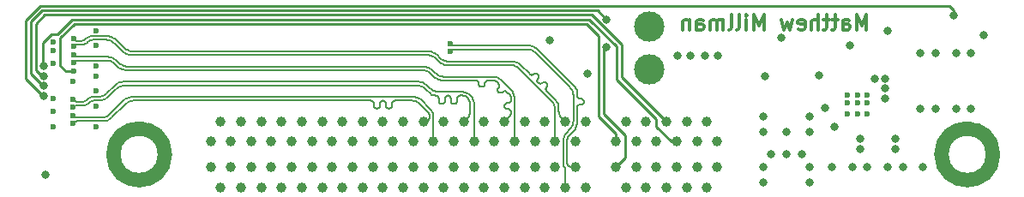
<source format=gbr>
%TF.GenerationSoftware,KiCad,Pcbnew,(5.1.10)-1*%
%TF.CreationDate,2021-08-10T11:15:44+01:00*%
%TF.ProjectId,ocu2pciex8,6f637532-7063-4696-9578-382e6b696361,rev?*%
%TF.SameCoordinates,Original*%
%TF.FileFunction,Copper,L4,Bot*%
%TF.FilePolarity,Positive*%
%FSLAX46Y46*%
G04 Gerber Fmt 4.6, Leading zero omitted, Abs format (unit mm)*
G04 Created by KiCad (PCBNEW (5.1.10)-1) date 2021-08-10 11:15:44*
%MOMM*%
%LPD*%
G01*
G04 APERTURE LIST*
%TA.AperFunction,NonConductor*%
%ADD10C,0.300000*%
%TD*%
%TA.AperFunction,EtchedComponent*%
%ADD11C,1.400000*%
%TD*%
%TA.AperFunction,ComponentPad*%
%ADD12C,0.800000*%
%TD*%
%TA.AperFunction,ComponentPad*%
%ADD13C,3.000000*%
%TD*%
%TA.AperFunction,ComponentPad*%
%ADD14C,1.000000*%
%TD*%
%TA.AperFunction,ViaPad*%
%ADD15C,0.600000*%
%TD*%
%TA.AperFunction,ViaPad*%
%ADD16C,0.800000*%
%TD*%
%TA.AperFunction,Conductor*%
%ADD17C,0.152400*%
%TD*%
%TA.AperFunction,Conductor*%
%ADD18C,0.250000*%
%TD*%
G04 APERTURE END LIST*
D10*
X175571428Y-57678571D02*
X175571428Y-56178571D01*
X175071428Y-57250000D01*
X174571428Y-56178571D01*
X174571428Y-57678571D01*
X173214285Y-57678571D02*
X173214285Y-56892857D01*
X173285714Y-56750000D01*
X173428571Y-56678571D01*
X173714285Y-56678571D01*
X173857142Y-56750000D01*
X173214285Y-57607142D02*
X173357142Y-57678571D01*
X173714285Y-57678571D01*
X173857142Y-57607142D01*
X173928571Y-57464285D01*
X173928571Y-57321428D01*
X173857142Y-57178571D01*
X173714285Y-57107142D01*
X173357142Y-57107142D01*
X173214285Y-57035714D01*
X172714285Y-56678571D02*
X172142857Y-56678571D01*
X172500000Y-56178571D02*
X172500000Y-57464285D01*
X172428571Y-57607142D01*
X172285714Y-57678571D01*
X172142857Y-57678571D01*
X171857142Y-56678571D02*
X171285714Y-56678571D01*
X171642857Y-56178571D02*
X171642857Y-57464285D01*
X171571428Y-57607142D01*
X171428571Y-57678571D01*
X171285714Y-57678571D01*
X170785714Y-57678571D02*
X170785714Y-56178571D01*
X170142857Y-57678571D02*
X170142857Y-56892857D01*
X170214285Y-56750000D01*
X170357142Y-56678571D01*
X170571428Y-56678571D01*
X170714285Y-56750000D01*
X170785714Y-56821428D01*
X168857142Y-57607142D02*
X169000000Y-57678571D01*
X169285714Y-57678571D01*
X169428571Y-57607142D01*
X169500000Y-57464285D01*
X169500000Y-56892857D01*
X169428571Y-56750000D01*
X169285714Y-56678571D01*
X169000000Y-56678571D01*
X168857142Y-56750000D01*
X168785714Y-56892857D01*
X168785714Y-57035714D01*
X169500000Y-57178571D01*
X168285714Y-56678571D02*
X168000000Y-57678571D01*
X167714285Y-56964285D01*
X167428571Y-57678571D01*
X167142857Y-56678571D01*
X165428571Y-57678571D02*
X165428571Y-56178571D01*
X164928571Y-57250000D01*
X164428571Y-56178571D01*
X164428571Y-57678571D01*
X163714285Y-57678571D02*
X163714285Y-56678571D01*
X163714285Y-56178571D02*
X163785714Y-56250000D01*
X163714285Y-56321428D01*
X163642857Y-56250000D01*
X163714285Y-56178571D01*
X163714285Y-56321428D01*
X162785714Y-57678571D02*
X162928571Y-57607142D01*
X163000000Y-57464285D01*
X163000000Y-56178571D01*
X162000000Y-57678571D02*
X162142857Y-57607142D01*
X162214285Y-57464285D01*
X162214285Y-56178571D01*
X161428571Y-57678571D02*
X161428571Y-56678571D01*
X161428571Y-56821428D02*
X161357142Y-56750000D01*
X161214285Y-56678571D01*
X161000000Y-56678571D01*
X160857142Y-56750000D01*
X160785714Y-56892857D01*
X160785714Y-57678571D01*
X160785714Y-56892857D02*
X160714285Y-56750000D01*
X160571428Y-56678571D01*
X160357142Y-56678571D01*
X160214285Y-56750000D01*
X160142857Y-56892857D01*
X160142857Y-57678571D01*
X158785714Y-57678571D02*
X158785714Y-56892857D01*
X158857142Y-56750000D01*
X159000000Y-56678571D01*
X159285714Y-56678571D01*
X159428571Y-56750000D01*
X158785714Y-57607142D02*
X158928571Y-57678571D01*
X159285714Y-57678571D01*
X159428571Y-57607142D01*
X159500000Y-57464285D01*
X159500000Y-57321428D01*
X159428571Y-57178571D01*
X159285714Y-57107142D01*
X158928571Y-57107142D01*
X158785714Y-57035714D01*
X158071428Y-56678571D02*
X158071428Y-57678571D01*
X158071428Y-56821428D02*
X158000000Y-56750000D01*
X157857142Y-56678571D01*
X157642857Y-56678571D01*
X157500000Y-56750000D01*
X157428571Y-56892857D01*
X157428571Y-57678571D01*
D11*
%TO.C,J5*%
X106300000Y-70000000D02*
G75*
G03*
X106300000Y-70000000I-2550000J0D01*
G01*
%TO.C,J4*%
X188050000Y-70000000D02*
G75*
G03*
X188050000Y-70000000I-2550000J0D01*
G01*
%TD*%
D12*
%TO.P,J5,1*%
%TO.N,GND*%
X103750000Y-67500000D03*
X106250000Y-70000000D03*
X103750000Y-72500000D03*
X101250000Y-70000000D03*
X102000000Y-68250000D03*
X105500000Y-68250000D03*
X105500000Y-71750000D03*
X102000000Y-71750000D03*
%TD*%
%TO.P,J4,1*%
%TO.N,GND*%
X185500000Y-67500000D03*
X188000000Y-70000000D03*
X185500000Y-72500000D03*
X183000000Y-70000000D03*
X183750000Y-68250000D03*
X187250000Y-68250000D03*
X187250000Y-71750000D03*
X183750000Y-71750000D03*
%TD*%
D13*
%TO.P,J3,1*%
%TO.N,GND*%
X154150000Y-61600000D03*
%TO.P,J3,2*%
%TO.N,+12VA*%
X154150000Y-57400000D03*
%TD*%
D14*
%TO.P,J2,A49*%
%TO.N,GND*%
X110810000Y-71250000D03*
%TO.P,J2,B49*%
X110810000Y-68750000D03*
%TO.P,J2,A48*%
%TO.N,Net-(J2-PadA48)*%
X111810000Y-73250000D03*
%TO.P,J2,B48*%
%TO.N,Net-(J2-PadB48)*%
X111810000Y-66750000D03*
%TO.P,J2,A47*%
%TO.N,Net-(J2-PadA47)*%
X112810000Y-71250000D03*
%TO.P,J2,B47*%
%TO.N,GND*%
X112810000Y-68750000D03*
%TO.P,J2,A46*%
X113810000Y-73250000D03*
%TO.P,J2,B46*%
%TO.N,Net-(J2-PadB46)*%
X113810000Y-66750000D03*
%TO.P,J2,A45*%
%TO.N,GND*%
X114810000Y-71250000D03*
%TO.P,J2,B45*%
%TO.N,Net-(J2-PadB45)*%
X114810000Y-68750000D03*
%TO.P,J2,A44*%
%TO.N,Net-(J2-PadA44)*%
X115810000Y-73250000D03*
%TO.P,J2,B44*%
%TO.N,GND*%
X115810000Y-66750000D03*
%TO.P,J2,A43*%
%TO.N,Net-(J2-PadA43)*%
X116810000Y-71250000D03*
%TO.P,J2,B43*%
%TO.N,GND*%
X116810000Y-68750000D03*
%TO.P,J2,A42*%
X117810000Y-73250000D03*
%TO.P,J2,B42*%
%TO.N,Net-(J2-PadB42)*%
X117810000Y-66750000D03*
%TO.P,J2,A41*%
%TO.N,GND*%
X118810000Y-71250000D03*
%TO.P,J2,B41*%
%TO.N,Net-(J2-PadB41)*%
X118810000Y-68750000D03*
%TO.P,J2,A40*%
%TO.N,Net-(J2-PadA40)*%
X119810000Y-73250000D03*
%TO.P,J2,B40*%
%TO.N,GND*%
X119810000Y-66750000D03*
%TO.P,J2,A39*%
%TO.N,Net-(J2-PadA39)*%
X120810000Y-71250000D03*
%TO.P,J2,B39*%
%TO.N,GND*%
X120810000Y-68750000D03*
%TO.P,J2,A38*%
X121810000Y-73250000D03*
%TO.P,J2,B38*%
%TO.N,Net-(J2-PadB38)*%
X121810000Y-66750000D03*
%TO.P,J2,A37*%
%TO.N,GND*%
X122810000Y-71250000D03*
%TO.P,J2,B37*%
%TO.N,Net-(J2-PadB37)*%
X122810000Y-68750000D03*
%TO.P,J2,A36*%
%TO.N,Net-(J2-PadA36)*%
X123810000Y-73250000D03*
%TO.P,J2,B36*%
%TO.N,GND*%
X123810000Y-66750000D03*
%TO.P,J2,A35*%
%TO.N,Net-(J2-PadA35)*%
X124810000Y-71250000D03*
%TO.P,J2,B35*%
%TO.N,GND*%
X124810000Y-68750000D03*
%TO.P,J2,A34*%
X125810000Y-73250000D03*
%TO.P,J2,B34*%
%TO.N,Net-(J2-PadB34)*%
X125810000Y-66750000D03*
%TO.P,J2,A33*%
%TO.N,Net-(J2-PadA33)*%
X126810000Y-71250000D03*
%TO.P,J2,B33*%
%TO.N,Net-(J2-PadB33)*%
X126810000Y-68750000D03*
%TO.P,J2,A32*%
%TO.N,Net-(J2-PadA32)*%
X127810000Y-73250000D03*
%TO.P,J2,B32*%
%TO.N,GND*%
X127810000Y-66750000D03*
%TO.P,J2,A31*%
X128810000Y-71250000D03*
%TO.P,J2,B31*%
%TO.N,Net-(J2-PadB31)*%
X128810000Y-68750000D03*
%TO.P,J2,A30*%
%TO.N,/X8_PER3_N*%
X129810000Y-73250000D03*
%TO.P,J2,B30*%
%TO.N,Net-(J2-PadB30)*%
X129810000Y-66750000D03*
%TO.P,J2,A29*%
%TO.N,/X8_PER3_P*%
X130810000Y-71250000D03*
%TO.P,J2,B29*%
%TO.N,GND*%
X130810000Y-68750000D03*
%TO.P,J2,A28*%
X131810000Y-73250000D03*
%TO.P,J2,B28*%
%TO.N,/X8_PET3_N*%
X131810000Y-66750000D03*
%TO.P,J2,A27*%
%TO.N,GND*%
X132810000Y-71250000D03*
%TO.P,J2,B27*%
%TO.N,/X8_PET3_P*%
X132810000Y-68750000D03*
%TO.P,J2,A26*%
%TO.N,/X8_PER2_N*%
X133810000Y-73250000D03*
%TO.P,J2,B26*%
%TO.N,GND*%
X133810000Y-66750000D03*
%TO.P,J2,A25*%
%TO.N,/X8_PER2_P*%
X134810000Y-71250000D03*
%TO.P,J2,B25*%
%TO.N,GND*%
X134810000Y-68750000D03*
%TO.P,J2,A24*%
X135810000Y-73250000D03*
%TO.P,J2,B24*%
%TO.N,/X8_PET2_N*%
X135810000Y-66750000D03*
%TO.P,J2,A23*%
%TO.N,GND*%
X136810000Y-71250000D03*
%TO.P,J2,B23*%
%TO.N,/X8_PET2_P*%
X136810000Y-68750000D03*
%TO.P,J2,A22*%
%TO.N,/X8_PER1_N*%
X137810000Y-73250000D03*
%TO.P,J2,B22*%
%TO.N,GND*%
X137810000Y-66750000D03*
%TO.P,J2,A21*%
%TO.N,/X8_PER1_P*%
X138810000Y-71250000D03*
%TO.P,J2,B21*%
%TO.N,GND*%
X138810000Y-68750000D03*
%TO.P,J2,A20*%
X139810000Y-73250000D03*
%TO.P,J2,B20*%
%TO.N,/X8_PET1_N*%
X139810000Y-66750000D03*
%TO.P,J2,A19*%
%TO.N,Net-(J2-PadA19)*%
X140810000Y-71250000D03*
%TO.P,J2,B19*%
%TO.N,/X8_PET1_P*%
X140810000Y-68750000D03*
%TO.P,J2,A18*%
%TO.N,GND*%
X141810000Y-73250000D03*
%TO.P,J2,B18*%
X141810000Y-66750000D03*
%TO.P,J2,A17*%
%TO.N,/X8_PER0_N*%
X142810000Y-71250000D03*
%TO.P,J2,B17*%
%TO.N,Net-(J2-PadB17)*%
X142810000Y-68750000D03*
%TO.P,J2,A16*%
%TO.N,/X8_PER0_P*%
X143810000Y-73250000D03*
%TO.P,J2,B16*%
%TO.N,GND*%
X143810000Y-66750000D03*
%TO.P,J2,A15*%
X144810000Y-71250000D03*
%TO.P,J2,B15*%
%TO.N,/X8_PET0_N*%
X144810000Y-68750000D03*
%TO.P,J2,A14*%
%TO.N,/REFCLK_0_N*%
X145810000Y-73250000D03*
%TO.P,J2,B14*%
%TO.N,/X8_PET0_P*%
X145810000Y-66750000D03*
%TO.P,J2,A13*%
%TO.N,/REFCLK_0_P*%
X146810000Y-71250000D03*
%TO.P,J2,B13*%
%TO.N,GND*%
X146810000Y-68750000D03*
%TO.P,J2,A12*%
X147810000Y-73250000D03*
%TO.P,J2,B12*%
%TO.N,Net-(J2-PadB12)*%
X147810000Y-66750000D03*
%TO.P,J2,B11*%
%TO.N,/~WAKE*%
X150810000Y-68750000D03*
%TO.P,J2,B10*%
%TO.N,+3V3*%
X151810000Y-66750000D03*
%TO.P,J2,B9*%
%TO.N,Net-(J2-PadB9)*%
X152810000Y-68750000D03*
%TO.P,J2,B8*%
%TO.N,+3V3*%
X153810000Y-66750000D03*
%TO.P,J2,B7*%
%TO.N,GND*%
X154810000Y-68750000D03*
%TO.P,J2,B6*%
%TO.N,/SMDAT*%
X155810000Y-66750000D03*
%TO.P,J2,B5*%
%TO.N,/SMCLK*%
X156810000Y-68750000D03*
%TO.P,J2,B4*%
%TO.N,GND*%
X157810000Y-66750000D03*
%TO.P,J2,B3*%
%TO.N,+12V*%
X158810000Y-68750000D03*
%TO.P,J2,B2*%
X159810000Y-66750000D03*
%TO.P,J2,B1*%
X160810000Y-68750000D03*
%TO.P,J2,A11*%
%TO.N,/~PERST*%
X150810000Y-71250000D03*
%TO.P,J2,A10*%
%TO.N,+3V3*%
X151810000Y-73250000D03*
%TO.P,J2,A9*%
X152810000Y-71250000D03*
%TO.P,J2,A8*%
%TO.N,Net-(J2-PadA8)*%
X153810000Y-73250000D03*
%TO.P,J2,A7*%
%TO.N,Net-(J2-PadA7)*%
X154810000Y-71250000D03*
%TO.P,J2,A6*%
%TO.N,Net-(J2-PadA6)*%
X155810000Y-73250000D03*
%TO.P,J2,A5*%
%TO.N,Net-(J2-PadA5)*%
X156810000Y-71250000D03*
%TO.P,J2,A4*%
%TO.N,GND*%
X157810000Y-73250000D03*
%TO.P,J2,A3*%
%TO.N,+12V*%
X158810000Y-71250000D03*
%TO.P,J2,A2*%
X159810000Y-73250000D03*
%TO.P,J2,A1*%
%TO.N,Net-(J2-PadA1)*%
X160810000Y-71250000D03*
%TD*%
D15*
%TO.N,GND*%
X99500000Y-61270701D03*
X99500000Y-62250000D03*
X99500000Y-57750000D03*
X99500000Y-63750000D03*
X95250000Y-59750000D03*
X97250000Y-62750000D03*
X95250000Y-64500000D03*
X95250000Y-65750000D03*
X95250000Y-67250000D03*
X99500000Y-67270701D03*
D16*
X171478045Y-65371955D03*
X173900000Y-59200000D03*
X185900000Y-65500000D03*
X184400000Y-65500000D03*
X182400000Y-65500000D03*
X180900000Y-65500000D03*
X174900000Y-69500000D03*
X178400000Y-69500000D03*
X178400000Y-68500000D03*
X174900000Y-68500000D03*
X187150000Y-58250000D03*
D15*
X95250000Y-61000000D03*
X95247176Y-58900000D03*
X173650000Y-64100000D03*
X173650000Y-64900000D03*
X174650000Y-64900000D03*
X175650000Y-64900000D03*
X175650000Y-64100000D03*
X174650000Y-64100000D03*
D16*
X144250000Y-58750000D03*
X148000000Y-62000000D03*
X94500000Y-72000000D03*
X165550000Y-62300000D03*
D15*
X99500000Y-59250000D03*
X99500026Y-65250000D03*
D16*
X170900000Y-62225000D03*
X167150000Y-58450000D03*
%TO.N,+12VA*%
X177650000Y-57750000D03*
X180900000Y-60000000D03*
X182400000Y-60000000D03*
X185900000Y-60000000D03*
X184400000Y-60000000D03*
X160900000Y-60250000D03*
X156900000Y-60250000D03*
X159650015Y-60250000D03*
X158150030Y-60250000D03*
X177400000Y-64500000D03*
X177400000Y-63500000D03*
X177400000Y-62500000D03*
X176400000Y-62500000D03*
%TO.N,+3V3*%
X181150000Y-71250000D03*
X179150000Y-71250000D03*
X177650000Y-71250000D03*
X175650000Y-71250000D03*
X174150000Y-71250000D03*
X172150000Y-71250000D03*
X169900000Y-71250000D03*
X167650000Y-70000000D03*
X169150000Y-70000000D03*
X166150000Y-70000000D03*
X165399994Y-71250000D03*
X165400000Y-72750000D03*
X169900000Y-72750000D03*
D15*
%TO.N,/X8_PET0_P*%
X97275000Y-58572197D03*
%TO.N,/X8_PET0_N*%
X97275000Y-59350000D03*
%TO.N,/X8_PET1_P*%
X97275000Y-60150000D03*
%TO.N,/X8_PET1_N*%
X97275000Y-60927803D03*
D16*
%TO.N,/SMCLK*%
X94347470Y-61272192D03*
%TO.N,/SMDAT*%
X94350004Y-62250000D03*
%TO.N,/~PERST*%
X149900001Y-56650001D03*
X149900001Y-59400001D03*
X94350000Y-63250000D03*
%TO.N,/~CPRSNT*%
X94350000Y-64227803D03*
X184149988Y-56250000D03*
D15*
%TO.N,/X8_PET2_P*%
X97250000Y-64572197D03*
%TO.N,/X8_PET2_N*%
X97250000Y-65350000D03*
%TO.N,/X8_PET3_P*%
X97250000Y-66150000D03*
%TO.N,/X8_PET3_N*%
X97250000Y-66927803D03*
%TO.N,/REFCLK_0_P*%
X134497848Y-59033246D03*
%TO.N,/REFCLK_0_N*%
X134497848Y-59836446D03*
%TO.N,/~WAKE*%
X97275000Y-61800000D03*
%TO.N,/SW*%
X174650000Y-65975000D03*
D16*
X169900000Y-66250000D03*
X169900000Y-67749958D03*
X167650000Y-67750000D03*
X165400000Y-67750000D03*
X165400000Y-66250000D03*
D15*
X173650000Y-65975000D03*
X175650000Y-65975004D03*
D16*
X172381090Y-67268910D03*
%TD*%
D17*
%TO.N,/X8_PET0_P*%
X144012621Y-63302293D02*
X144008460Y-63308521D01*
X143625041Y-62873856D02*
X143618386Y-62877293D01*
X143915262Y-63452417D02*
X143912987Y-63459553D01*
X143185256Y-62414173D02*
X143182197Y-62421010D01*
X143001391Y-62019019D02*
X143008228Y-62022078D01*
X143177624Y-62924686D02*
X143183290Y-62929608D01*
X143990176Y-62981823D02*
X143994937Y-62987625D01*
X142352172Y-62095367D02*
X142358157Y-62099872D01*
X143071879Y-62589822D02*
X143069208Y-62596820D01*
X143821793Y-62857259D02*
X143828930Y-62859534D01*
X143929583Y-63656305D02*
X143933021Y-63662960D01*
X142832676Y-62004787D02*
X142825423Y-62006657D01*
X143981662Y-63729320D02*
X143986747Y-63734852D01*
X143762985Y-62846416D02*
X143770449Y-62847046D01*
X142929364Y-61999357D02*
X142936781Y-62000404D01*
X142526963Y-62151078D02*
X142519476Y-62151289D01*
X142958815Y-62004786D02*
X142966068Y-62006657D01*
X142389843Y-62119781D02*
X142396498Y-62123219D01*
X143111384Y-62099904D02*
X143116622Y-62105291D01*
X143098985Y-62087654D02*
X143104372Y-62092892D01*
X142364266Y-62104206D02*
X142370494Y-62108368D01*
X132824545Y-59951335D02*
X132942432Y-60014347D01*
X101142499Y-58451335D02*
X101260386Y-58514347D01*
X143991908Y-63740312D02*
X143997146Y-63745699D01*
X102728291Y-59744216D02*
X102856206Y-59783019D01*
X143081055Y-62807777D02*
X143084493Y-62814432D01*
X143353024Y-62999606D02*
X143360511Y-62999817D01*
X143913707Y-62906394D02*
X143919509Y-62911156D01*
X142459963Y-62145426D02*
X142467309Y-62146887D01*
X143933022Y-63411188D02*
X143929584Y-63417843D01*
X143053196Y-62677312D02*
X143052987Y-62684799D01*
X143740528Y-62845788D02*
X143733041Y-62845997D01*
X143197616Y-62238207D02*
X143199487Y-62245460D01*
X97582429Y-58779826D02*
X97617666Y-58783298D01*
X143725562Y-62846417D02*
X143718098Y-62847047D01*
X142691041Y-62085994D02*
X142685169Y-62090676D01*
X143476740Y-62974997D02*
X143469903Y-62978057D01*
X143338082Y-62998556D02*
X143345545Y-62999186D01*
X142541906Y-62150028D02*
X142534442Y-62150658D01*
X143947513Y-62936182D02*
X143952900Y-62941420D01*
X143901515Y-63540820D02*
X143901724Y-63548307D01*
X143225364Y-62960880D02*
X143231816Y-62964686D01*
X144055545Y-63160804D02*
X144055334Y-63168291D01*
X143903613Y-63570693D02*
X143904660Y-63578110D01*
X143944434Y-63682308D02*
X143948595Y-63688536D01*
X143053319Y-62048676D02*
X143059304Y-62053181D01*
X143920407Y-63438350D02*
X143917736Y-63445348D01*
X143087993Y-62077408D02*
X143093525Y-62082493D01*
X145387275Y-66312511D02*
X145454843Y-66394843D01*
X145277893Y-66130020D02*
X145328101Y-66223952D01*
X142862127Y-61999357D02*
X142854710Y-62000404D01*
X144054284Y-63130882D02*
X144054914Y-63138345D01*
X143971724Y-63718042D02*
X143976646Y-63723708D01*
X143792694Y-62850187D02*
X143800040Y-62851648D01*
X143952930Y-63694645D02*
X143957435Y-63700630D01*
X144138238Y-63886790D02*
X144157027Y-63905579D01*
X143159933Y-62157066D02*
X143164095Y-62163294D01*
X134169356Y-60809097D02*
X134302384Y-60822200D01*
X142340495Y-62085921D02*
X142346297Y-62090682D01*
X141092499Y-60951335D02*
X141210386Y-61014347D01*
X142628212Y-62126468D02*
X142621375Y-62129528D01*
X143999623Y-62993500D02*
X144004127Y-62999485D01*
X97393067Y-58690264D02*
X97420438Y-58712727D01*
X142417006Y-62132396D02*
X142424004Y-62135067D01*
X143203870Y-62267494D02*
X143204917Y-62274910D01*
X143563091Y-62915763D02*
X143557220Y-62920445D01*
X143057387Y-62736967D02*
X143058848Y-62744313D01*
X143195542Y-62386049D02*
X143193268Y-62393186D01*
X144033784Y-63262701D02*
X144030725Y-63269538D01*
X142847325Y-62001659D02*
X142839979Y-62003120D01*
X98860905Y-58344868D02*
X98786895Y-58367318D01*
X143912988Y-63614596D02*
X143915263Y-63621732D01*
X143052987Y-62692292D02*
X143053196Y-62699779D01*
X143171885Y-62440970D02*
X143168079Y-62447422D01*
X143100068Y-62537082D02*
X143095907Y-62543310D01*
X142641616Y-62119780D02*
X142634961Y-62123218D01*
X133454480Y-60470986D02*
X133557809Y-60555786D01*
X144048015Y-63220127D02*
X144046144Y-63227380D01*
X143490144Y-62968308D02*
X143483489Y-62971746D01*
X143164095Y-62453765D02*
X143159933Y-62459993D01*
X143178946Y-62427760D02*
X143175508Y-62434415D01*
X145206217Y-65929697D02*
X145237135Y-66031619D01*
X143091922Y-62549653D02*
X143088116Y-62556105D01*
X143910913Y-63466751D02*
X143909042Y-63474004D01*
X97513818Y-58762640D02*
X97547701Y-58772918D01*
X143251777Y-62974998D02*
X143258614Y-62978057D01*
X142906978Y-61997469D02*
X142899491Y-61997260D01*
X143936644Y-63669516D02*
X143940450Y-63675967D01*
X143574833Y-62906399D02*
X143568962Y-62911082D01*
X143141648Y-62133295D02*
X143146409Y-62139097D01*
X143207017Y-62312276D02*
X143206806Y-62319763D01*
X144054914Y-63175770D02*
X144054284Y-63183233D01*
X143055085Y-62722165D02*
X143056132Y-62729582D01*
X143166480Y-62914585D02*
X143172012Y-62919670D01*
X144036652Y-63058334D02*
X144039323Y-63065332D01*
X144024037Y-63031172D02*
X144027475Y-63037827D01*
X143836001Y-62862008D02*
X143842999Y-62864679D01*
X143202616Y-62356950D02*
X143201154Y-62364296D01*
X143201154Y-62252763D02*
X143202615Y-62260109D01*
X102272434Y-59470986D02*
X102375763Y-59555786D01*
X143205756Y-62282354D02*
X143206386Y-62289817D01*
X143917736Y-63628801D02*
X143920407Y-63635799D01*
X142714563Y-62067236D02*
X142708691Y-62071918D01*
X143849919Y-62867546D02*
X143856756Y-62870606D01*
X102987310Y-59809097D02*
X103120338Y-59822200D01*
X142914457Y-61997889D02*
X142921921Y-61998518D01*
X143193268Y-62223873D02*
X143195543Y-62231009D01*
X142987473Y-62013480D02*
X142994471Y-62016152D01*
X143925243Y-62915998D02*
X143930909Y-62920920D01*
X143060516Y-62751617D02*
X143062386Y-62758870D01*
X143666754Y-62857259D02*
X143659617Y-62859534D01*
X142600388Y-62137540D02*
X142593251Y-62139814D01*
X143503151Y-62960879D02*
X143496699Y-62964685D01*
X142667193Y-62104204D02*
X142660965Y-62108366D01*
X143182198Y-62196049D02*
X143185257Y-62202886D01*
X143957435Y-63373516D02*
X143952931Y-63379501D01*
X143926333Y-63424593D02*
X143923274Y-63431430D01*
X142431073Y-62137540D02*
X142438210Y-62139814D01*
X98204707Y-58738177D02*
X98130698Y-58760628D01*
X143293935Y-62990416D02*
X143301188Y-62992287D01*
X144039322Y-63248783D02*
X144036651Y-63255781D01*
X143058847Y-62632779D02*
X143057386Y-62640125D01*
X140841088Y-60861380D02*
X140969003Y-60900182D01*
X142702784Y-62076629D02*
X142696913Y-62081312D01*
X143420025Y-62993954D02*
X143412679Y-62995415D01*
X144020413Y-63289498D02*
X144016607Y-63295950D01*
X142586054Y-62141888D02*
X142578801Y-62143759D01*
X143206386Y-62327242D02*
X143205756Y-62334705D01*
X101371530Y-58588611D02*
X101474859Y-58673411D01*
X144982850Y-64786811D02*
X145045862Y-64904698D01*
X145161897Y-65287214D02*
X145175000Y-65420242D01*
X143923274Y-63642719D02*
X143926333Y-63649556D01*
X143909043Y-63600145D02*
X143910915Y-63607398D01*
X144063081Y-63811633D02*
X144081870Y-63830422D01*
X143551312Y-62925157D02*
X143545441Y-62929839D01*
X144027474Y-63276288D02*
X144024036Y-63282943D01*
X143962121Y-63706506D02*
X143966882Y-63712308D01*
X98715443Y-58396915D02*
X98647235Y-58433372D01*
X143062385Y-62618223D02*
X143060514Y-62625476D01*
X99013725Y-58322200D02*
X98936758Y-58329780D01*
X143069208Y-62780273D02*
X143071879Y-62787271D01*
X143168080Y-62169637D02*
X143171886Y-62176089D01*
X144049682Y-63101291D02*
X144051144Y-63108637D01*
X143131884Y-62121895D02*
X143136806Y-62127561D01*
X143065179Y-62057866D02*
X143070981Y-62062628D01*
X143279601Y-62986068D02*
X143286737Y-62988343D01*
X98468457Y-58580091D02*
X98408673Y-58629155D01*
X142474694Y-62148142D02*
X142482110Y-62149189D01*
X143904659Y-63496038D02*
X143903612Y-63503454D01*
X142317952Y-62066056D02*
X142323484Y-62071141D01*
X143028188Y-62032390D02*
X143034640Y-62036196D01*
X133668953Y-60630050D02*
X133786840Y-60693062D01*
X142892000Y-61997260D02*
X142884513Y-61997469D01*
X143901724Y-63525840D02*
X143901515Y-63533327D01*
X142504496Y-62151078D02*
X142511983Y-62151289D01*
X144823786Y-64572338D02*
X144908586Y-64675667D01*
X143638628Y-62867545D02*
X143631791Y-62870605D01*
X143104402Y-62846117D02*
X143108907Y-62852102D01*
X143265534Y-62980924D02*
X143272532Y-62983595D01*
X142571497Y-62145426D02*
X142564151Y-62146887D01*
X98582930Y-58476340D02*
X98523146Y-58525403D01*
X142763302Y-62032389D02*
X142756851Y-62036195D01*
X143940450Y-63398181D02*
X143936645Y-63404633D01*
X132573134Y-59861380D02*
X132701049Y-59900182D01*
X143076715Y-62067470D02*
X143082381Y-62072392D01*
X143448916Y-62986068D02*
X143441779Y-62988342D01*
X143190794Y-62400255D02*
X143188123Y-62407253D01*
X143681204Y-62853315D02*
X143673951Y-62855186D01*
X143901847Y-62897204D02*
X143907832Y-62901709D01*
X143188124Y-62209806D02*
X143190795Y-62216804D01*
X143375491Y-62999606D02*
X143368004Y-62999817D01*
X142944166Y-62001658D02*
X142951512Y-62003119D01*
X143077805Y-62576065D02*
X143074746Y-62582902D01*
X143905915Y-63585495D02*
X143907376Y-63592841D01*
X143755506Y-62845997D02*
X143748019Y-62845788D01*
X143066734Y-62603889D02*
X143064459Y-62611025D01*
X144016608Y-63018165D02*
X144020414Y-63024617D01*
X144046144Y-63086735D02*
X144048015Y-63093988D01*
X143980412Y-62970423D02*
X143985334Y-62976089D01*
X143876715Y-62880918D02*
X143883167Y-62884723D01*
X144053445Y-63190677D02*
X144052398Y-63198093D01*
X100759985Y-58335301D02*
X100626958Y-58322200D01*
X143095906Y-62833780D02*
X143100067Y-62840008D01*
X143515721Y-62952733D02*
X143509493Y-62956895D01*
X143323222Y-62996670D02*
X143330638Y-62997717D01*
X143599037Y-62888707D02*
X143592809Y-62892868D01*
X144100660Y-63849212D02*
X144119449Y-63868001D01*
X143527815Y-62943895D02*
X143521830Y-62948399D01*
X142654623Y-62112351D02*
X142648171Y-62116157D01*
X143777892Y-62847885D02*
X143785309Y-62848932D01*
X142776513Y-62025328D02*
X142769858Y-62028766D01*
X140709985Y-60835302D02*
X140576957Y-60822200D01*
X142403249Y-62126470D02*
X142410086Y-62129529D01*
X143121783Y-62110751D02*
X143126868Y-62116283D01*
X142790100Y-62019017D02*
X142783263Y-62022077D01*
X143959912Y-62948432D02*
X143965150Y-62953819D01*
X145097016Y-65028195D02*
X145135819Y-65156110D01*
X142556766Y-62148143D02*
X142549349Y-62149190D01*
X143902773Y-63510898D02*
X143902144Y-63518361D01*
X102486907Y-59630050D02*
X102604794Y-59693062D01*
X144030726Y-63044577D02*
X144033785Y-63051414D01*
X143113593Y-62857978D02*
X143118354Y-62863780D01*
X143200700Y-62943896D02*
X143206685Y-62948400D01*
X143143380Y-62891784D02*
X143148618Y-62897171D01*
X142614455Y-62132395D02*
X142607457Y-62135066D01*
X143189023Y-62934449D02*
X143194824Y-62939210D01*
X142877034Y-61997889D02*
X142869570Y-61998518D01*
X143056131Y-62647510D02*
X143055084Y-62654926D01*
X143889510Y-62888708D02*
X143895738Y-62892870D01*
X145175000Y-65719240D02*
X145185439Y-65825235D01*
X142489554Y-62150028D02*
X142497017Y-62150658D01*
X143970311Y-62959279D02*
X143975396Y-62964811D01*
X143064460Y-62766068D02*
X143066735Y-62773204D01*
X143807343Y-62853315D02*
X143814596Y-62855186D01*
X98054845Y-58775717D02*
X97977878Y-58783298D01*
X143390434Y-62998556D02*
X143382970Y-62999186D01*
X143088116Y-62820988D02*
X143091922Y-62827439D01*
X144044071Y-63234577D02*
X144041796Y-63241714D01*
X98344368Y-58672123D02*
X98276160Y-58708580D01*
X144052398Y-63116022D02*
X144053445Y-63123438D01*
X143054246Y-62662370D02*
X143053616Y-62669833D01*
X143462983Y-62980923D02*
X143455985Y-62983594D01*
X143948597Y-63385610D02*
X143944435Y-63391838D01*
X143204918Y-62342149D02*
X143203871Y-62349565D01*
X143308491Y-62993954D02*
X143315837Y-62995415D01*
X142818226Y-62008731D02*
X142811089Y-62011006D01*
X143108907Y-62524988D02*
X143104403Y-62530973D01*
X143434582Y-62990416D02*
X143427329Y-62992287D01*
X143206806Y-62297296D02*
X143207017Y-62304783D01*
X132442031Y-59835302D02*
X132309003Y-59822200D01*
X143084494Y-62562660D02*
X143081056Y-62569315D01*
X142738173Y-62048676D02*
X142732188Y-62053180D01*
X143863505Y-62873856D02*
X143870160Y-62877294D01*
X143175509Y-62182644D02*
X143178947Y-62189299D01*
X143238371Y-62968309D02*
X143245026Y-62971747D01*
X142726306Y-62057871D02*
X142720435Y-62062554D01*
X144055334Y-63145824D02*
X144055545Y-63153311D01*
X143212794Y-62952734D02*
X143219022Y-62956896D01*
X143611831Y-62880916D02*
X143605379Y-62884722D01*
X143155632Y-62904185D02*
X143161020Y-62909423D01*
X142329096Y-62076157D02*
X142334762Y-62081079D01*
X143652546Y-62862008D02*
X143645548Y-62864679D01*
X143539569Y-62934522D02*
X143533698Y-62939204D01*
X143936521Y-62925936D02*
X143942053Y-62931021D01*
X143151095Y-62144972D02*
X143155599Y-62150957D01*
X144051143Y-63205478D02*
X144049682Y-63212824D01*
X133910337Y-60744216D02*
X134038252Y-60783019D01*
X143133134Y-62880792D02*
X143138219Y-62886324D01*
X142445407Y-62141888D02*
X142452660Y-62143759D01*
X143902144Y-63555786D02*
X143902774Y-63563250D01*
X143040982Y-62040180D02*
X143047210Y-62044342D01*
X143405294Y-62996671D02*
X143397877Y-62997718D01*
X144041796Y-63072401D02*
X144044071Y-63079537D01*
X144008462Y-63005594D02*
X144012623Y-63011822D01*
X143199487Y-62371599D02*
X143197616Y-62378852D01*
X143074746Y-62794191D02*
X143077805Y-62801028D01*
X142973265Y-62008731D02*
X142980402Y-62011006D01*
X144175817Y-63924369D02*
X144194606Y-63943158D01*
X141321530Y-61088611D02*
X141424859Y-61173411D01*
X143014978Y-62025329D02*
X143021633Y-62028767D01*
X143123196Y-62869514D02*
X143128118Y-62875180D01*
X144004126Y-63314630D02*
X143999623Y-63320615D01*
X143695853Y-62850187D02*
X143688507Y-62851648D01*
X143907375Y-63481307D02*
X143905914Y-63488653D01*
X143586700Y-62897203D02*
X143580715Y-62901708D01*
X142376836Y-62112352D02*
X142383288Y-62116158D01*
X142307105Y-62055657D02*
X142312492Y-62060895D01*
X143155599Y-62466102D02*
X143151094Y-62472087D01*
X133053576Y-60088611D02*
X133156905Y-60173411D01*
X143053616Y-62707258D02*
X143054246Y-62714722D01*
X100891088Y-58361379D02*
X101019003Y-58400181D01*
X142679287Y-62095367D02*
X142673302Y-62099870D01*
X142750510Y-62040180D02*
X142744282Y-62044342D01*
X143710655Y-62847885D02*
X143703238Y-62848932D01*
X97449879Y-58732399D02*
X97481106Y-58749090D01*
X142804018Y-62013480D02*
X142797020Y-62016151D01*
X143618386Y-62877293D02*
X143611831Y-62880916D01*
X142467309Y-62146887D02*
X142474694Y-62148142D01*
X143071879Y-62589822D02*
X143074746Y-62582902D01*
X144033784Y-63262701D02*
X144036651Y-63255781D01*
X142667193Y-62104204D02*
X142673302Y-62099870D01*
X143375491Y-62999606D02*
X143382970Y-62999186D01*
X132942432Y-60014347D02*
X133053576Y-60088611D01*
X143965150Y-62953819D02*
X143970311Y-62959279D01*
X143762985Y-62846416D02*
X143755506Y-62845997D01*
X143001391Y-62019019D02*
X142994471Y-62016152D01*
X143206806Y-62319763D02*
X143206386Y-62327242D01*
X143323222Y-62996670D02*
X143315837Y-62995415D01*
X143171885Y-62440970D02*
X143175508Y-62434415D01*
X143206386Y-62289817D02*
X143206806Y-62297296D01*
X142621375Y-62129528D02*
X142614455Y-62132395D01*
X143258614Y-62978057D02*
X143265534Y-62980924D01*
X143141648Y-62133295D02*
X143136806Y-62127561D01*
X143293935Y-62990416D02*
X143286737Y-62988343D01*
X144004127Y-62999485D02*
X144008462Y-63005594D01*
X144157027Y-63905579D02*
X144175817Y-63924369D01*
X143971724Y-63718042D02*
X143966882Y-63712308D01*
X142884513Y-61997469D02*
X142877034Y-61997889D01*
X143062385Y-62618223D02*
X143064459Y-62611025D01*
X143116622Y-62105291D02*
X143121783Y-62110751D01*
X143933021Y-63662960D02*
X143936644Y-63669516D01*
X143098985Y-62087654D02*
X143093525Y-62082493D01*
X100759985Y-58335301D02*
X100891088Y-58361379D01*
X143057387Y-62736967D02*
X143056132Y-62729582D01*
X142966068Y-62006657D02*
X142973265Y-62008731D01*
X142906978Y-61997469D02*
X142914457Y-61997889D01*
X143057386Y-62640125D02*
X143056131Y-62647510D01*
X144046144Y-63086735D02*
X144044071Y-63079537D01*
X142763302Y-62032389D02*
X142769858Y-62028766D01*
X143920407Y-63438350D02*
X143923274Y-63431430D01*
X102856206Y-59783019D02*
X102987310Y-59809097D01*
X143143380Y-62891784D02*
X143138219Y-62886324D01*
X144052398Y-63198093D02*
X144051143Y-63205478D01*
X143666754Y-62857259D02*
X143673951Y-62855186D01*
X102375763Y-59555786D02*
X102486907Y-59630050D01*
X143821793Y-62857259D02*
X143814596Y-62855186D01*
X142438210Y-62139814D02*
X142445407Y-62141888D01*
X143901724Y-63525840D02*
X143902144Y-63518361D01*
X141210386Y-61014347D02*
X141321530Y-61088611D01*
X143947513Y-62936182D02*
X143942053Y-62931021D01*
X143053196Y-62699779D02*
X143053616Y-62707258D01*
X143490144Y-62968308D02*
X143496699Y-62964685D01*
X143166480Y-62914585D02*
X143161020Y-62909423D01*
X143920407Y-63635799D02*
X143923274Y-63642719D01*
X143952931Y-63379501D02*
X143948597Y-63385610D01*
X143904660Y-63578110D02*
X143905915Y-63585495D01*
X143901724Y-63548307D02*
X143902144Y-63555786D01*
X143912987Y-63459553D02*
X143910913Y-63466751D01*
X98130698Y-58760628D02*
X98054845Y-58775717D01*
X98860905Y-58344868D02*
X98936758Y-58329780D01*
X98647235Y-58433372D02*
X98582930Y-58476340D01*
X143203870Y-62267494D02*
X143202615Y-62260109D01*
X144051144Y-63108637D02*
X144052398Y-63116022D01*
X97582429Y-58779826D02*
X97547701Y-58772918D01*
X143088116Y-62556105D02*
X143084494Y-62562660D01*
X144024037Y-63031172D02*
X144020414Y-63024617D01*
X143197616Y-62238207D02*
X143195543Y-62231009D01*
X143071879Y-62787271D02*
X143074746Y-62794191D01*
X143515721Y-62952733D02*
X143521830Y-62948399D01*
X142340495Y-62085921D02*
X142334762Y-62081079D01*
X144036652Y-63058334D02*
X144033785Y-63051414D01*
X143159933Y-62157066D02*
X143155599Y-62150957D01*
X143933022Y-63411188D02*
X143936645Y-63404633D01*
X143053319Y-62048676D02*
X143047210Y-62044342D01*
X143231816Y-62964686D02*
X143238371Y-62968309D01*
X142691041Y-62085994D02*
X142696913Y-62081312D01*
X142504496Y-62151078D02*
X142497017Y-62150658D01*
X143638628Y-62867545D02*
X143645548Y-62864679D01*
X143195542Y-62386049D02*
X143197616Y-62378852D01*
X142417006Y-62132396D02*
X142410086Y-62129529D01*
X142526963Y-62151078D02*
X142534442Y-62150658D01*
X143062386Y-62758870D02*
X143064460Y-62766068D01*
X143904659Y-63496038D02*
X143905914Y-63488653D01*
X132573134Y-59861380D02*
X132442031Y-59835302D01*
X143695853Y-62850187D02*
X143703238Y-62848932D01*
X143733041Y-62845997D02*
X143725562Y-62846417D01*
X133557809Y-60555786D02*
X133668953Y-60630050D01*
X142936781Y-62000404D02*
X142944166Y-62001658D01*
X143104402Y-62846117D02*
X143100067Y-62840008D01*
X144982850Y-64786811D02*
X144908586Y-64675667D01*
X142317952Y-62066056D02*
X142312492Y-62060895D01*
X142389843Y-62119781D02*
X142383288Y-62116158D01*
X143563091Y-62915763D02*
X143568962Y-62911082D01*
X144054914Y-63138345D02*
X144055334Y-63145824D01*
X145161897Y-65287214D02*
X145135819Y-65156110D01*
X143053196Y-62677312D02*
X143053616Y-62669833D01*
X143028188Y-62032390D02*
X143021633Y-62028767D01*
X143919509Y-62911156D02*
X143925243Y-62915998D01*
X142825423Y-62006657D02*
X142818226Y-62008731D01*
X143206685Y-62948400D02*
X143212794Y-62952734D01*
X143171886Y-62176089D02*
X143175509Y-62182644D01*
X145387275Y-66312511D02*
X145328101Y-66223952D01*
X143592809Y-62892868D02*
X143586700Y-62897203D01*
X143792694Y-62850187D02*
X143785309Y-62848932D01*
X143185257Y-62202886D02*
X143188124Y-62209806D01*
X97420438Y-58712727D02*
X97449879Y-58732399D01*
X143412679Y-62995415D02*
X143405294Y-62996671D01*
X143948595Y-63688536D02*
X143952930Y-63694645D01*
X143070981Y-62062628D02*
X143076715Y-62067470D01*
X145206217Y-65929697D02*
X145185439Y-65825235D01*
X143986747Y-63734852D02*
X143991908Y-63740312D01*
X101260386Y-58514347D02*
X101371530Y-58588611D01*
X143100068Y-62537082D02*
X143104403Y-62530973D01*
X143183290Y-62929608D02*
X143189023Y-62934449D01*
X142564151Y-62146887D02*
X142556766Y-62148143D01*
X143185256Y-62414173D02*
X143188123Y-62407253D01*
X144008460Y-63308521D02*
X144004126Y-63314630D01*
X143901847Y-62897204D02*
X143895738Y-62892870D01*
X140841088Y-60861380D02*
X140709985Y-60835302D01*
X142854710Y-62000404D02*
X142847325Y-62001659D01*
X143545441Y-62929839D02*
X143539569Y-62934522D01*
X144046144Y-63227380D02*
X144044071Y-63234577D01*
X143469903Y-62978057D02*
X143462983Y-62980923D01*
X142790100Y-62019017D02*
X142797020Y-62016151D01*
X143159933Y-62459993D02*
X143155599Y-62466102D01*
X134169356Y-60809097D02*
X134038252Y-60783019D01*
X143202616Y-62356950D02*
X143203871Y-62349565D01*
X142738173Y-62048676D02*
X142744282Y-62044342D01*
X142593251Y-62139814D02*
X142586054Y-62141888D01*
X143084493Y-62814432D02*
X143088116Y-62820988D01*
X143912988Y-63614596D02*
X143910915Y-63607398D01*
X144020413Y-63289498D02*
X144024036Y-63282943D01*
X98408673Y-58629155D02*
X98344368Y-58672123D01*
X143990176Y-62981823D02*
X143985334Y-62976089D01*
X143876715Y-62880918D02*
X143870160Y-62877294D01*
X143118354Y-62863780D02*
X143123196Y-62869514D01*
X142641616Y-62119780D02*
X142648171Y-62116157D01*
X143441779Y-62988342D02*
X143434582Y-62990416D01*
X143353024Y-62999606D02*
X143345545Y-62999186D01*
X142714563Y-62067236D02*
X142720435Y-62062554D01*
X144055334Y-63168291D02*
X144054914Y-63175770D01*
X144081870Y-63830422D02*
X144100660Y-63849212D01*
X142358157Y-62099872D02*
X142364266Y-62104206D01*
X143842999Y-62864679D02*
X143849919Y-62867546D01*
X144039323Y-63065332D02*
X144041796Y-63072401D01*
X143279601Y-62986068D02*
X143272532Y-62983595D01*
X143204917Y-62274910D02*
X143205756Y-62282354D01*
X145277893Y-66130020D02*
X145237135Y-66031619D01*
X143069208Y-62780273D02*
X143066735Y-62773204D01*
X143599037Y-62888707D02*
X143605379Y-62884722D01*
X143133134Y-62880792D02*
X143128118Y-62875180D01*
X101142499Y-58451335D02*
X101019003Y-58400181D01*
X143177624Y-62924686D02*
X143172012Y-62919670D01*
X143503151Y-62960879D02*
X143509493Y-62956895D01*
X143069208Y-62596820D02*
X143066734Y-62603889D01*
X142541906Y-62150028D02*
X142549349Y-62149190D01*
X142370494Y-62108368D02*
X142376836Y-62112352D01*
X143659617Y-62859534D02*
X143652546Y-62862008D01*
X143225364Y-62960880D02*
X143219022Y-62956896D01*
X143168079Y-62447422D02*
X143164095Y-62453765D01*
X144054284Y-63130882D02*
X144053445Y-63123438D01*
X144138238Y-63886790D02*
X144119449Y-63868001D01*
X143055084Y-62654926D02*
X143054246Y-62662370D01*
X98786895Y-58367318D02*
X98715443Y-58396915D01*
X142424004Y-62135067D02*
X142431073Y-62137540D01*
X143828930Y-62859534D02*
X143836001Y-62862008D01*
X143205756Y-62334705D02*
X143204918Y-62342149D01*
X142708691Y-62071918D02*
X142702784Y-62076629D01*
X143944434Y-63682308D02*
X143940450Y-63675967D01*
X143131884Y-62121895D02*
X143126868Y-62116283D01*
X143034640Y-62036196D02*
X143040982Y-62040180D01*
X97513818Y-58762640D02*
X97481106Y-58749090D01*
X143903613Y-63570693D02*
X143902774Y-63563250D01*
X143095907Y-62543310D02*
X143091922Y-62549653D01*
X144016608Y-63018165D02*
X144012623Y-63011822D01*
X143087993Y-62077408D02*
X143082381Y-62072392D01*
X142756851Y-62036195D02*
X142750510Y-62040180D01*
X143193268Y-62223873D02*
X143190795Y-62216804D01*
X144039322Y-63248783D02*
X144041796Y-63241714D01*
X142600388Y-62137540D02*
X142607457Y-62135066D01*
X142929364Y-61999357D02*
X142921921Y-61998518D01*
X132824545Y-59951335D02*
X132701049Y-59900182D01*
X143903612Y-63503454D02*
X143902773Y-63510898D01*
X145045862Y-64904698D02*
X145097016Y-65028195D01*
X133786840Y-60693062D02*
X133910337Y-60744216D01*
X143095906Y-62833780D02*
X143091922Y-62827439D01*
X143055085Y-62722165D02*
X143054246Y-62714722D01*
X142862127Y-61999357D02*
X142869570Y-61998518D01*
X143557220Y-62920445D02*
X143551312Y-62925157D01*
X143915263Y-63621732D02*
X143917736Y-63628801D01*
X143980412Y-62970423D02*
X143975396Y-62964811D01*
X142482110Y-62149189D02*
X142489554Y-62150028D01*
X143390434Y-62998556D02*
X143397877Y-62997718D01*
X142323484Y-62071141D02*
X142329096Y-62076157D01*
X143448916Y-62986068D02*
X143455985Y-62983594D01*
X143164095Y-62163294D02*
X143168080Y-62169637D01*
X143770449Y-62847046D02*
X143777892Y-62847885D01*
X143940450Y-63398181D02*
X143944435Y-63391838D01*
X142660965Y-62108366D02*
X142654623Y-62112351D01*
X143915262Y-63452417D02*
X143917736Y-63445348D01*
X102728291Y-59744216D02*
X102604794Y-59693062D01*
X142987473Y-62013480D02*
X142980402Y-62011006D01*
X144054284Y-63183233D02*
X144053445Y-63190677D01*
X141092499Y-60951335D02*
X140969003Y-60900182D01*
X143718098Y-62847047D02*
X143710655Y-62847885D01*
X143883167Y-62884723D02*
X143889510Y-62888708D01*
X143338082Y-62998556D02*
X143330638Y-62997717D01*
X143981662Y-63729320D02*
X143976646Y-63723708D01*
X98204707Y-58738177D02*
X98276160Y-58708580D01*
X142811089Y-62011006D02*
X142804018Y-62013480D01*
X143930909Y-62920920D02*
X143936521Y-62925936D01*
X144012621Y-63302293D02*
X144016607Y-63295950D01*
X143193268Y-62393186D02*
X143190794Y-62400255D01*
X145454843Y-66394843D02*
X145810000Y-66750000D01*
X145175000Y-65420242D02*
X145175000Y-65719240D01*
X144823786Y-64572338D02*
X144194606Y-63943158D01*
X143997146Y-63745699D02*
X144063081Y-63811633D01*
X143957435Y-63700630D02*
X143962121Y-63706506D01*
X143929583Y-63656305D02*
X143926333Y-63649556D01*
X143909043Y-63600145D02*
X143907376Y-63592841D01*
X143901515Y-63540820D02*
X143901515Y-63533327D01*
X143909042Y-63474004D02*
X143907375Y-63481307D01*
X143929584Y-63417843D02*
X143926333Y-63424593D01*
X143957435Y-63373516D02*
X143999623Y-63320615D01*
X143146409Y-62139097D02*
X143151095Y-62144972D01*
X143952900Y-62941420D02*
X143959912Y-62948432D01*
X143111384Y-62099904D02*
X143104372Y-62092892D01*
X143108907Y-62852102D02*
X143113593Y-62857978D01*
X142958815Y-62004786D02*
X142951512Y-62003119D01*
X143059304Y-62053181D02*
X143065179Y-62057866D01*
X143058848Y-62744313D02*
X143060516Y-62751617D01*
X142832676Y-62004787D02*
X142839979Y-62003120D01*
X144048015Y-63220127D02*
X144049682Y-63212824D01*
X142732188Y-62053180D02*
X142726306Y-62057871D01*
X143207017Y-62312276D02*
X143207017Y-62304783D01*
X142685169Y-62090676D02*
X142679287Y-62095367D01*
X143527815Y-62943895D02*
X143533698Y-62939204D01*
X142628212Y-62126468D02*
X142634961Y-62123218D01*
X143182197Y-62421010D02*
X143178946Y-62427760D01*
X142776513Y-62025328D02*
X142783263Y-62022077D01*
X142578801Y-62143759D02*
X142571497Y-62145426D01*
X142899491Y-61997260D02*
X142892000Y-61997260D01*
X97393067Y-58690264D02*
X97275000Y-58572197D01*
X97617666Y-58783298D02*
X97977878Y-58783298D01*
X143420025Y-62993954D02*
X143427329Y-62992287D01*
X98468457Y-58580091D02*
X98523146Y-58525403D01*
X103120338Y-59822200D02*
X132309003Y-59822200D01*
X143199487Y-62245460D02*
X143201154Y-62252763D01*
X143008228Y-62022078D02*
X143014978Y-62025329D01*
X143077805Y-62576065D02*
X143081056Y-62569315D01*
X134302384Y-60822200D02*
X140576957Y-60822200D01*
X99013725Y-58322200D02*
X100626958Y-58322200D01*
X142459963Y-62145426D02*
X142452660Y-62143759D01*
X143251777Y-62974998D02*
X143245026Y-62971747D01*
X142519476Y-62151289D02*
X142511983Y-62151289D01*
X102272434Y-59470986D02*
X101474859Y-58673411D01*
X143625041Y-62873856D02*
X143631791Y-62870605D01*
X133454480Y-60470986D02*
X133156905Y-60173411D01*
X143800040Y-62851648D02*
X143807343Y-62853315D01*
X143182198Y-62196049D02*
X143178947Y-62189299D01*
X143301188Y-62992287D02*
X143308491Y-62993954D01*
X141424859Y-61173411D02*
X142307105Y-62055657D01*
X143201154Y-62364296D02*
X143199487Y-62371599D01*
X142352172Y-62095367D02*
X142346297Y-62090682D01*
X142396498Y-62123219D02*
X142403249Y-62126470D01*
X143360511Y-62999817D02*
X143368004Y-62999817D01*
X143108907Y-62524988D02*
X143151094Y-62472087D01*
X143058847Y-62632779D02*
X143060514Y-62625476D01*
X143052987Y-62684799D02*
X143052987Y-62692292D01*
X143081055Y-62807777D02*
X143077805Y-62801028D01*
X143148618Y-62897171D02*
X143155632Y-62904185D01*
X143200700Y-62943896D02*
X143194824Y-62939210D01*
X143476740Y-62974997D02*
X143483489Y-62971746D01*
X143574833Y-62906399D02*
X143580715Y-62901708D01*
X143681204Y-62853315D02*
X143688507Y-62851648D01*
X144027475Y-63037827D02*
X144030726Y-63044577D01*
X143740528Y-62845788D02*
X143748019Y-62845788D01*
X143856756Y-62870606D02*
X143863505Y-62873856D01*
X143913707Y-62906394D02*
X143907832Y-62901709D01*
X143994937Y-62987625D02*
X143999623Y-62993500D01*
X144049682Y-63101291D02*
X144048015Y-63093988D01*
X144055545Y-63160804D02*
X144055545Y-63153311D01*
X144030725Y-63269538D02*
X144027474Y-63276288D01*
%TO.N,/X8_PET0_N*%
X140945203Y-61306935D02*
X141063090Y-61369947D01*
X100612689Y-58690902D02*
X100479661Y-58677800D01*
X100743792Y-58716980D02*
X100871707Y-58755782D01*
X102840014Y-60164697D02*
X102973042Y-60177800D01*
X98615753Y-58935691D02*
X98555969Y-58984755D01*
X134041462Y-61164697D02*
X134174490Y-61177800D01*
X99161021Y-58677800D02*
X99084054Y-58685380D01*
X97617666Y-59138898D02*
X97582429Y-59142368D01*
X98352003Y-59093777D02*
X98277994Y-59116228D01*
X132925682Y-60444211D02*
X133029011Y-60529011D01*
X97547701Y-59149275D02*
X97513818Y-59159553D01*
X100995203Y-58806935D02*
X101113090Y-58869947D01*
X98730226Y-58831940D02*
X98670442Y-58881003D01*
X132445240Y-60216979D02*
X132573155Y-60255781D01*
X132314137Y-60190901D02*
X132181110Y-60177800D01*
X97340323Y-59284671D02*
X97340323Y-59284671D01*
X97275000Y-59349994D02*
X97275000Y-59349996D01*
X97275000Y-59349997D02*
X97275000Y-59349994D01*
X97275000Y-59349997D02*
X97275000Y-59349997D01*
X97275000Y-59349996D02*
X97275000Y-59349997D01*
X97275000Y-59349996D02*
X97275000Y-59349996D01*
X102580995Y-60099816D02*
X102708910Y-60138619D01*
X141174234Y-61444211D02*
X141277563Y-61529011D01*
X133782443Y-61099816D02*
X133910358Y-61138619D01*
X133541059Y-60985650D02*
X133658946Y-61048662D01*
X98491664Y-59027723D02*
X98423456Y-59064180D01*
X102339611Y-59985650D02*
X102457498Y-60048662D01*
X132696651Y-60306935D02*
X132814538Y-60369947D01*
X97275000Y-59349997D02*
X97275000Y-59349996D01*
X97275000Y-59349997D02*
X97275000Y-59349997D01*
X97275000Y-59349996D02*
X97275000Y-59349997D01*
X97275000Y-59349996D02*
X97275000Y-59349996D01*
X97275000Y-59349995D02*
X97275000Y-59349996D01*
X97275000Y-59349998D02*
X97275000Y-59349995D01*
X97275000Y-59349998D02*
X97275000Y-59349998D01*
X97275000Y-59349997D02*
X97275000Y-59349998D01*
X97275000Y-59349997D02*
X97275000Y-59349997D01*
X97275000Y-59349996D02*
X97275000Y-59349997D01*
X97275000Y-59349996D02*
X97275000Y-59349996D01*
X144617850Y-64924707D02*
X144680862Y-65042594D01*
X98862738Y-58752514D02*
X98794531Y-58788972D01*
X101224234Y-58944211D02*
X101327563Y-59029011D01*
X102125138Y-59826586D02*
X102228467Y-59911386D01*
X97481106Y-59173103D02*
X97449879Y-59189794D01*
X140693792Y-61216980D02*
X140821707Y-61255782D01*
X144458786Y-64710234D02*
X144543586Y-64813563D01*
X144732016Y-65166091D02*
X144770819Y-65294006D01*
X140562689Y-61190902D02*
X140429661Y-61177800D01*
X144796897Y-65425110D02*
X144810000Y-65558138D01*
X98202141Y-59131317D02*
X98125174Y-59138898D01*
X133326586Y-60826586D02*
X133429915Y-60911386D01*
X99008201Y-58700468D02*
X98934191Y-58722918D01*
X97420438Y-59209466D02*
X97393067Y-59231929D01*
X141063090Y-61369947D02*
X141174234Y-61444211D01*
X102339611Y-59985650D02*
X102228467Y-59911386D01*
X132445240Y-60216979D02*
X132314137Y-60190901D01*
X97449879Y-59189794D02*
X97420438Y-59209466D01*
X97582429Y-59142368D02*
X97547701Y-59149275D01*
X97275000Y-59349996D02*
X97275000Y-59349996D01*
X97275000Y-59349996D02*
X97275000Y-59349996D01*
X97275000Y-59349998D02*
X97275000Y-59349998D01*
X102840014Y-60164697D02*
X102708910Y-60138619D01*
X133541059Y-60985650D02*
X133429915Y-60911386D01*
X140693792Y-61216980D02*
X140562689Y-61190902D01*
X97275000Y-59349998D02*
X97275000Y-59349998D01*
X97275000Y-59349998D02*
X97275000Y-59349998D01*
X97275000Y-59349997D02*
X97275000Y-59349997D01*
X97275000Y-59349997D02*
X97275000Y-59349997D01*
X97275000Y-59349999D02*
X97275000Y-59349999D01*
X97275000Y-59349998D02*
X97275000Y-59349998D01*
X97275000Y-59349998D02*
X97275000Y-59349998D01*
X144770819Y-65294006D02*
X144796897Y-65425110D01*
X132925682Y-60444211D02*
X132814538Y-60369947D01*
X98277994Y-59116228D02*
X98202141Y-59131317D01*
X99084054Y-58685380D02*
X99008201Y-58700468D01*
X134041462Y-61164697D02*
X133910358Y-61138619D01*
X98730226Y-58831940D02*
X98794531Y-58788972D01*
X101113090Y-58869947D02*
X101224234Y-58944211D01*
X98555969Y-58984755D02*
X98491664Y-59027723D01*
X144617850Y-64924707D02*
X144543586Y-64813563D01*
X100612689Y-58690902D02*
X100743792Y-58716980D01*
X97513818Y-59159553D02*
X97481106Y-59173103D01*
X102580995Y-60099816D02*
X102457498Y-60048662D01*
X98862738Y-58752514D02*
X98934191Y-58722918D01*
X144680862Y-65042594D02*
X144732016Y-65166091D01*
X132573155Y-60255781D02*
X132696651Y-60306935D01*
X97275000Y-59349998D02*
X97275000Y-59349998D01*
X97275000Y-59349999D02*
X97275000Y-59349999D01*
X97275000Y-59349998D02*
X97275000Y-59349998D01*
X140945203Y-61306935D02*
X140821707Y-61255782D01*
X98352003Y-59093777D02*
X98423456Y-59064180D01*
X133782443Y-61099816D02*
X133658946Y-61048662D01*
X100871707Y-58755782D02*
X100995203Y-58806935D01*
X141277563Y-61529011D02*
X144458786Y-64710234D01*
X134174490Y-61177800D02*
X140429661Y-61177800D01*
X133029011Y-60529011D02*
X133326586Y-60826586D01*
X102973042Y-60177800D02*
X132181110Y-60177800D01*
X101327563Y-59029011D02*
X102125138Y-59826586D01*
X100479661Y-58677800D02*
X99161021Y-58677800D01*
X98615753Y-58935691D02*
X98670442Y-58881003D01*
X97617666Y-59138898D02*
X98125174Y-59138898D01*
X144810000Y-65558138D02*
X144810000Y-68750000D01*
X97275000Y-59349999D02*
X97275000Y-59349999D01*
X97340323Y-59284671D02*
X97393067Y-59231929D01*
%TO.N,/X8_PET1_P*%
X101772434Y-60970986D02*
X101875763Y-61055786D01*
X131959985Y-61335302D02*
X131826957Y-61322200D01*
X97513818Y-60340442D02*
X97547701Y-60350721D01*
X133428291Y-62244216D02*
X133556206Y-62283019D01*
X140796897Y-64322938D02*
X140810000Y-64455966D01*
X97449879Y-60310201D02*
X97481106Y-60326892D01*
X97393067Y-60268067D02*
X97420438Y-60290530D01*
X133186907Y-62130050D02*
X133304794Y-62193062D01*
X132571530Y-61588611D02*
X132674859Y-61673411D01*
X102487310Y-61309097D02*
X102620338Y-61322200D01*
X140732016Y-64063919D02*
X140770819Y-64191834D01*
X132972434Y-61970986D02*
X133075763Y-62055786D01*
X132342499Y-61451335D02*
X132460386Y-61514347D01*
X140458786Y-63608062D02*
X140543586Y-63711391D01*
X101410431Y-60627512D02*
X101513760Y-60712312D01*
X140617850Y-63822535D02*
X140680862Y-63940422D01*
X138940364Y-62361379D02*
X139068279Y-62400181D01*
X132091088Y-61361380D02*
X132219003Y-61400182D01*
X138809261Y-62335301D02*
X138676234Y-62322200D01*
X139420806Y-62588611D02*
X139524135Y-62673411D01*
X102228291Y-61244216D02*
X102356206Y-61283019D01*
X100798886Y-60374202D02*
X100665859Y-60361101D01*
X101181400Y-60490236D02*
X101299287Y-60553248D01*
X100929989Y-60400280D02*
X101057904Y-60439082D01*
X101986907Y-61130050D02*
X102104794Y-61193062D01*
X97582429Y-60357630D02*
X97617666Y-60361101D01*
X133687310Y-62309097D02*
X133820338Y-62322200D01*
X139191775Y-62451335D02*
X139309662Y-62514347D01*
X140543586Y-63711391D02*
X140617850Y-63822535D01*
X133186907Y-62130050D02*
X133075763Y-62055786D01*
X97449879Y-60310201D02*
X97420438Y-60290530D01*
X133556206Y-62283019D02*
X133687310Y-62309097D01*
X100798886Y-60374202D02*
X100929989Y-60400280D01*
X132571530Y-61588611D02*
X132460386Y-61514347D01*
X140796897Y-64322938D02*
X140770819Y-64191834D01*
X131959985Y-61335302D02*
X132091088Y-61361380D01*
X101875763Y-61055786D02*
X101986907Y-61130050D01*
X97547701Y-60350721D02*
X97582429Y-60357630D01*
X138940364Y-62361379D02*
X138809261Y-62335301D01*
X102487310Y-61309097D02*
X102356206Y-61283019D01*
X101410431Y-60627512D02*
X101299287Y-60553248D01*
X139420806Y-62588611D02*
X139309662Y-62514347D01*
X139068279Y-62400181D02*
X139191775Y-62451335D01*
X97513818Y-60340442D02*
X97481106Y-60326892D01*
X140732016Y-64063919D02*
X140680862Y-63940422D01*
X102228291Y-61244216D02*
X102104794Y-61193062D01*
X101181400Y-60490236D02*
X101057904Y-60439082D01*
X132342499Y-61451335D02*
X132219003Y-61400182D01*
X133428291Y-62244216D02*
X133304794Y-62193062D01*
X97393067Y-60268067D02*
X97275000Y-60150000D01*
X100665859Y-60361101D02*
X97617666Y-60361101D01*
X101772434Y-60970986D02*
X101513760Y-60712312D01*
X131826957Y-61322200D02*
X102620338Y-61322200D01*
X132674859Y-61673411D02*
X132972434Y-61970986D01*
X138676234Y-62322200D02*
X133820338Y-62322200D01*
X140458786Y-63608062D02*
X139524135Y-62673411D01*
X140810000Y-64455966D02*
X140810000Y-68750000D01*
%TO.N,/X8_PET1_N*%
X139141072Y-63635084D02*
X139141775Y-63643417D01*
X139933159Y-63748749D02*
X139941256Y-63750837D01*
X140336999Y-64841527D02*
X140330317Y-64846556D01*
X139392668Y-63908795D02*
X139400948Y-63909965D01*
X139921797Y-65441528D02*
X139928479Y-65446557D01*
X137452218Y-63298203D02*
X137459851Y-63301618D01*
X137467577Y-63304819D02*
X137475390Y-63307801D01*
X140058584Y-65500448D02*
X140066864Y-65501618D01*
X137890177Y-62899287D02*
X137888089Y-62907384D01*
X139965153Y-63758454D02*
X139972966Y-63761436D01*
X139809796Y-65160032D02*
X139808627Y-65168312D01*
X138044683Y-62711021D02*
X138037253Y-62714860D01*
X138091251Y-62692492D02*
X138083283Y-62695032D01*
X137179562Y-62758297D02*
X137185638Y-62764042D01*
X139890642Y-64998005D02*
X139884897Y-65004081D01*
X140082657Y-65503397D02*
X140088871Y-65504009D01*
X140176140Y-64903397D02*
X140169926Y-64904009D01*
X137125662Y-62718905D02*
X137132864Y-62723153D01*
X136981948Y-62678976D02*
X136990306Y-62679562D01*
X137277273Y-62980954D02*
X137277536Y-62987192D01*
X139814689Y-65276259D02*
X139816777Y-65284357D01*
X140447599Y-64659905D02*
X140445968Y-64668106D01*
X137875961Y-63043326D02*
X137875349Y-63049540D01*
X139150861Y-63535684D02*
X139148772Y-63543781D01*
X140302262Y-65546953D02*
X140309464Y-65551202D01*
X139808687Y-63745256D02*
X139800486Y-63746887D01*
X139228453Y-62981564D02*
X139233948Y-62987890D01*
X140038665Y-63797748D02*
X140045347Y-63802776D01*
X140399948Y-65636747D02*
X140404594Y-65643700D01*
X139451023Y-63912073D02*
X139442664Y-63912309D01*
X139294220Y-63292337D02*
X139291238Y-63300150D01*
X139760339Y-63758454D02*
X139752526Y-63761436D01*
X137976034Y-62758297D02*
X137969957Y-62764042D01*
X137347329Y-63216937D02*
X137352725Y-63223326D01*
X137358297Y-63229562D02*
X137364042Y-63235638D01*
X140216658Y-64897415D02*
X140208457Y-64899047D01*
X137923153Y-62822732D02*
X137918904Y-62829934D01*
X140356162Y-65586345D02*
X140362238Y-65592090D01*
X137278062Y-63018405D02*
X137278324Y-63024643D01*
X137265418Y-62899287D02*
X137267507Y-62907385D01*
X137303977Y-63145745D02*
X137307393Y-63153378D01*
X139188286Y-63776340D02*
X139192932Y-63783293D01*
X140169926Y-65507684D02*
X140176140Y-65508296D01*
X139841459Y-65065301D02*
X139837620Y-65072731D01*
X139873929Y-65394985D02*
X139879325Y-65401374D01*
X139175542Y-63473650D02*
X139171704Y-63481080D01*
X140452635Y-65793339D02*
X140453221Y-65801697D01*
X140409043Y-65650780D02*
X140413291Y-65657982D01*
X140404593Y-64767992D02*
X140399948Y-64774944D01*
X139197771Y-63790113D02*
X139202799Y-63796795D01*
X139532996Y-63896958D02*
X139525028Y-63899497D01*
X140449749Y-64334913D02*
X140454400Y-64382126D01*
X137836691Y-63175661D02*
X137832442Y-63182863D01*
X137408699Y-63273348D02*
X137415652Y-63277994D01*
X137213480Y-62795197D02*
X137218509Y-62801879D01*
X139854202Y-65367992D02*
X139858848Y-65374945D01*
X137870999Y-63081857D02*
X137869367Y-63090058D01*
X137590339Y-63325678D02*
X137581980Y-63325913D01*
X139579025Y-63877132D02*
X139571596Y-63880970D01*
X137275349Y-62956057D02*
X137275961Y-62962271D01*
X137914860Y-62837254D02*
X137911021Y-62844683D01*
X139208015Y-63803335D02*
X139213410Y-63809724D01*
X140421174Y-64738961D02*
X140417336Y-64746390D01*
X140309463Y-64860491D02*
X140302260Y-64864739D01*
X137718342Y-63290736D02*
X137710913Y-63294574D01*
X137640058Y-63319368D02*
X137631857Y-63320999D01*
X137223347Y-62808699D02*
X137227993Y-62815652D01*
X139254928Y-63365849D02*
X139249899Y-63372531D01*
X138173649Y-62678976D02*
X138165291Y-62679562D01*
X140051908Y-63808008D02*
X140058385Y-63813324D01*
X139255881Y-63849875D02*
X139262563Y-63854904D01*
X139807690Y-65176624D02*
X139806987Y-65184957D01*
X138156941Y-62680266D02*
X138148603Y-62681087D01*
X138933448Y-62726411D02*
X138977825Y-62750131D01*
X140033984Y-64916137D02*
X140025887Y-64918225D01*
X139140604Y-63601653D02*
X139140370Y-63610012D01*
X137277800Y-63005920D02*
X137277887Y-63012163D01*
X137202871Y-62782270D02*
X137208266Y-62788659D01*
X137844574Y-63160913D02*
X137840736Y-63168342D01*
X140077379Y-63829824D02*
X140083555Y-63835502D01*
X137932248Y-62808698D02*
X137927603Y-62815651D01*
X139830577Y-65323793D02*
X139833993Y-65331426D01*
X139307418Y-63243989D02*
X139305787Y-63252190D01*
X102340014Y-61664697D02*
X102473042Y-61677800D01*
X139928479Y-64965136D02*
X139921797Y-64970164D01*
X139827376Y-65095625D02*
X139824394Y-65103438D01*
X139824395Y-65308255D02*
X139827377Y-65316067D01*
X140449000Y-65760032D02*
X140450170Y-65768312D01*
X139269383Y-63859744D02*
X139276336Y-63864390D01*
X139205565Y-62957013D02*
X139211414Y-62963028D01*
X139140370Y-63618376D02*
X139140604Y-63626735D01*
X140454046Y-64593225D02*
X140453693Y-64601607D01*
X140042137Y-65497416D02*
X140050339Y-65499047D01*
X139288038Y-63307876D02*
X139284622Y-63315509D01*
X139806519Y-65193306D02*
X139806285Y-65201665D01*
X140025887Y-65493466D02*
X140033985Y-65495555D01*
X140395108Y-64781765D02*
X140390079Y-64788447D01*
X100651590Y-60729802D02*
X100518563Y-60716701D01*
X140050339Y-64912645D02*
X140042137Y-64914276D01*
X101839611Y-61485650D02*
X101957498Y-61548662D01*
X140294941Y-64868784D02*
X140287512Y-64872622D01*
X140120034Y-65505760D02*
X140126277Y-65505848D01*
X139949292Y-63753153D02*
X139957260Y-63755692D01*
X137565258Y-63325678D02*
X137573617Y-63325913D01*
X140138763Y-65505935D02*
X140132520Y-65505848D01*
X137688019Y-63304818D02*
X137680206Y-63307801D01*
X139230641Y-63827950D02*
X139236718Y-63833694D01*
X139301837Y-63111420D02*
X139303926Y-63119517D01*
X137191554Y-62769958D02*
X137197299Y-62776034D01*
X97547701Y-60727078D02*
X97513818Y-60737356D01*
X139879325Y-65010317D02*
X139873929Y-65016706D01*
X137153717Y-62737088D02*
X137160399Y-62742116D01*
X137886228Y-62915537D02*
X137884597Y-62923739D01*
X139833992Y-65080266D02*
X139830577Y-65087899D01*
X138001879Y-62737087D02*
X137995197Y-62742115D01*
X137276486Y-62968492D02*
X137276924Y-62974721D01*
X140089650Y-63841265D02*
X140095665Y-63847113D01*
X140010608Y-63779564D02*
X140017811Y-63783813D01*
X97481106Y-60750906D02*
X97449879Y-60767597D01*
X97340323Y-60862474D02*
X97340323Y-60862474D01*
X137015332Y-62682026D02*
X137023612Y-62683195D01*
X137746896Y-63273348D02*
X137739944Y-63277993D01*
X140088871Y-64907684D02*
X140082657Y-64908296D01*
X97275000Y-60927797D02*
X97275000Y-60927799D01*
X97275000Y-60927800D02*
X97275000Y-60927797D01*
X97275000Y-60927800D02*
X97275000Y-60927800D01*
X97275000Y-60927799D02*
X97275000Y-60927800D01*
X97275000Y-60927799D02*
X97275000Y-60927799D01*
X139467705Y-63910901D02*
X139459372Y-63911604D01*
X138207194Y-62677800D02*
X138198806Y-62677917D01*
X137422732Y-63282443D02*
X137429934Y-63286691D01*
X139686827Y-63797748D02*
X139680145Y-63802777D01*
X139296983Y-63095416D02*
X139299522Y-63103384D01*
X138838806Y-62692547D02*
X138886958Y-62707154D01*
X139249900Y-63007329D02*
X139254928Y-63014011D01*
X137880248Y-62956057D02*
X137879636Y-62962271D01*
X137292492Y-63114345D02*
X137295032Y-63122313D01*
X140001990Y-64925842D02*
X139994177Y-64928824D01*
X140454281Y-65826854D02*
X140454400Y-65835242D01*
X139280994Y-63323044D02*
X139277156Y-63330473D01*
X137773326Y-63252870D02*
X137766937Y-63258265D01*
X138140264Y-62682026D02*
X138131984Y-62683195D01*
X137288089Y-63098211D02*
X137290177Y-63106309D01*
X139883636Y-63741048D02*
X139891969Y-63741751D01*
X140439703Y-64692393D02*
X140437163Y-64700361D01*
X140126277Y-64905848D02*
X140120034Y-64905934D01*
X101625138Y-61326586D02*
X101728467Y-61411386D01*
X140138763Y-64905759D02*
X140132520Y-64905848D01*
X139283417Y-63868839D02*
X139290620Y-63873087D01*
X140279977Y-64876251D02*
X140272344Y-64879666D01*
X132424234Y-61944211D02*
X132527563Y-62029011D01*
X140113792Y-64906109D02*
X140107554Y-64906371D01*
X137110913Y-62711022D02*
X137118342Y-62714860D01*
X137808266Y-63216937D02*
X137802871Y-63223326D01*
X139343968Y-63896959D02*
X139351936Y-63899499D01*
X137382270Y-63252871D02*
X137388659Y-63258267D01*
X138075390Y-62697794D02*
X138067577Y-62700776D01*
X137531984Y-63322400D02*
X137540264Y-63323569D01*
X139155716Y-63519680D02*
X139153177Y-63527648D01*
X140163705Y-64904534D02*
X140157476Y-64904971D01*
X139142711Y-63651728D02*
X139143880Y-63660008D01*
X139825212Y-63742687D02*
X139816932Y-63743856D01*
X140264618Y-64882867D02*
X140256805Y-64885849D01*
X137876923Y-63030876D02*
X137876486Y-63037105D01*
X139019663Y-62778086D02*
X139058560Y-62810008D01*
X139980692Y-63764637D02*
X139988325Y-63768053D01*
X139986451Y-64932025D02*
X139978818Y-64935440D01*
X137867506Y-63098211D02*
X137865418Y-63106309D01*
X138059851Y-62703977D02*
X138052218Y-62707393D01*
X139312097Y-63177389D02*
X139312333Y-63185748D01*
X136956792Y-62677917D02*
X136948404Y-62677800D01*
X140451109Y-65776651D02*
X140451931Y-65784989D01*
X139729632Y-63771680D02*
X139722202Y-63775519D01*
X139949332Y-65460490D02*
X139956534Y-65464739D01*
X139908870Y-65430919D02*
X139915259Y-65436314D01*
X136965177Y-62678152D02*
X136973559Y-62678505D01*
X137877536Y-63018405D02*
X137877273Y-63024643D01*
X139312903Y-63884599D02*
X139320536Y-63888014D01*
X97420438Y-60787269D02*
X97393067Y-60809732D01*
X140454400Y-64576452D02*
X140454282Y-64584840D01*
X139171705Y-63747308D02*
X139175543Y-63754738D01*
X139268863Y-63034865D02*
X139273111Y-63042068D01*
X137760399Y-63263479D02*
X137753717Y-63268508D01*
X137260564Y-62883284D02*
X137263103Y-62891251D01*
X139845505Y-65353710D02*
X139849753Y-65360912D01*
X97275000Y-60927800D02*
X97275000Y-60927799D01*
X97275000Y-60927800D02*
X97275000Y-60927800D01*
X97275000Y-60927799D02*
X97275000Y-60927800D01*
X97275000Y-60927799D02*
X97275000Y-60927799D01*
X97275000Y-60927798D02*
X97275000Y-60927799D01*
X97275000Y-60927801D02*
X97275000Y-60927798D01*
X97275000Y-60927801D02*
X97275000Y-60927801D01*
X97275000Y-60927800D02*
X97275000Y-60927801D01*
X97275000Y-60927800D02*
X97275000Y-60927800D01*
X97275000Y-60927799D02*
X97275000Y-60927800D01*
X97275000Y-60927799D02*
X97275000Y-60927799D01*
X140157476Y-65506721D02*
X140163705Y-65507159D01*
X101034104Y-60845836D02*
X101151991Y-60908848D01*
X139484296Y-63908795D02*
X139476016Y-63909964D01*
X133039611Y-62485650D02*
X133157498Y-62548662D01*
X139858849Y-65036746D02*
X139854203Y-65043699D01*
X137877800Y-63005920D02*
X137877712Y-63012163D01*
X137883196Y-62931984D02*
X137882027Y-62940264D01*
X139242953Y-63839266D02*
X139249342Y-63844661D01*
X139868716Y-65023244D02*
X139863688Y-65029926D01*
X137369958Y-63241554D02*
X137376034Y-63247299D01*
X140413291Y-64753709D02*
X140409042Y-64760911D01*
X137437254Y-63290736D02*
X137444683Y-63294574D01*
X137318905Y-63175662D02*
X137323153Y-63182864D01*
X139548702Y-63891214D02*
X139540889Y-63894196D01*
X140232909Y-64893466D02*
X140224811Y-64895554D01*
X137907392Y-62852219D02*
X137903976Y-62859852D01*
X140437164Y-65711331D02*
X140439704Y-65719299D01*
X139915259Y-64975378D02*
X139908869Y-64980772D01*
X139978818Y-65476251D02*
X139986451Y-65479666D01*
X139806285Y-65210028D02*
X139806519Y-65218387D01*
X137607021Y-63324506D02*
X137598688Y-63325209D01*
X139299522Y-63276476D02*
X139296983Y-63284444D01*
X137732863Y-63282442D02*
X137725661Y-63286691D01*
X139158479Y-63716602D02*
X139161461Y-63724414D01*
X139425941Y-63912073D02*
X139434300Y-63912309D01*
X140445968Y-65743585D02*
X140447599Y-65751787D01*
X139179588Y-63762057D02*
X139183837Y-63769259D01*
X139808627Y-65243380D02*
X139809796Y-65251660D01*
X139217177Y-62969123D02*
X139222854Y-62975299D01*
X139309988Y-63227464D02*
X139308819Y-63235744D01*
X139884897Y-65407610D02*
X139890642Y-65413686D01*
X140287513Y-65539070D02*
X140294942Y-65542908D01*
X137139944Y-62727602D02*
X137146897Y-62732248D01*
X137031857Y-62684597D02*
X137040059Y-62686228D01*
X140420053Y-66110612D02*
X140403294Y-66141966D01*
X137048211Y-62688089D02*
X137056309Y-62690177D01*
X137988659Y-62747330D02*
X137982270Y-62752725D01*
X140384865Y-64794985D02*
X140379470Y-64801374D01*
X139714883Y-63779564D02*
X139707681Y-63783813D01*
X132825138Y-62326586D02*
X132928467Y-62411386D01*
X138107384Y-62688088D02*
X138099287Y-62690177D01*
X137851619Y-63145745D02*
X137848203Y-63153378D01*
X139359972Y-63901814D02*
X139368069Y-63903902D01*
X140101321Y-64906721D02*
X140095092Y-64907159D01*
X140373898Y-64807610D02*
X140368153Y-64813686D01*
X139168076Y-63488615D02*
X139164660Y-63496248D01*
X140151243Y-64905321D02*
X140145005Y-64905584D01*
X140064786Y-63818729D02*
X140071112Y-63824224D01*
X138789455Y-62682731D02*
X138739379Y-62677800D01*
X137483283Y-63310564D02*
X137491251Y-63313104D01*
X137297795Y-63130206D02*
X137300777Y-63138019D01*
X140329750Y-64081198D02*
X140359847Y-64117871D01*
X139875287Y-63740580D02*
X139866928Y-63740346D01*
X140248913Y-64888612D02*
X140240945Y-64891151D01*
X139700600Y-63788262D02*
X139693647Y-63792908D01*
X131812689Y-61690902D02*
X131679661Y-61677800D01*
X139607581Y-63859743D02*
X139600628Y-63864389D01*
X137900776Y-62867578D02*
X137897794Y-62875390D01*
X139328262Y-63891215D02*
X139336075Y-63894197D01*
X140066864Y-64910075D02*
X140058584Y-64911244D01*
X131943792Y-61716980D02*
X132071707Y-61755782D01*
X137284597Y-63081857D02*
X137286228Y-63090059D01*
X139816777Y-65127335D02*
X139814688Y-65135432D01*
X139409259Y-63910901D02*
X139417592Y-63911604D01*
X139500742Y-63905763D02*
X139492541Y-63907394D01*
X137080206Y-62697794D02*
X137088019Y-62700776D01*
X137327602Y-63189944D02*
X137332248Y-63196897D01*
X139841856Y-63741048D02*
X139833523Y-63741751D01*
X139218982Y-63815960D02*
X139224727Y-63822036D01*
X136998656Y-62680266D02*
X137006994Y-62681087D01*
X139971283Y-64939069D02*
X139963853Y-64942907D01*
X100782693Y-60755880D02*
X100910608Y-60794682D01*
X140240945Y-65520540D02*
X140248913Y-65523080D01*
X140316544Y-65555651D02*
X140323497Y-65560297D01*
X140208457Y-65512645D02*
X140216659Y-65514276D01*
X139821632Y-65111331D02*
X139819093Y-65119299D01*
X137785638Y-63241553D02*
X137779562Y-63247298D01*
X139264413Y-63352076D02*
X139259768Y-63359029D01*
X139896558Y-65419602D02*
X139902634Y-65425347D01*
X139146911Y-63551934D02*
X139145280Y-63560135D01*
X140431419Y-65695625D02*
X140434401Y-65703438D01*
X137818508Y-63203717D02*
X137813480Y-63210399D01*
X139297939Y-63877132D02*
X139305368Y-63880970D01*
X137797299Y-63229562D02*
X137791554Y-63235638D01*
X137827994Y-63189944D02*
X137823348Y-63196897D01*
X137879111Y-62968492D02*
X137878673Y-62974721D01*
X140424803Y-65680266D02*
X140428219Y-65687899D01*
X137672313Y-63310564D02*
X137664345Y-63313103D01*
X140450170Y-64643380D02*
X140449001Y-64651660D01*
X139183836Y-63459129D02*
X139179587Y-63466331D01*
X137656309Y-63315419D02*
X137648211Y-63317507D01*
X140453222Y-64609996D02*
X140452635Y-64618354D01*
X139311628Y-63210820D02*
X139310925Y-63219153D01*
X140095092Y-65504534D02*
X140101321Y-65504971D01*
X137254819Y-62867578D02*
X137257801Y-62875391D01*
X140451931Y-64626704D02*
X140451109Y-64635042D01*
X133540014Y-62664697D02*
X133673042Y-62677800D01*
X139812827Y-65143586D02*
X139811196Y-65151787D01*
X139849753Y-65050780D02*
X139845504Y-65057982D01*
X137279636Y-63043326D02*
X137280248Y-63049540D01*
X139621083Y-63849876D02*
X139614401Y-63854904D01*
X139956534Y-64946952D02*
X139949332Y-64951201D01*
X139148773Y-63684607D02*
X139150861Y-63692704D01*
X140443978Y-66043746D02*
X140433658Y-66077767D01*
X139145281Y-63668253D02*
X139146912Y-63676454D01*
X139858564Y-63740346D02*
X139850205Y-63740580D01*
X102080995Y-61599816D02*
X102208910Y-61638619D01*
X140444107Y-64676259D02*
X140442019Y-64684357D01*
X137282027Y-63065332D02*
X137283196Y-63073612D01*
X139277156Y-63049387D02*
X139280994Y-63056816D01*
X137166937Y-62747330D02*
X137173326Y-62752725D01*
X140024892Y-63788262D02*
X140031845Y-63792908D01*
X140017851Y-64920541D02*
X140009883Y-64923080D01*
X137857801Y-63130206D02*
X137854819Y-63138019D01*
X139837622Y-65338961D02*
X139841460Y-65346390D01*
X139744800Y-63764637D02*
X139737167Y-63768052D01*
X139593547Y-63868839D02*
X139586345Y-63873088D01*
X139284623Y-63064351D02*
X139288038Y-63071984D01*
X139942252Y-64955650D02*
X139935299Y-64960296D01*
X137952725Y-62782268D02*
X137947329Y-62788658D01*
X139192932Y-63445094D02*
X139188286Y-63452047D01*
X139310925Y-63160707D02*
X139311628Y-63169040D01*
X137272400Y-62931984D02*
X137273569Y-62940264D01*
X139935299Y-65451395D02*
X139942252Y-65456041D01*
X139776200Y-63753152D02*
X139768232Y-63755692D01*
X137278674Y-63030876D02*
X137279111Y-63037104D01*
X139153177Y-63700740D02*
X139155716Y-63708708D01*
X140330317Y-65565135D02*
X140336999Y-65570163D01*
X140323497Y-64851395D02*
X140316544Y-64856041D01*
X140009883Y-65488612D02*
X140017851Y-65491151D01*
X140417336Y-65665302D02*
X140421174Y-65672731D01*
X139141775Y-63584971D02*
X139141072Y-63593304D01*
X137095745Y-62703977D02*
X137103378Y-62707393D01*
X139376222Y-63905763D02*
X139384423Y-63907394D01*
X139963854Y-65468784D02*
X139971283Y-65472622D01*
X140200212Y-64900449D02*
X140191932Y-64901618D01*
X140442019Y-65727335D02*
X140444107Y-65735433D01*
X140379471Y-65610318D02*
X140384865Y-65616707D01*
X139202801Y-63431592D02*
X139197772Y-63438274D01*
X140386203Y-64157316D02*
X140408567Y-64199155D01*
X140362238Y-64819602D02*
X140356161Y-64825347D01*
X140145005Y-65506109D02*
X140151243Y-65506372D01*
X132195203Y-61806935D02*
X132313090Y-61869947D01*
X139819093Y-65292393D02*
X139821632Y-65300361D01*
X139902634Y-64986345D02*
X139896558Y-64992090D01*
X137240736Y-62837254D02*
X137244574Y-62844683D01*
X139303926Y-63260343D02*
X139301838Y-63268440D01*
X139811197Y-65259905D02*
X139812828Y-65268107D01*
X139239353Y-62994291D02*
X139244669Y-63000768D01*
X140224811Y-65516137D02*
X140232909Y-65518225D01*
X138190421Y-62678152D02*
X138182039Y-62678505D01*
X137248204Y-62852219D02*
X137251619Y-62859852D01*
X137942115Y-62795196D02*
X137937087Y-62801878D01*
X137337087Y-63203717D02*
X137342115Y-63210399D01*
X137873570Y-63065332D02*
X137872401Y-63073612D01*
X137878324Y-62980954D02*
X137878061Y-62987192D01*
X101263135Y-60983112D02*
X101366464Y-61067912D01*
X137064345Y-62692493D02*
X137072313Y-62695032D01*
X139792333Y-63748749D02*
X139784236Y-63750837D01*
X139161460Y-63503974D02*
X139158478Y-63511787D01*
X140454400Y-65973498D02*
X140450915Y-66008878D01*
X137623612Y-63322400D02*
X137615332Y-63323569D01*
X140256806Y-65525842D02*
X140264619Y-65528824D01*
X139312333Y-63194112D02*
X139312098Y-63202471D01*
X140191932Y-65510075D02*
X140200212Y-65511244D01*
X137232442Y-62822732D02*
X137236691Y-62829934D01*
X137895032Y-62883283D02*
X137892493Y-62891251D01*
X139259768Y-63020831D02*
X139264414Y-63027784D01*
X138029934Y-62718905D02*
X138022732Y-62723153D01*
X137863103Y-63114345D02*
X137860564Y-63122313D01*
X137395197Y-63263481D02*
X137401879Y-63268509D01*
X140107554Y-65505321D02*
X140113792Y-65505584D01*
X140428218Y-64723793D02*
X140424803Y-64731426D01*
X140453693Y-65810087D02*
X140454046Y-65818469D01*
X139143880Y-63568380D02*
X139142711Y-63576660D01*
X137877887Y-62993434D02*
X137877800Y-62999677D01*
X139900280Y-63742687D02*
X139908560Y-63743856D01*
X140349926Y-64830919D02*
X140343537Y-64836314D01*
X139806987Y-65226736D02*
X139807690Y-65235069D01*
X133280995Y-62599816D02*
X133408910Y-62638619D01*
X138123739Y-62684596D02*
X138115537Y-62686227D01*
X140272345Y-65532025D02*
X140279978Y-65535441D01*
X137964042Y-62769957D02*
X137958297Y-62776033D01*
X139291239Y-63079710D02*
X139294221Y-63087523D01*
X137277712Y-62993434D02*
X137277800Y-62999677D01*
X137548576Y-63324506D02*
X137556909Y-63325209D01*
X140343537Y-65575378D02*
X140349926Y-65580773D01*
X138015651Y-62727602D02*
X138008698Y-62732248D01*
X139564061Y-63884599D02*
X139556428Y-63888014D01*
X140368154Y-65598006D02*
X140373899Y-65604082D01*
X140390079Y-65623245D02*
X140395108Y-65629927D01*
X139916805Y-63745257D02*
X139925006Y-63746888D01*
X137499287Y-63315419D02*
X137507385Y-63317507D01*
X137515537Y-63319368D02*
X137523739Y-63320999D01*
X139164661Y-63732140D02*
X139168076Y-63739773D01*
X140426722Y-64242986D02*
X140440494Y-64288384D01*
X139995860Y-63771682D02*
X140003289Y-63775520D01*
X140434401Y-64708254D02*
X140431419Y-64716067D01*
X139994177Y-65482867D02*
X140001990Y-65485849D01*
X137703378Y-63298203D02*
X137695745Y-63301618D01*
X97617666Y-60716701D02*
X97582429Y-60720171D01*
X139273111Y-63337793D02*
X139268862Y-63344995D01*
X139516992Y-63901813D02*
X139508895Y-63903902D01*
X140383543Y-66171526D02*
X140360989Y-66199008D01*
X137311022Y-63160913D02*
X137314860Y-63168342D01*
X137269368Y-62915537D02*
X137270999Y-62923739D01*
X139305787Y-63127670D02*
X139307418Y-63135871D01*
X139863687Y-65381765D02*
X139868715Y-65388447D01*
X139308820Y-63144116D02*
X139309989Y-63152396D01*
X140379470Y-64801374D02*
X140373898Y-64807610D01*
X139963853Y-64942907D02*
X139956534Y-64946952D01*
X139192932Y-63783293D02*
X139197771Y-63790113D01*
X138977825Y-62750131D02*
X139019663Y-62778086D01*
X137292492Y-63114345D02*
X137290177Y-63106309D01*
X139752526Y-63761436D02*
X139744800Y-63764637D01*
X139150861Y-63692704D02*
X139153177Y-63700740D01*
X137531984Y-63322400D02*
X137523739Y-63320999D01*
X139312097Y-63177389D02*
X139311628Y-63169040D01*
X140264619Y-65528824D02*
X140272345Y-65532025D01*
X137903976Y-62859852D02*
X137900776Y-62867578D01*
X139307418Y-63135871D02*
X139308820Y-63144116D01*
X140403294Y-66141966D02*
X140383543Y-66171526D01*
X139233948Y-62987890D02*
X139239353Y-62994291D01*
X140449000Y-65760032D02*
X140447599Y-65751787D01*
X139277156Y-63330473D02*
X139273111Y-63337793D01*
X137878061Y-62987192D02*
X137877887Y-62993434D01*
X140272344Y-64879666D02*
X140264618Y-64882867D01*
X139307418Y-63243989D02*
X139308819Y-63235744D01*
X139143880Y-63660008D02*
X139145281Y-63668253D01*
X140447599Y-64659905D02*
X140449001Y-64651660D01*
X137218509Y-62801879D02*
X137223347Y-62808699D01*
X140120034Y-65505760D02*
X140113792Y-65505584D01*
X137240736Y-62837254D02*
X137236691Y-62829934D01*
X139884897Y-65004081D02*
X139879325Y-65010317D01*
X139211414Y-62963028D02*
X139217177Y-62969123D01*
X139986451Y-65479666D02*
X139994177Y-65482867D01*
X140138763Y-64905759D02*
X140145005Y-64905584D01*
X140323497Y-65560297D02*
X140330317Y-65565135D01*
X137088019Y-62700776D02*
X137095745Y-62703977D01*
X137918904Y-62829934D02*
X137914860Y-62837254D01*
X137459851Y-63301618D02*
X137467577Y-63304819D01*
X140449749Y-64334913D02*
X140440494Y-64288384D01*
X139175543Y-63754738D02*
X139179588Y-63762057D01*
X137023612Y-62683195D02*
X137031857Y-62684597D01*
X137932248Y-62808698D02*
X137937087Y-62801878D01*
X137429934Y-63286691D02*
X137437254Y-63290736D01*
X139883636Y-63741048D02*
X139875287Y-63740580D01*
X139845505Y-65353710D02*
X139841460Y-65346390D01*
X139288038Y-63071984D02*
X139291239Y-63079710D01*
X137773326Y-63252870D02*
X137779562Y-63247298D01*
X137877536Y-63018405D02*
X137877712Y-63012163D01*
X137277536Y-62987192D02*
X137277712Y-62993434D01*
X137836691Y-63175661D02*
X137840736Y-63168342D01*
X139254928Y-63014011D02*
X139259768Y-63020831D01*
X139806987Y-65184957D02*
X139806519Y-65193306D01*
X139858848Y-65374945D02*
X139863687Y-65381765D01*
X97275000Y-60927799D02*
X97275000Y-60927799D01*
X97275000Y-60927799D02*
X97275000Y-60927799D01*
X97275000Y-60927801D02*
X97275000Y-60927801D01*
X139841856Y-63741048D02*
X139850205Y-63740580D01*
X137818508Y-63203717D02*
X137823348Y-63196897D01*
X137851619Y-63145745D02*
X137854819Y-63138019D01*
X139972966Y-63761436D02*
X139980692Y-63764637D01*
X138067577Y-62700776D02*
X138059851Y-62703977D01*
X139686827Y-63797748D02*
X139693647Y-63792908D01*
X137890177Y-62899287D02*
X137892493Y-62891251D01*
X139425941Y-63912073D02*
X139417592Y-63911604D01*
X139301837Y-63111420D02*
X139299522Y-63103384D01*
X136956792Y-62677917D02*
X136965177Y-62678152D01*
X137875961Y-63043326D02*
X137876486Y-63037105D01*
X140428218Y-64723793D02*
X140431419Y-64716067D01*
X139351936Y-63899499D02*
X139359972Y-63901814D01*
X140083555Y-63835502D02*
X140089650Y-63841265D01*
X140439703Y-64692393D02*
X140442019Y-64684357D01*
X139808687Y-63745256D02*
X139816932Y-63743856D01*
X139164660Y-63496248D02*
X139161460Y-63503974D01*
X139140604Y-63601653D02*
X139141072Y-63593304D01*
X139145280Y-63560135D02*
X139143880Y-63568380D01*
X140413291Y-65657982D02*
X140417336Y-65665302D01*
X139841459Y-65065301D02*
X139845504Y-65057982D01*
X138838806Y-62692547D02*
X138789455Y-62682731D01*
X139254928Y-63365849D02*
X139259768Y-63359029D01*
X133540014Y-62664697D02*
X133408910Y-62638619D01*
X140454046Y-64593225D02*
X140454282Y-64584840D01*
X137631857Y-63320999D02*
X137623612Y-63322400D01*
X139607581Y-63859743D02*
X139614401Y-63854904D01*
X139816777Y-65284357D02*
X139819093Y-65292393D01*
X137318905Y-63175662D02*
X137314860Y-63168342D01*
X139484296Y-63908795D02*
X139492541Y-63907394D01*
X137688019Y-63304818D02*
X137695745Y-63301618D01*
X139928479Y-65446557D02*
X139935299Y-65451395D01*
X139579025Y-63877132D02*
X139586345Y-63873088D01*
X140452635Y-64618354D02*
X140451931Y-64626704D01*
X140088871Y-65504009D02*
X140095092Y-65504534D01*
X139806519Y-65218387D02*
X139806987Y-65226736D01*
X137718342Y-63290736D02*
X137725661Y-63286691D01*
X138131984Y-62683195D02*
X138123739Y-62684596D01*
X137664345Y-63313103D02*
X137656309Y-63315419D01*
X140169926Y-64904009D02*
X140163705Y-64904534D01*
X139908870Y-65430919D02*
X139902634Y-65425347D01*
X97449879Y-60767597D02*
X97420438Y-60787269D01*
X137952725Y-62782268D02*
X137958297Y-62776033D01*
X140120034Y-64905934D02*
X140113792Y-64906109D01*
X139809796Y-65251660D02*
X139811197Y-65259905D01*
X139722202Y-63775519D02*
X139714883Y-63779564D01*
X140302262Y-65546953D02*
X140294942Y-65542908D01*
X137284597Y-63081857D02*
X137283196Y-63073612D01*
X140058584Y-65500448D02*
X140050339Y-65499047D01*
X97275000Y-60927801D02*
X97275000Y-60927801D01*
X97275000Y-60927801D02*
X97275000Y-60927801D01*
X97275000Y-60927800D02*
X97275000Y-60927800D01*
X97275000Y-60927800D02*
X97275000Y-60927800D01*
X97275000Y-60927802D02*
X97275000Y-60927802D01*
X97275000Y-60927801D02*
X97275000Y-60927801D01*
X97275000Y-60927801D02*
X97275000Y-60927801D01*
X140417336Y-64746390D02*
X140413291Y-64753709D01*
X137179562Y-62758297D02*
X137173326Y-62752725D01*
X139320536Y-63888014D02*
X139328262Y-63891215D01*
X132424234Y-61944211D02*
X132313090Y-61869947D01*
X140431419Y-65695625D02*
X140428219Y-65687899D01*
X139879325Y-65401374D02*
X139884897Y-65407610D01*
X139175542Y-63473650D02*
X139179587Y-63466331D01*
X140443978Y-66043746D02*
X140450915Y-66008878D01*
X139941256Y-63750837D02*
X139949292Y-63753153D01*
X140330317Y-64846556D02*
X140323497Y-64851395D01*
X137802871Y-63223326D02*
X137797299Y-63229562D01*
X137125662Y-62718905D02*
X137118342Y-62714860D01*
X139908869Y-64980772D02*
X139902634Y-64986345D01*
X139311628Y-63210820D02*
X139312098Y-63202471D01*
X140399948Y-64774944D02*
X140395108Y-64781765D01*
X137279636Y-63043326D02*
X137279111Y-63037104D01*
X137254819Y-62867578D02*
X137251619Y-62859852D01*
X137884597Y-62923739D02*
X137883196Y-62931984D01*
X138165291Y-62679562D02*
X138156941Y-62680266D01*
X138001879Y-62737087D02*
X138008698Y-62732248D01*
X139150861Y-63535684D02*
X139153177Y-63527648D01*
X137332248Y-63196897D02*
X137337087Y-63203717D01*
X139908560Y-63743856D02*
X139916805Y-63745257D01*
X97547701Y-60727078D02*
X97582429Y-60720171D01*
X139994177Y-64928824D02*
X139986451Y-64932025D01*
X138198806Y-62677917D02*
X138190421Y-62678152D01*
X140240945Y-65520540D02*
X140232909Y-65518225D01*
X138091251Y-62692492D02*
X138099287Y-62690177D01*
X139141072Y-63635084D02*
X139140604Y-63626735D01*
X100651590Y-60729802D02*
X100782693Y-60755880D01*
X139213410Y-63809724D02*
X139218982Y-63815960D01*
X137865418Y-63106309D02*
X137863103Y-63114345D01*
X140379471Y-65610318D02*
X140373899Y-65604082D01*
X140439704Y-65719299D02*
X140442019Y-65727335D01*
X133039611Y-62485650D02*
X132928467Y-62411386D01*
X139451023Y-63912073D02*
X139459372Y-63911604D01*
X140356161Y-64825347D02*
X140349926Y-64830919D01*
X137565258Y-63325678D02*
X137556909Y-63325209D01*
X101151991Y-60908848D02*
X101263135Y-60983112D01*
X140452635Y-65793339D02*
X140451931Y-65784989D01*
X137303977Y-63145745D02*
X137300777Y-63138019D01*
X137590339Y-63325678D02*
X137598688Y-63325209D01*
X139236718Y-63833694D02*
X139242953Y-63839266D01*
X137272400Y-62931984D02*
X137270999Y-62923739D01*
X131812689Y-61690902D02*
X131943792Y-61716980D01*
X137153717Y-62737088D02*
X137146897Y-62732248D01*
X140138763Y-65505935D02*
X140145005Y-65506109D01*
X137265418Y-62899287D02*
X137263103Y-62891251D01*
X102340014Y-61664697D02*
X102208910Y-61638619D01*
X138037253Y-62714860D02*
X138029934Y-62718905D01*
X139858849Y-65036746D02*
X139863688Y-65029926D01*
X140302260Y-64864739D02*
X140294941Y-64868784D01*
X140232909Y-64893466D02*
X140240945Y-64891151D01*
X139525028Y-63899497D02*
X139516992Y-63901813D01*
X140088871Y-64907684D02*
X140095092Y-64907159D01*
X140010608Y-63779564D02*
X140003289Y-63775520D01*
X137278062Y-63018405D02*
X137277887Y-63012163D01*
X101839611Y-61485650D02*
X101728467Y-61411386D01*
X139392668Y-63908795D02*
X139384423Y-63907394D01*
X137408699Y-63273348D02*
X137401879Y-63268509D01*
X139827376Y-65095625D02*
X139830577Y-65087899D01*
X137870999Y-63081857D02*
X137872401Y-63073612D01*
X139776200Y-63753152D02*
X139784236Y-63750837D01*
X139273111Y-63042068D02*
X139277156Y-63049387D01*
X139830577Y-65323793D02*
X139827377Y-65316067D01*
X137202871Y-62782270D02*
X137197299Y-62776034D01*
X140169926Y-65507684D02*
X140163705Y-65507159D01*
X139291238Y-63300150D02*
X139288038Y-63307876D01*
X139809796Y-65160032D02*
X139811196Y-65151787D01*
X139548702Y-63891214D02*
X139556428Y-63888014D01*
X137491251Y-63313104D02*
X137499287Y-63315419D01*
X139192932Y-63445094D02*
X139197772Y-63438274D01*
X140399948Y-65636747D02*
X140395108Y-65629927D01*
X140359847Y-64117871D02*
X140386203Y-64157316D01*
X140025887Y-65493466D02*
X140017851Y-65491151D01*
X137879636Y-62962271D02*
X137879111Y-62968492D01*
X136990306Y-62679562D02*
X136998656Y-62680266D01*
X139299522Y-63276476D02*
X139301838Y-63268440D01*
X139956534Y-65464739D02*
X139963854Y-65468784D01*
X137275961Y-62962271D02*
X137276486Y-62968492D01*
X140356162Y-65586345D02*
X140349926Y-65580773D01*
X140058385Y-63813324D02*
X140064786Y-63818729D01*
X140025887Y-64918225D02*
X140017851Y-64920541D01*
X137746896Y-63273348D02*
X137753717Y-63268508D01*
X139290620Y-63873087D02*
X139297939Y-63877132D01*
X137352725Y-63223326D02*
X137358297Y-63229562D01*
X139816777Y-65127335D02*
X139819093Y-65119299D01*
X139262563Y-63854904D02*
X139269383Y-63859744D01*
X140050339Y-64912645D02*
X140058584Y-64911244D01*
X140454281Y-65826854D02*
X140454046Y-65818469D01*
X137382270Y-63252871D02*
X137376034Y-63247299D01*
X137976034Y-62758297D02*
X137982270Y-62752725D01*
X139928479Y-64965136D02*
X139935299Y-64960296D01*
X140208457Y-64899047D02*
X140200212Y-64900449D01*
X140038665Y-63797748D02*
X140031845Y-63792908D01*
X140208457Y-65512645D02*
X140200212Y-65511244D01*
X137056309Y-62690177D02*
X137064345Y-62692493D01*
X139161461Y-63724414D02*
X139164661Y-63732140D01*
X137947329Y-62788658D02*
X137942115Y-62795196D01*
X139141775Y-63584971D02*
X139142711Y-63576660D01*
X139296983Y-63095416D02*
X139294221Y-63087523D01*
X140408567Y-64199155D02*
X140426722Y-64242986D01*
X139183836Y-63459129D02*
X139188286Y-63452047D01*
X137766937Y-63258265D02*
X137760399Y-63263479D01*
X97513818Y-60737356D02*
X97481106Y-60750906D01*
X139532996Y-63896958D02*
X139540889Y-63894196D01*
X137388659Y-63258267D02*
X137395197Y-63263481D01*
X140287512Y-64872622D02*
X140279977Y-64876251D01*
X138933448Y-62726411D02*
X138886958Y-62707154D01*
X137869367Y-63090058D02*
X137867506Y-63098211D01*
X139294220Y-63292337D02*
X139296983Y-63284444D01*
X137278324Y-63024643D02*
X137278674Y-63030876D01*
X139806285Y-65201665D02*
X139806285Y-65210028D01*
X138044683Y-62711021D02*
X138052218Y-62707393D01*
X139978818Y-64935440D02*
X139971283Y-64939069D01*
X140390079Y-64788447D02*
X140384865Y-64794985D01*
X101034104Y-60845836D02*
X100910608Y-60794682D01*
X140077379Y-63829824D02*
X140071112Y-63824224D01*
X132071707Y-61755782D02*
X132195203Y-61806935D01*
X137640058Y-63319368D02*
X137648211Y-63317507D01*
X139873929Y-65016706D02*
X139868716Y-65023244D01*
X140042137Y-65497416D02*
X140033985Y-65495555D01*
X139837620Y-65072731D02*
X139833992Y-65080266D01*
X138173649Y-62678976D02*
X138182039Y-62678505D01*
X137995197Y-62742115D02*
X137988659Y-62747330D01*
X97275000Y-60927801D02*
X97275000Y-60927801D01*
X97275000Y-60927802D02*
X97275000Y-60927802D01*
X97275000Y-60927801D02*
X97275000Y-60927801D01*
X137808266Y-63216937D02*
X137813480Y-63210399D01*
X139141775Y-63643417D02*
X139142711Y-63651728D01*
X140445968Y-65743585D02*
X140444107Y-65735433D01*
X140287513Y-65539070D02*
X140279978Y-65535441D01*
X140445968Y-64668106D02*
X140444107Y-64676259D01*
X137307393Y-63153378D02*
X137311022Y-63160913D01*
X140157476Y-65506721D02*
X140151243Y-65506372D01*
X139891969Y-63741751D02*
X139900280Y-63742687D01*
X137277273Y-62980954D02*
X137276924Y-62974721D01*
X139264413Y-63352076D02*
X139268862Y-63344995D01*
X140101321Y-65504971D02*
X140107554Y-65505321D01*
X139228453Y-62981564D02*
X139222854Y-62975299D01*
X139467705Y-63910901D02*
X139476016Y-63909964D01*
X139600628Y-63864389D02*
X139593547Y-63868839D01*
X140216659Y-65514276D02*
X140224811Y-65516137D01*
X140453693Y-64601607D02*
X140453222Y-64609996D01*
X137507385Y-63317507D02*
X137515537Y-63319368D01*
X139276336Y-63864390D02*
X139283417Y-63868839D01*
X139310925Y-63160707D02*
X139309989Y-63152396D01*
X137244574Y-62844683D02*
X137248204Y-62852219D01*
X139825212Y-63742687D02*
X139833523Y-63741751D01*
X137878673Y-62974721D02*
X137878324Y-62980954D01*
X139155716Y-63519680D02*
X139158478Y-63511787D01*
X137888089Y-62907384D02*
X137886228Y-62915537D01*
X139309988Y-63227464D02*
X139310925Y-63219153D01*
X139158479Y-63716602D02*
X139155716Y-63708708D01*
X137581980Y-63325913D02*
X137573617Y-63325913D01*
X138107384Y-62688088D02*
X138115537Y-62686227D01*
X137911021Y-62844683D02*
X137907392Y-62852219D01*
X139230641Y-63827950D02*
X139224727Y-63822036D01*
X140336999Y-64841527D02*
X140343537Y-64836314D01*
X140216658Y-64897415D02*
X140224811Y-64895554D01*
X140336999Y-65570163D02*
X140343537Y-65575378D01*
X137213480Y-62795197D02*
X137208266Y-62788659D01*
X139343968Y-63896959D02*
X139336075Y-63894197D01*
X139707681Y-63783813D02*
X139700600Y-63788262D01*
X137040059Y-62686228D02*
X137048211Y-62688089D01*
X140420053Y-66110612D02*
X140433658Y-66077767D01*
X139965153Y-63758454D02*
X139957260Y-63755692D01*
X139873929Y-65394985D02*
X139868715Y-65388447D01*
X140157476Y-64904971D02*
X140151243Y-64905321D01*
X139760339Y-63758454D02*
X139768232Y-63755692D01*
X139400948Y-63909965D02*
X139409259Y-63910901D01*
X140421174Y-64738961D02*
X140424803Y-64731426D01*
X133157498Y-62548662D02*
X133280995Y-62599816D01*
X137844574Y-63160913D02*
X137848203Y-63153378D01*
X140384865Y-65616707D02*
X140390079Y-65623245D01*
X139268863Y-63034865D02*
X139264414Y-63027784D01*
X139814688Y-65135432D02*
X139812827Y-65143586D01*
X139921797Y-65441528D02*
X139915259Y-65436314D01*
X137452218Y-63298203D02*
X137444683Y-63294574D01*
X140107554Y-64906371D02*
X140101321Y-64906721D01*
X136981948Y-62678976D02*
X136973559Y-62678505D01*
X137267507Y-62907385D02*
X137269368Y-62915537D01*
X137288089Y-63098211D02*
X137286228Y-63090059D01*
X139921797Y-64970164D02*
X139915259Y-64975378D01*
X139814689Y-65276259D02*
X139812828Y-65268107D01*
X140017811Y-63783813D02*
X140024892Y-63788262D01*
X140033984Y-64916137D02*
X140042137Y-64914276D01*
X101957498Y-61548662D02*
X102080995Y-61599816D01*
X137110913Y-62711022D02*
X137103378Y-62707393D01*
X140424803Y-65680266D02*
X140421174Y-65672731D01*
X137347329Y-63216937D02*
X137342115Y-63210399D01*
X139833993Y-65331426D02*
X139837622Y-65338961D01*
X137710913Y-63294574D02*
X137703378Y-63298203D01*
X139188286Y-63776340D02*
X139183837Y-63769259D01*
X139978818Y-65476251D02*
X139971283Y-65472622D01*
X137876923Y-63030876D02*
X137877273Y-63024643D01*
X137160399Y-62742116D02*
X137166937Y-62747330D01*
X140453221Y-65801697D02*
X140453693Y-65810087D01*
X140360989Y-66199008D02*
X139810000Y-66750000D01*
X140450170Y-65768312D02*
X140451109Y-65776651D01*
X140437164Y-65711331D02*
X140434401Y-65703438D01*
X140404594Y-65643700D02*
X140409043Y-65650780D01*
X140362238Y-65592090D02*
X140368154Y-65598006D01*
X140309464Y-65551202D02*
X140316544Y-65555651D01*
X140248913Y-65523080D02*
X140256806Y-65525842D01*
X140176140Y-65508296D02*
X140191932Y-65510075D01*
X140126277Y-65505848D02*
X140132520Y-65505848D01*
X140066864Y-65501618D02*
X140082657Y-65503397D01*
X140009883Y-65488612D02*
X140001990Y-65485849D01*
X139949332Y-65460490D02*
X139942252Y-65456041D01*
X139890642Y-65413686D02*
X139896558Y-65419602D01*
X139854202Y-65367992D02*
X139849753Y-65360912D01*
X139824395Y-65308255D02*
X139821632Y-65300361D01*
X139808627Y-65243380D02*
X139807690Y-65235069D01*
X139808627Y-65168312D02*
X139807690Y-65176624D01*
X139824394Y-65103438D02*
X139821632Y-65111331D01*
X139854203Y-65043699D02*
X139849753Y-65050780D01*
X139890642Y-64998005D02*
X139896558Y-64992090D01*
X139949332Y-64951201D02*
X139942252Y-64955650D01*
X140001990Y-64925842D02*
X140009883Y-64923080D01*
X140082657Y-64908296D02*
X140066864Y-64910075D01*
X140126277Y-64905848D02*
X140132520Y-64905848D01*
X140176140Y-64903397D02*
X140191932Y-64901618D01*
X140256805Y-64885849D02*
X140248913Y-64888612D01*
X140309463Y-64860491D02*
X140316544Y-64856041D01*
X140368153Y-64813686D02*
X140362238Y-64819602D01*
X140404593Y-64767992D02*
X140409042Y-64760911D01*
X140437163Y-64700361D02*
X140434401Y-64708254D01*
X140450170Y-64643380D02*
X140451109Y-64635042D01*
X140454400Y-64382126D02*
X140454400Y-64576452D01*
X140095665Y-63847113D02*
X140329750Y-64081198D01*
X140045347Y-63802776D02*
X140051908Y-63808008D01*
X139988325Y-63768053D02*
X139995860Y-63771682D01*
X139933159Y-63748749D02*
X139925006Y-63746888D01*
X139866928Y-63740346D02*
X139858564Y-63740346D01*
X139800486Y-63746887D02*
X139792333Y-63748749D01*
X139729632Y-63771680D02*
X139737167Y-63768052D01*
X137857801Y-63130206D02*
X137860564Y-63122313D01*
X139255881Y-63849875D02*
X139249342Y-63844661D01*
X137785638Y-63241553D02*
X137791554Y-63235638D01*
X137832442Y-63182863D02*
X137827994Y-63189944D01*
X137680206Y-63307801D02*
X137672313Y-63310564D01*
X137607021Y-63324506D02*
X137615332Y-63323569D01*
X137475390Y-63307801D02*
X137483283Y-63310564D01*
X137875349Y-63049540D02*
X137873570Y-63065332D01*
X137415652Y-63277994D02*
X137422732Y-63282443D01*
X137323153Y-63182864D02*
X137327602Y-63189944D01*
X137295032Y-63122313D02*
X137297795Y-63130206D01*
X137364042Y-63235638D02*
X137369958Y-63241554D01*
X137277800Y-63005920D02*
X137277800Y-62999677D01*
X137260564Y-62883284D02*
X137257801Y-62875391D01*
X139148773Y-63684607D02*
X139146912Y-63676454D01*
X137540264Y-63323569D02*
X137548576Y-63324506D01*
X137080206Y-62697794D02*
X137072313Y-62695032D01*
X100518563Y-60716701D02*
X97617666Y-60716701D01*
X97340323Y-60862474D02*
X97393067Y-60809732D01*
X102473042Y-61677800D02*
X131679661Y-61677800D01*
X137275349Y-62956057D02*
X137273569Y-62940264D01*
X101625138Y-61326586D02*
X101366464Y-61067912D01*
X139305787Y-63252190D02*
X139303926Y-63260343D01*
X139202799Y-63796795D02*
X139208015Y-63803335D01*
X132527563Y-62029011D02*
X132825138Y-62326586D01*
X139500742Y-63905763D02*
X139508895Y-63903902D01*
X136948404Y-62677800D02*
X133673042Y-62677800D01*
X137015332Y-62682026D02*
X137006994Y-62681087D01*
X137739944Y-63277993D02*
X137732863Y-63282442D01*
X137132864Y-62723153D02*
X137139944Y-62727602D01*
X137280248Y-63049540D02*
X137282027Y-63065332D01*
X137227993Y-62815652D02*
X137232442Y-62822732D01*
X97275000Y-60927802D02*
X97275000Y-60927802D01*
X137185638Y-62764042D02*
X137191554Y-62769958D01*
X139680145Y-63802777D02*
X139621083Y-63849876D01*
X137877800Y-63005920D02*
X137877800Y-62999677D01*
X139368069Y-63903902D02*
X139376222Y-63905763D01*
X137880248Y-62956057D02*
X137882027Y-62940264D01*
X137897794Y-62875390D02*
X137895032Y-62883283D01*
X137923153Y-62822732D02*
X137927603Y-62815651D01*
X137969957Y-62764042D02*
X137964042Y-62769957D01*
X138022732Y-62723153D02*
X138015651Y-62727602D01*
X138083283Y-62695032D02*
X138075390Y-62697794D01*
X138148603Y-62681087D02*
X138140264Y-62682026D01*
X138207194Y-62677800D02*
X138739379Y-62677800D01*
X139205565Y-62957013D02*
X139058560Y-62810008D01*
X139249900Y-63007329D02*
X139244669Y-63000768D01*
X139442664Y-63912309D02*
X139434300Y-63912309D01*
X139280994Y-63056816D02*
X139284623Y-63064351D01*
X139148772Y-63543781D02*
X139146911Y-63551934D01*
X139312903Y-63884599D02*
X139305368Y-63880970D01*
X139303926Y-63119517D02*
X139305787Y-63127670D01*
X139571596Y-63880970D02*
X139564061Y-63884599D01*
X139312333Y-63185748D02*
X139312333Y-63194112D01*
X139284622Y-63315509D02*
X139280994Y-63323044D01*
X139249899Y-63372531D02*
X139202801Y-63431592D01*
X139171705Y-63747308D02*
X139168076Y-63739773D01*
X139171704Y-63481080D02*
X139168076Y-63488615D01*
X139140370Y-63610012D02*
X139140370Y-63618376D01*
X140454400Y-65835242D02*
X140454400Y-65973498D01*
D18*
%TO.N,/SMCLK*%
X154800000Y-66500000D02*
X154800000Y-67250000D01*
X150900000Y-62600000D02*
X154800000Y-66500000D01*
X150900000Y-59350000D02*
X150900000Y-62600000D01*
X148200000Y-56650000D02*
X150900000Y-59350000D01*
X156300000Y-68750000D02*
X156810000Y-68750000D01*
X97125000Y-56650000D02*
X148200000Y-56650000D01*
X95675000Y-58100000D02*
X97125000Y-56650000D01*
X154800000Y-67250000D02*
X156300000Y-68750000D01*
X94250000Y-58950000D02*
X95100000Y-58100000D01*
X94250000Y-61174722D02*
X94250000Y-58950000D01*
X95100000Y-58100000D02*
X95675000Y-58100000D01*
X94347470Y-61272192D02*
X94250000Y-61174722D01*
%TO.N,/SMDAT*%
X151400000Y-62340000D02*
X155810000Y-66750000D01*
X148450000Y-56200000D02*
X151400000Y-59150000D01*
X94450000Y-56200000D02*
X148450000Y-56200000D01*
X93547200Y-57102800D02*
X94450000Y-56200000D01*
X93547200Y-61647200D02*
X93547200Y-57102800D01*
X94150000Y-62250000D02*
X93547200Y-61647200D01*
X151400000Y-59150000D02*
X151400000Y-62340000D01*
X94350004Y-62250000D02*
X94150000Y-62250000D01*
%TO.N,/~PERST*%
X151725000Y-70335000D02*
X150810000Y-71250000D01*
X151725000Y-68150000D02*
X151725000Y-70335000D01*
X149600000Y-66025000D02*
X151725000Y-68150000D01*
X149600000Y-59700002D02*
X149600000Y-66025000D01*
X149900001Y-59400001D02*
X149600000Y-59700002D01*
X94250000Y-63250000D02*
X94350000Y-63250000D01*
X93050000Y-56900000D02*
X93050000Y-62050000D01*
X94200000Y-55750000D02*
X93050000Y-56900000D01*
X93050000Y-62050000D02*
X94250000Y-63250000D01*
X149000000Y-55750000D02*
X94200000Y-55750000D01*
X149900001Y-56650001D02*
X149000000Y-55750000D01*
%TO.N,/~CPRSNT*%
X184250000Y-56250000D02*
X184149988Y-56250000D01*
X94227803Y-64227803D02*
X94350000Y-64227803D01*
X92550000Y-62550000D02*
X94227803Y-64227803D01*
X94000000Y-55300000D02*
X92550000Y-56750000D01*
X183700000Y-55300000D02*
X94000000Y-55300000D01*
X184150000Y-55750000D02*
X183700000Y-55300000D01*
X184149988Y-55750012D02*
X184150000Y-55750000D01*
X92550000Y-56750000D02*
X92550000Y-62550000D01*
X184149988Y-56250000D02*
X184149988Y-55750012D01*
D17*
%TO.N,/X8_PET2_P*%
X132688951Y-63630050D02*
X132806838Y-63693062D01*
X98865442Y-64396914D02*
X98797235Y-64433372D01*
X98618457Y-64580091D02*
X98558673Y-64629155D01*
X99812689Y-64309097D02*
X99679661Y-64322200D01*
X97424879Y-64732398D02*
X97456106Y-64749089D01*
X100527563Y-63970986D02*
X100424234Y-64055786D01*
X101657498Y-62951335D02*
X101539611Y-63014347D01*
X131462029Y-62835301D02*
X131329002Y-62822200D01*
X102173041Y-62822200D02*
X102040013Y-62835301D01*
X97488818Y-64762640D02*
X97522701Y-64772918D01*
X136091065Y-63941516D02*
X136199989Y-63999737D01*
X100313090Y-64130050D02*
X100195203Y-64193062D01*
X135737634Y-63834305D02*
X135614721Y-63822200D01*
X97557429Y-64779827D02*
X97592666Y-64783298D01*
X99010905Y-64344868D02*
X98936895Y-64367318D01*
X132930335Y-63744216D02*
X133058250Y-63783019D01*
X101908910Y-62861379D02*
X101780995Y-62900182D01*
X100071707Y-64244216D02*
X99943792Y-64283019D01*
X136737945Y-64655238D02*
X136773797Y-64773428D01*
X98732930Y-64476340D02*
X98673146Y-64525403D01*
X99163725Y-64322200D02*
X99086758Y-64329780D01*
X136485490Y-64234042D02*
X136563842Y-64329515D01*
X98204845Y-64775716D02*
X98127878Y-64783298D01*
X97368067Y-64690264D02*
X97395438Y-64712727D01*
X136797893Y-64894563D02*
X136810000Y-65017476D01*
X98354707Y-64738177D02*
X98280698Y-64760628D01*
X132073574Y-63088611D02*
X132176903Y-63173411D01*
X131593132Y-62861379D02*
X131721047Y-62900181D01*
X135858769Y-63858400D02*
X135976959Y-63894252D01*
X136302683Y-64068355D02*
X136398155Y-64146707D01*
X133189354Y-63809097D02*
X133322382Y-63822200D01*
X101428467Y-63088611D02*
X101325138Y-63173411D01*
X132474478Y-63470986D02*
X132577807Y-63555786D01*
X136632459Y-64432208D02*
X136690680Y-64541132D01*
X98494368Y-64672123D02*
X98426160Y-64708580D01*
X131844543Y-62951335D02*
X131962430Y-63014347D01*
X132688951Y-63630050D02*
X132577807Y-63555786D01*
X101539611Y-63014347D02*
X101428467Y-63088611D01*
X136199989Y-63999737D02*
X136302683Y-64068355D01*
X136563842Y-64329515D02*
X136632459Y-64432208D01*
X100424234Y-64055786D02*
X100313090Y-64130050D01*
X133058250Y-63783019D02*
X133189354Y-63809097D01*
X135737634Y-63834305D02*
X135858769Y-63858400D01*
X97424879Y-64732398D02*
X97395438Y-64712727D01*
X99812689Y-64309097D02*
X99943792Y-64283019D01*
X98797235Y-64433372D02*
X98732930Y-64476340D01*
X98204845Y-64775716D02*
X98280698Y-64760628D01*
X99010905Y-64344868D02*
X99086758Y-64329780D01*
X131462029Y-62835301D02*
X131593132Y-62861379D01*
X102040013Y-62835301D02*
X101908910Y-62861379D01*
X98558673Y-64629155D02*
X98494368Y-64672123D01*
X136773797Y-64773428D02*
X136797893Y-64894563D01*
X132073574Y-63088611D02*
X131962430Y-63014347D01*
X97522701Y-64772918D02*
X97557429Y-64779827D01*
X131721047Y-62900181D02*
X131844543Y-62951335D01*
X136091065Y-63941516D02*
X135976959Y-63894252D01*
X98354707Y-64738177D02*
X98426160Y-64708580D01*
X132806838Y-63693062D02*
X132930335Y-63744216D01*
X100195203Y-64193062D02*
X100071707Y-64244216D01*
X101657498Y-62951335D02*
X101780995Y-62900182D01*
X98865442Y-64396914D02*
X98936895Y-64367318D01*
X97456106Y-64749089D02*
X97488818Y-64762640D01*
X136737945Y-64655238D02*
X136690680Y-64541132D01*
X97368067Y-64690264D02*
X97250000Y-64572197D01*
X132176903Y-63173411D02*
X132474478Y-63470986D01*
X135614721Y-63822200D02*
X133322382Y-63822200D01*
X136485490Y-64234042D02*
X136398155Y-64146707D01*
X131329002Y-62822200D02*
X102173041Y-62822200D01*
X136810000Y-65017476D02*
X136810000Y-68750000D01*
X100527563Y-63970986D02*
X101325138Y-63173411D01*
X99679661Y-64322200D02*
X99163725Y-64322200D01*
X97592666Y-64783298D02*
X98127878Y-64783298D01*
X98618457Y-64580091D02*
X98673146Y-64525403D01*
%TO.N,/X8_PET2_N*%
X133992116Y-64295196D02*
X133987088Y-64301877D01*
X136238980Y-66306034D02*
X136170412Y-66389585D01*
X134014042Y-64269957D02*
X134008297Y-64276034D01*
X133517578Y-65002949D02*
X133525391Y-65005931D01*
X134687254Y-64988866D02*
X134694683Y-64992704D01*
X135140177Y-64399287D02*
X135138089Y-64407384D01*
X133835638Y-64939683D02*
X133829561Y-64945428D01*
X135127917Y-64498806D02*
X135127800Y-64507194D01*
X133315417Y-64399287D02*
X133317506Y-64407385D01*
X133927800Y-64696534D02*
X133927681Y-64704922D01*
X135440421Y-64178152D02*
X135432039Y-64178505D01*
X134526034Y-64465291D02*
X134526621Y-64473649D01*
X134441554Y-64269958D02*
X134447299Y-64276034D01*
X133950776Y-64367577D02*
X133947794Y-64375390D01*
X134717577Y-65002949D02*
X134725390Y-65005931D01*
X133290736Y-64337253D02*
X133294574Y-64344683D01*
X134079934Y-64218904D02*
X134072732Y-64223153D01*
X134173739Y-64184596D02*
X134165538Y-64186227D01*
X134452871Y-64282270D02*
X134458267Y-64288659D01*
X134416937Y-64247329D02*
X134423326Y-64252725D01*
X133823326Y-64951000D02*
X133816937Y-64956395D01*
X133657021Y-65022635D02*
X133648688Y-65023338D01*
X135127446Y-64713307D02*
X135127093Y-64721689D01*
X135035638Y-64939684D02*
X135029561Y-64945428D01*
X134240339Y-64179920D02*
X134231980Y-64179686D01*
X133098211Y-64188089D02*
X133106309Y-64190177D01*
X135010399Y-64961609D02*
X135003717Y-64966638D01*
X134608297Y-64927692D02*
X134614042Y-64933768D01*
X134765537Y-65017498D02*
X134773739Y-65019129D01*
X133397330Y-64915067D02*
X133402725Y-64921456D01*
X134389944Y-64227602D02*
X134396897Y-64232248D01*
X134645197Y-64961609D02*
X134651879Y-64966638D01*
X134815258Y-65023808D02*
X134823617Y-65024043D01*
X135423649Y-64178976D02*
X135415291Y-64179562D01*
X133982248Y-64308697D02*
X133977602Y-64315650D01*
X134527093Y-64482039D02*
X134527446Y-64490421D01*
X134561022Y-64859043D02*
X134564860Y-64866473D01*
X134702218Y-64996333D02*
X134709851Y-64999748D01*
X133931087Y-64448603D02*
X133930266Y-64456941D01*
X134026033Y-64258297D02*
X134019957Y-64264042D01*
X133203717Y-64237087D02*
X133210399Y-64242115D01*
X133445197Y-64961610D02*
X133451879Y-64966639D01*
X133581984Y-65020530D02*
X133590264Y-65021699D01*
X134527800Y-64696534D02*
X134527917Y-64704922D01*
X134522400Y-64431984D02*
X134523569Y-64440264D01*
X136454400Y-65703980D02*
X136443805Y-65811545D01*
X134619958Y-64939684D02*
X134626035Y-64945428D01*
X134922312Y-65008693D02*
X134914345Y-65011233D01*
X132791135Y-64173737D02*
X132832376Y-64177800D01*
X135129562Y-64465291D02*
X135128976Y-64473649D01*
X134873612Y-65020530D02*
X134865332Y-65021699D01*
X133598576Y-65022635D02*
X133606909Y-65023338D01*
X135373739Y-64184596D02*
X135365537Y-64186228D01*
X133334596Y-64779987D02*
X133336228Y-64788189D01*
X97315323Y-65284671D02*
X97315323Y-65284671D01*
X135094574Y-64859043D02*
X135090736Y-64866472D01*
X98641664Y-65027722D02*
X98573456Y-65064180D01*
X135136228Y-64415537D02*
X135134597Y-64423739D01*
X134519368Y-64415537D02*
X134520999Y-64423739D01*
X98880226Y-64831940D02*
X98820441Y-64881003D01*
X135117507Y-64796341D02*
X135115418Y-64804439D01*
X133868508Y-64901847D02*
X133863479Y-64908529D01*
X134672732Y-64980572D02*
X134679934Y-64984821D01*
X133145745Y-64203977D02*
X133153378Y-64207392D01*
X134890058Y-65017498D02*
X134881857Y-65019129D01*
X97522701Y-65149275D02*
X97488818Y-65159553D01*
X99012738Y-64752514D02*
X98944531Y-64788972D01*
X136221688Y-64473136D02*
X136277876Y-64541601D01*
X133252871Y-64282270D02*
X133258265Y-64288659D01*
X133298204Y-64352219D02*
X133301619Y-64359852D01*
X97395438Y-65209466D02*
X97368067Y-65231929D01*
X134597330Y-64915067D02*
X134602725Y-64921456D01*
X133940177Y-64399287D02*
X133938089Y-64407384D01*
X134528152Y-64713307D02*
X134528505Y-64721689D01*
X133706309Y-65013548D02*
X133698211Y-65015637D01*
X133338089Y-64796341D02*
X133340177Y-64804439D01*
X134265332Y-64182027D02*
X134273612Y-64183196D01*
X135325390Y-64197794D02*
X135317577Y-64200776D01*
X134360913Y-64211022D02*
X134368343Y-64214859D01*
X133241554Y-64269958D02*
X133247299Y-64276034D01*
X133015177Y-64178152D02*
X133023559Y-64178505D01*
X133419958Y-64939684D02*
X133426034Y-64945429D01*
X134038658Y-64247329D02*
X134032269Y-64252725D01*
X133858265Y-64915067D02*
X133852870Y-64921456D01*
X134658699Y-64971477D02*
X134665652Y-64976123D01*
X133216937Y-64247330D02*
X133223326Y-64252725D01*
X133957392Y-64352218D02*
X133953977Y-64359851D01*
X135765484Y-64183595D02*
X135706640Y-64177800D01*
X133928505Y-64482039D02*
X133928152Y-64490421D01*
X132569511Y-64068916D02*
X132601545Y-64095206D01*
X134528976Y-64730078D02*
X134529562Y-64738436D01*
X133926621Y-64730078D02*
X133926034Y-64738436D01*
X134781984Y-65020530D02*
X134790264Y-65021699D01*
X102320337Y-63177800D02*
X102187309Y-63190901D01*
X133810399Y-64961609D02*
X133803717Y-64966638D01*
X133533283Y-65008694D02*
X133541251Y-65011233D01*
X134473347Y-64308699D02*
X134477993Y-64315652D01*
X133565538Y-65017497D02*
X133573739Y-65019129D01*
X133273348Y-64308699D02*
X133277994Y-64315652D01*
X133549287Y-65013548D02*
X133557385Y-65015636D01*
X134532026Y-64763462D02*
X134533195Y-64771742D01*
X135126622Y-64730078D02*
X135126034Y-64738436D01*
X133768342Y-64988866D02*
X133760913Y-64992704D01*
X133615258Y-65023808D02*
X133623617Y-65024043D01*
X100460386Y-64485650D02*
X100342499Y-64548662D01*
X133722313Y-65008693D02*
X133714345Y-65011233D01*
X133322400Y-64431984D02*
X133323570Y-64440264D01*
X100674859Y-64326586D02*
X100571530Y-64411386D01*
X133327093Y-64482039D02*
X133327446Y-64490421D01*
X135058265Y-64915067D02*
X135052870Y-64921456D01*
X135131087Y-64448603D02*
X135130266Y-64456941D01*
X134403717Y-64237087D02*
X134410399Y-64242115D01*
X100219003Y-64599816D02*
X100091088Y-64638618D01*
X133894574Y-64859043D02*
X133890736Y-64866472D01*
X133327682Y-64498806D02*
X133327800Y-64507194D01*
X133945032Y-64383283D02*
X133942493Y-64391251D01*
X133327800Y-64696534D02*
X133327917Y-64704922D01*
X134733283Y-65008693D02*
X134741251Y-65011233D01*
X134206909Y-64180388D02*
X134198576Y-64181091D01*
X135309851Y-64203977D02*
X135302218Y-64207392D01*
X134190264Y-64182027D02*
X134181984Y-64183196D01*
X134330206Y-64197794D02*
X134338019Y-64200776D01*
X134314345Y-64192492D02*
X134322313Y-64195032D01*
X131697246Y-63306935D02*
X131815133Y-63369947D01*
X131926277Y-63444211D02*
X132029606Y-63529011D01*
X133673612Y-65020530D02*
X133665332Y-65021699D01*
X99311021Y-64677800D02*
X99234054Y-64685380D01*
X98502004Y-65093777D02*
X98427994Y-65116228D01*
X134534597Y-64779987D02*
X134536228Y-64788189D01*
X135214042Y-64269957D02*
X135208297Y-64276033D01*
X135202725Y-64282269D02*
X135197329Y-64288658D01*
X133690059Y-65017498D02*
X133681857Y-65019129D01*
X134530266Y-64746786D02*
X134531087Y-64755124D01*
X133936228Y-64415537D02*
X133934597Y-64423739D01*
X133319368Y-64415537D02*
X133320999Y-64423739D01*
X133640339Y-65023808D02*
X133631980Y-65024043D01*
X135125330Y-64746786D02*
X135124508Y-64755124D01*
X134553977Y-64843875D02*
X134557393Y-64851508D01*
X134938018Y-65002948D02*
X134930205Y-65005931D01*
X135145032Y-64383283D02*
X135142493Y-64391251D01*
X133324509Y-64448603D02*
X133325330Y-64456941D01*
X101575763Y-63444211D02*
X101472434Y-63529011D01*
X135238658Y-64247329D02*
X135232270Y-64252724D01*
X133310563Y-64383284D02*
X133313102Y-64391251D01*
X135182249Y-64308698D02*
X135177603Y-64315651D01*
X135251877Y-64237088D02*
X135245196Y-64242116D01*
X133738019Y-65002949D02*
X133730206Y-65005931D01*
X133487254Y-64988866D02*
X133494683Y-64992704D01*
X134498203Y-64352219D02*
X134501619Y-64359852D01*
X136349980Y-66120842D02*
X136299029Y-66216165D01*
X135341251Y-64192492D02*
X135333283Y-64195032D01*
X97250000Y-65349994D02*
X97250000Y-65349996D01*
X97250000Y-65349997D02*
X97250000Y-65349994D01*
X97250000Y-65349997D02*
X97250000Y-65349997D01*
X97250000Y-65349996D02*
X97250000Y-65349997D01*
X97250000Y-65349996D02*
X97250000Y-65349996D01*
X134504819Y-64367578D02*
X134507801Y-64375391D01*
X133917506Y-64796341D02*
X133915417Y-64804439D01*
X134906309Y-65013549D02*
X134898211Y-65015637D01*
X135823478Y-64195130D02*
X135880061Y-64212294D01*
X133229562Y-64258297D02*
X133235638Y-64264042D01*
X134490736Y-64337254D02*
X134494574Y-64344683D01*
X133973153Y-64322732D02*
X133968904Y-64329934D01*
X101804794Y-63306935D02*
X101686907Y-63369947D01*
X135192116Y-64295196D02*
X135187088Y-64301878D01*
X134094683Y-64211020D02*
X134087254Y-64214859D01*
X134587088Y-64901847D02*
X134592116Y-64908529D01*
X133189944Y-64227603D02*
X133196897Y-64232249D01*
X133432270Y-64951001D02*
X133438659Y-64956396D01*
X133081857Y-64184596D02*
X133090059Y-64186228D01*
X133175662Y-64218905D02*
X133182864Y-64223154D01*
X135390264Y-64182026D02*
X135381984Y-64183195D01*
X134547795Y-64828337D02*
X134550777Y-64836149D01*
X133796897Y-64971478D02*
X133789944Y-64976123D01*
X133458699Y-64971477D02*
X133465652Y-64976123D01*
X135128505Y-64482039D02*
X135128152Y-64490421D01*
X135023326Y-64951000D02*
X135016937Y-64956395D01*
X134463481Y-64295197D02*
X134468509Y-64301879D01*
X131445835Y-63216980D02*
X131573750Y-63255782D01*
X136445718Y-64946805D02*
X136454400Y-65034947D01*
X102056206Y-63216979D02*
X101928291Y-63255782D01*
X133361022Y-64859043D02*
X133364859Y-64866473D01*
X134577603Y-64888074D02*
X134582249Y-64895027D01*
X134996897Y-64971477D02*
X134989944Y-64976123D01*
X133753378Y-64996333D02*
X133745745Y-64999749D01*
X133048656Y-64180267D02*
X133056994Y-64181087D01*
X133263479Y-64295197D02*
X133268508Y-64301879D01*
X133328152Y-64713307D02*
X133328505Y-64721689D01*
X97456106Y-65173103D02*
X97424879Y-65189794D01*
X133933196Y-64431984D02*
X133932027Y-64440264D01*
X133920999Y-64779987D02*
X133919368Y-64788189D01*
X134798576Y-65022636D02*
X134806909Y-65023339D01*
X133332026Y-64763462D02*
X133333195Y-64771742D01*
X133964859Y-64337254D02*
X133961021Y-64344683D01*
X135457194Y-64177800D02*
X135448806Y-64177917D01*
X135406941Y-64180266D02*
X135398603Y-64181087D01*
X134968341Y-64988866D02*
X134960912Y-64992704D01*
X133065332Y-64182026D02*
X133073612Y-64183195D01*
X135934690Y-64234922D02*
X135986838Y-64262796D01*
X134632270Y-64951000D02*
X134638659Y-64956395D01*
X134051878Y-64237087D02*
X134045196Y-64242115D01*
X133130206Y-64197794D02*
X133138019Y-64200776D01*
X133114345Y-64192493D02*
X133122313Y-64195032D01*
X135077993Y-64888074D02*
X135073347Y-64895027D01*
X134982863Y-64980573D02*
X134975661Y-64984822D01*
X133907801Y-64828336D02*
X133904818Y-64836149D01*
X135133196Y-64431984D02*
X135132027Y-64440264D01*
X99959985Y-64664697D02*
X99826957Y-64677800D01*
X133877993Y-64888074D02*
X133873347Y-64895027D01*
X134510564Y-64383283D02*
X134513103Y-64391251D01*
X133886691Y-64873792D02*
X133882442Y-64880994D01*
X135150777Y-64367578D02*
X135147795Y-64375391D01*
X133330267Y-64746786D02*
X133331087Y-64755124D01*
X136402728Y-64775182D02*
X136428439Y-64859937D01*
X133925330Y-64746786D02*
X133924508Y-64755124D01*
X133353977Y-64843875D02*
X133357393Y-64851508D01*
X133472732Y-64980572D02*
X133479934Y-64984821D01*
X135113103Y-64812475D02*
X135110563Y-64820442D01*
X98352141Y-65131317D02*
X98275174Y-65138898D01*
X133347794Y-64828336D02*
X133350776Y-64836149D01*
X134542492Y-64812475D02*
X134545032Y-64820443D01*
X134109851Y-64203976D02*
X134102218Y-64207392D01*
X131314732Y-63190902D02*
X131181704Y-63177800D01*
X134248688Y-64180388D02*
X134257021Y-64181091D01*
X134568905Y-64873792D02*
X134573154Y-64880994D01*
X134953377Y-64996333D02*
X134945744Y-64999748D01*
X134223617Y-64179686D02*
X134215258Y-64179920D01*
X133282443Y-64322732D02*
X133286692Y-64329934D01*
X133927917Y-64498806D02*
X133927800Y-64507194D01*
X134429562Y-64258297D02*
X134435638Y-64264042D01*
X135127800Y-64696534D02*
X135127682Y-64704922D01*
X134857021Y-65022636D02*
X134848688Y-65023339D01*
X135173153Y-64322732D02*
X135168904Y-64329934D01*
X135101618Y-64843874D02*
X135098203Y-64851507D01*
X133326034Y-64465291D02*
X133326622Y-64473649D01*
X134157385Y-64188089D02*
X134149287Y-64190177D01*
X133387088Y-64901847D02*
X133392116Y-64908529D01*
X134141251Y-64192493D02*
X134133283Y-64195032D01*
X134281857Y-64184597D02*
X134290059Y-64186228D01*
X133782863Y-64980572D02*
X133775661Y-64984821D01*
X135279934Y-64218904D02*
X135272732Y-64223153D01*
X97250000Y-65349997D02*
X97250000Y-65349996D01*
X97250000Y-65349997D02*
X97250000Y-65349997D01*
X97250000Y-65349996D02*
X97250000Y-65349997D01*
X97250000Y-65349996D02*
X97250000Y-65349996D01*
X97250000Y-65349995D02*
X97250000Y-65349996D01*
X97250000Y-65349998D02*
X97250000Y-65349995D01*
X97250000Y-65349998D02*
X97250000Y-65349998D01*
X97250000Y-65349997D02*
X97250000Y-65349998D01*
X97250000Y-65349997D02*
X97250000Y-65349997D01*
X97250000Y-65349996D02*
X97250000Y-65349997D01*
X97250000Y-65349996D02*
X97250000Y-65349996D01*
X134515419Y-64399287D02*
X134517507Y-64407385D01*
X135265650Y-64227602D02*
X135258697Y-64232248D01*
X133927446Y-64713307D02*
X133927093Y-64721689D01*
X134524508Y-64448603D02*
X134525330Y-64456941D01*
X134298211Y-64188089D02*
X134306309Y-64190177D01*
X135107801Y-64828335D02*
X135104819Y-64836148D01*
X134482442Y-64322732D02*
X134486691Y-64329934D01*
X133408297Y-64927692D02*
X133414042Y-64933768D01*
X132710835Y-64153623D02*
X132750491Y-64165653D01*
X133923569Y-64763462D02*
X133922400Y-64771742D01*
X136327082Y-64615244D02*
X136368834Y-64693355D01*
X99158201Y-64700468D02*
X99084191Y-64722918D01*
X136036002Y-64295647D02*
X136081710Y-64333158D01*
X133160913Y-64211021D02*
X133168342Y-64214860D01*
X133031948Y-64178976D02*
X133040306Y-64179563D01*
X135357385Y-64188089D02*
X135349287Y-64190177D01*
X135294683Y-64211022D02*
X135287254Y-64214860D01*
X135120999Y-64779987D02*
X135119368Y-64788189D01*
X135123569Y-64763462D02*
X135122400Y-64771742D01*
X135164859Y-64337254D02*
X135161021Y-64344683D01*
X134527682Y-64498806D02*
X134527800Y-64507194D01*
X134002725Y-64282270D02*
X133997330Y-64288659D01*
X134125390Y-64197794D02*
X134117577Y-64200776D01*
X134749287Y-65013548D02*
X134757385Y-65015637D01*
X134345745Y-64203977D02*
X134353378Y-64207393D01*
X133006792Y-64177917D02*
X132998404Y-64177800D01*
X97592666Y-65138898D02*
X97557429Y-65142368D01*
X133929563Y-64465291D02*
X133928976Y-64473649D01*
X135226034Y-64258297D02*
X135219958Y-64264042D01*
X135157392Y-64352219D02*
X135153977Y-64359852D01*
X133328976Y-64730078D02*
X133329563Y-64738436D01*
X133368904Y-64873792D02*
X133373153Y-64880994D01*
X133377602Y-64888074D02*
X133382248Y-64895027D01*
X132636002Y-64118229D02*
X132672549Y-64137764D01*
X135086691Y-64873792D02*
X135082442Y-64880994D01*
X134065651Y-64227602D02*
X134058698Y-64232248D01*
X133304819Y-64367578D02*
X133307801Y-64375391D01*
X133901618Y-64843875D02*
X133898203Y-64851508D01*
X134538089Y-64796341D02*
X134540177Y-64804439D01*
X135047298Y-64927692D02*
X135041553Y-64933768D01*
X134840339Y-65023808D02*
X134831980Y-65024043D01*
X98765753Y-64935692D02*
X98705969Y-64984755D01*
X136422719Y-65917554D02*
X136391343Y-66020985D01*
X135068508Y-64901847D02*
X135063480Y-64908529D01*
X133502219Y-64996334D02*
X133509852Y-64999749D01*
X133913102Y-64812475D02*
X133910563Y-64820443D01*
X133847299Y-64927692D02*
X133841554Y-64933768D01*
X133342493Y-64812475D02*
X133345032Y-64820443D01*
X134375662Y-64218904D02*
X134382864Y-64223153D01*
X134542492Y-64812475D02*
X134540177Y-64804439D01*
X134873612Y-65020530D02*
X134881857Y-65019129D01*
X133768342Y-64988866D02*
X133775661Y-64984821D01*
X135317577Y-64200776D02*
X135309851Y-64203977D01*
X133402725Y-64921456D02*
X133408297Y-64927692D01*
X134008297Y-64276034D02*
X134002725Y-64282270D01*
X133738019Y-65002949D02*
X133745745Y-64999749D01*
X135232270Y-64252724D02*
X135226034Y-64258297D01*
X135440421Y-64178152D02*
X135448806Y-64177917D01*
X135208297Y-64276033D02*
X135202725Y-64282269D01*
X97250000Y-65349996D02*
X97250000Y-65349996D01*
X97250000Y-65349996D02*
X97250000Y-65349996D01*
X97250000Y-65349998D02*
X97250000Y-65349998D01*
X133290736Y-64337253D02*
X133286692Y-64329934D01*
X136238980Y-66306034D02*
X136299029Y-66216165D01*
X133364859Y-64866473D02*
X133368904Y-64873792D01*
X135140177Y-64399287D02*
X135142493Y-64391251D01*
X134533195Y-64771742D02*
X134534597Y-64779987D01*
X133915417Y-64804439D02*
X133913102Y-64812475D01*
X133928152Y-64490421D02*
X133927917Y-64498806D01*
X133926034Y-64738436D02*
X133925330Y-64746786D01*
X135168904Y-64329934D02*
X135164859Y-64337254D01*
X134473347Y-64308699D02*
X134468509Y-64301879D01*
X133606909Y-65023338D02*
X133615258Y-65023808D01*
X135127446Y-64713307D02*
X135127682Y-64704922D01*
X98641664Y-65027722D02*
X98705969Y-64984755D01*
X134741251Y-65011233D02*
X134749287Y-65013548D01*
X134526034Y-64465291D02*
X134525330Y-64456941D01*
X133353977Y-64843875D02*
X133350776Y-64836149D01*
X133987088Y-64301877D02*
X133982248Y-64308697D01*
X135341251Y-64192492D02*
X135349287Y-64190177D01*
X134447299Y-64276034D02*
X134452871Y-64282270D01*
X97250000Y-65349998D02*
X97250000Y-65349998D01*
X97250000Y-65349998D02*
X97250000Y-65349998D01*
X97250000Y-65349997D02*
X97250000Y-65349997D01*
X97250000Y-65349997D02*
X97250000Y-65349997D01*
X97250000Y-65349999D02*
X97250000Y-65349999D01*
X97250000Y-65349998D02*
X97250000Y-65349998D01*
X97250000Y-65349998D02*
X97250000Y-65349998D01*
X134368343Y-64214859D02*
X134375662Y-64218904D01*
X134717577Y-65002949D02*
X134709851Y-64999748D01*
X133203717Y-64237087D02*
X133196897Y-64232249D01*
X133829561Y-64945428D02*
X133823326Y-64951000D01*
X134527446Y-64490421D02*
X134527682Y-64498806D01*
X135129562Y-64465291D02*
X135130266Y-64456941D01*
X135251877Y-64237088D02*
X135258697Y-64232248D01*
X133803717Y-64966638D02*
X133796897Y-64971478D01*
X135120999Y-64779987D02*
X135122400Y-64771742D01*
X134608297Y-64927692D02*
X134602725Y-64921456D01*
X134587088Y-64901847D02*
X134582249Y-64895027D01*
X134396897Y-64232248D02*
X134403717Y-64237087D01*
X100091088Y-64638618D02*
X99959985Y-64664697D01*
X134240339Y-64179920D02*
X134248688Y-64180388D01*
X134501619Y-64359852D02*
X134504819Y-64367578D01*
X133081857Y-64184596D02*
X133073612Y-64183195D01*
X133048656Y-64180267D02*
X133040306Y-64179563D01*
X131815133Y-63369947D02*
X131926277Y-63444211D01*
X101575763Y-63444211D02*
X101686907Y-63369947D01*
X135029561Y-64945428D02*
X135023326Y-64951000D01*
X133334596Y-64779987D02*
X133333195Y-64771742D01*
X133387088Y-64901847D02*
X133382248Y-64895027D01*
X135115418Y-64804439D02*
X135113103Y-64812475D01*
X134938018Y-65002948D02*
X134945744Y-64999748D01*
X133517578Y-65002949D02*
X133509852Y-64999749D01*
X133325330Y-64456941D02*
X133326034Y-64465291D01*
X135126034Y-64738436D02*
X135125330Y-64746786D01*
X133968904Y-64329934D02*
X133964859Y-64337254D01*
X133451879Y-64966639D02*
X133458699Y-64971477D01*
X133223326Y-64252725D02*
X133229562Y-64258297D01*
X133852870Y-64921456D02*
X133847299Y-64927692D01*
X98880226Y-64831940D02*
X98944531Y-64788972D01*
X133927681Y-64704922D02*
X133927446Y-64713307D01*
X136277876Y-64541601D02*
X136327082Y-64615244D01*
X135986838Y-64262796D02*
X136036002Y-64295647D01*
X133541251Y-65011233D02*
X133549287Y-65013548D01*
X133315417Y-64399287D02*
X133313102Y-64391251D01*
X133330267Y-64746786D02*
X133329563Y-64738436D01*
X135765484Y-64183595D02*
X135823478Y-64195130D01*
X133252871Y-64282270D02*
X133247299Y-64276034D01*
X134206909Y-64180388D02*
X134215258Y-64179920D01*
X133327446Y-64490421D02*
X133327682Y-64498806D01*
X133904818Y-64836149D02*
X133901618Y-64843875D01*
X134626035Y-64945428D02*
X134632270Y-64951000D01*
X133930266Y-64456941D02*
X133929563Y-64465291D01*
X134051878Y-64237087D02*
X134058698Y-64232248D01*
X133950776Y-64367577D02*
X133953977Y-64359851D01*
X135182249Y-64308698D02*
X135187088Y-64301878D01*
X135003717Y-64966638D02*
X134996897Y-64971477D01*
X133920999Y-64779987D02*
X133922400Y-64771742D01*
X134527917Y-64704922D02*
X134528152Y-64713307D01*
X135073347Y-64895027D02*
X135068508Y-64901847D01*
X135101618Y-64843874D02*
X135104819Y-64836148D01*
X133581984Y-65020530D02*
X133573739Y-65019129D01*
X133301619Y-64359852D02*
X133304819Y-64367578D01*
X134273612Y-64183196D02*
X134281857Y-64184597D01*
X134914345Y-65011233D02*
X134906309Y-65013549D01*
X134564860Y-64866473D02*
X134568905Y-64873792D01*
X97395438Y-65209466D02*
X97424879Y-65189794D01*
X133648688Y-65023338D02*
X133640339Y-65023808D01*
X133145745Y-64203977D02*
X133138019Y-64200776D01*
X134079934Y-64218904D02*
X134087254Y-64214859D01*
X134651879Y-64966638D02*
X134658699Y-64971477D01*
X134423326Y-64252725D02*
X134429562Y-64258297D01*
X132791135Y-64173737D02*
X132750491Y-64165653D01*
X134522400Y-64431984D02*
X134520999Y-64423739D01*
X133106309Y-64190177D02*
X133114345Y-64192493D01*
X97522701Y-65149275D02*
X97557429Y-65142368D01*
X134173739Y-64184596D02*
X134181984Y-64183196D01*
X134968341Y-64988866D02*
X134975661Y-64984822D01*
X136443805Y-65811545D02*
X136422719Y-65917554D01*
X133868508Y-64901847D02*
X133873347Y-64895027D01*
X134513103Y-64391251D02*
X134515419Y-64399287D01*
X134687254Y-64988866D02*
X134679934Y-64984821D01*
X134529562Y-64738436D02*
X134530266Y-64746786D01*
X136445718Y-64946805D02*
X136428439Y-64859937D01*
X135373739Y-64184596D02*
X135381984Y-64183195D01*
X135134597Y-64423739D02*
X135133196Y-64431984D01*
X133426034Y-64945429D02*
X133432270Y-64951001D01*
X98427994Y-65116228D02*
X98352141Y-65131317D01*
X135150777Y-64367578D02*
X135153977Y-64359852D01*
X133340177Y-64804439D02*
X133342493Y-64812475D01*
X133673612Y-65020530D02*
X133681857Y-65019129D01*
X133327917Y-64704922D02*
X133328152Y-64713307D01*
X134109851Y-64203976D02*
X134117577Y-64200776D01*
X134773739Y-65019129D02*
X134781984Y-65020530D01*
X134848688Y-65023339D02*
X134840339Y-65023808D01*
X133890736Y-64866472D02*
X133886691Y-64873792D01*
X134490736Y-64337254D02*
X134486691Y-64329934D01*
X133706309Y-65013548D02*
X133714345Y-65011233D01*
X133940177Y-64399287D02*
X133942493Y-64391251D01*
X132601545Y-64095206D02*
X132636002Y-64118229D01*
X135127917Y-64498806D02*
X135128152Y-64490421D01*
X134338019Y-64200776D02*
X134345745Y-64203977D01*
X135279934Y-64218904D02*
X135287254Y-64214860D01*
X135090736Y-64866472D02*
X135086691Y-64873792D01*
X134815258Y-65023808D02*
X134806909Y-65023339D01*
X133322400Y-64431984D02*
X133320999Y-64423739D01*
X135415291Y-64179562D02*
X135406941Y-64180266D01*
X134314345Y-64192492D02*
X134306309Y-64190177D01*
X131445835Y-63216980D02*
X131314732Y-63190902D01*
X134553977Y-64843875D02*
X134550777Y-64836149D01*
X134026033Y-64258297D02*
X134032269Y-64252725D01*
X100460386Y-64485650D02*
X100571530Y-64411386D01*
X133487254Y-64988866D02*
X133479934Y-64984821D01*
X135052870Y-64921456D02*
X135047298Y-64927692D01*
X99234054Y-64685380D02*
X99158201Y-64700468D01*
X134149287Y-64190177D02*
X134141251Y-64192493D01*
X133175662Y-64218905D02*
X133168342Y-64214860D01*
X102187309Y-63190901D02*
X102056206Y-63216979D01*
X133934597Y-64423739D02*
X133933196Y-64431984D01*
X133273348Y-64308699D02*
X133268508Y-64301879D01*
X133015177Y-64178152D02*
X133006792Y-64177917D01*
X133328505Y-64721689D02*
X133328976Y-64730078D01*
X133445197Y-64961610D02*
X133438659Y-64956396D01*
X135138089Y-64407384D02*
X135136228Y-64415537D01*
X133926621Y-64730078D02*
X133927093Y-64721689D01*
X133816937Y-64956395D02*
X133810399Y-64961609D01*
X98573456Y-65064180D02*
X98502004Y-65093777D01*
X135058265Y-64915067D02*
X135063480Y-64908529D01*
X133294574Y-64344683D02*
X133298204Y-64352219D01*
X135197329Y-64288658D02*
X135192116Y-64295196D01*
X134038658Y-64247329D02*
X134045196Y-64242115D01*
X134765537Y-65017498D02*
X134757385Y-65015637D01*
X133494683Y-64992704D02*
X133502219Y-64996334D01*
X100342499Y-64548662D02*
X100219003Y-64599816D01*
X133397330Y-64915067D02*
X133392116Y-64908529D01*
X133565538Y-65017497D02*
X133557385Y-65015636D01*
X134498203Y-64352219D02*
X134494574Y-64344683D01*
X135432039Y-64178505D02*
X135423649Y-64178976D01*
X133153378Y-64207392D02*
X133160913Y-64211021D01*
X133917506Y-64796341D02*
X133919368Y-64788189D01*
X134561022Y-64859043D02*
X134557393Y-64851508D01*
X134290059Y-64186228D02*
X134298211Y-64188089D01*
X132710835Y-64153623D02*
X132672549Y-64137764D01*
X135238658Y-64247329D02*
X135245196Y-64242116D01*
X135127093Y-64721689D02*
X135126622Y-64730078D01*
X134597330Y-64915067D02*
X134592116Y-64908529D01*
X133928505Y-64482039D02*
X133928976Y-64473649D01*
X134823617Y-65024043D02*
X134831980Y-65024043D01*
X135161021Y-64344683D02*
X135157392Y-64352219D01*
X135302218Y-64207392D02*
X135294683Y-64211022D01*
X133098211Y-64188089D02*
X133090059Y-64186228D01*
X134526621Y-64473649D02*
X134527093Y-64482039D01*
X134458267Y-64288659D02*
X134463481Y-64295197D01*
X133023559Y-64178505D02*
X133031948Y-64178976D01*
X134360913Y-64211022D02*
X134353378Y-64207393D01*
X135094574Y-64859043D02*
X135098203Y-64851507D01*
X134645197Y-64961609D02*
X134638659Y-64956395D01*
X133317506Y-64407385D02*
X133319368Y-64415537D01*
X133623617Y-65024043D02*
X133631980Y-65024043D01*
X134094683Y-64211020D02*
X134102218Y-64207392D01*
X101804794Y-63306935D02*
X101928291Y-63255782D01*
X134528505Y-64721689D02*
X134528976Y-64730078D01*
X133336228Y-64788189D02*
X133338089Y-64796341D01*
X134694683Y-64992704D02*
X134702218Y-64996333D01*
X133361022Y-64859043D02*
X133357393Y-64851508D01*
X134519368Y-64415537D02*
X134517507Y-64407385D01*
X134960912Y-64992704D02*
X134953377Y-64996333D01*
X133698211Y-65015637D02*
X133690059Y-65017498D01*
X133863479Y-64908529D02*
X133858265Y-64915067D01*
X133760913Y-64992704D02*
X133753378Y-64996333D01*
X135880061Y-64212294D02*
X135934690Y-64234922D01*
X134890058Y-65017498D02*
X134898211Y-65015637D01*
X134165538Y-64186227D02*
X134157385Y-64188089D01*
X133210399Y-64242115D02*
X133216937Y-64247330D01*
X133258265Y-64288659D02*
X133263479Y-64295197D01*
X133894574Y-64859043D02*
X133898203Y-64851508D01*
X135010399Y-64961609D02*
X135016937Y-64956395D01*
X99012738Y-64752514D02*
X99084191Y-64722918D01*
X97250000Y-65349998D02*
X97250000Y-65349998D01*
X97250000Y-65349999D02*
X97250000Y-65349999D01*
X97250000Y-65349998D02*
X97250000Y-65349998D01*
X133992116Y-64295196D02*
X133997330Y-64288659D01*
X97488818Y-65159553D02*
X97456106Y-65173103D01*
X136349980Y-66120842D02*
X136391343Y-66020985D01*
X135128976Y-64473649D02*
X135128505Y-64482039D01*
X131697246Y-63306935D02*
X131573750Y-63255782D01*
X135117507Y-64796341D02*
X135119368Y-64788189D01*
X133957392Y-64352218D02*
X133961021Y-64344683D01*
X136402728Y-64775182D02*
X136368834Y-64693355D01*
X134536228Y-64788189D02*
X134538089Y-64796341D01*
X134231980Y-64179686D02*
X134223617Y-64179686D01*
X133938089Y-64407384D02*
X133936228Y-64415537D01*
X134416937Y-64247329D02*
X134410399Y-64242115D01*
X133327093Y-64482039D02*
X133326622Y-64473649D01*
X135365537Y-64186228D02*
X135357385Y-64188089D01*
X136170412Y-66389585D02*
X135810000Y-66750000D01*
X136221688Y-64473136D02*
X136081710Y-64333158D01*
X135325390Y-64197794D02*
X135333283Y-64195032D01*
X135131087Y-64448603D02*
X135132027Y-64440264D01*
X135706640Y-64177800D02*
X135457194Y-64177800D01*
X133877993Y-64888074D02*
X133882442Y-64880994D01*
X133835638Y-64939683D02*
X133841554Y-64933768D01*
X135390264Y-64182026D02*
X135398603Y-64181087D01*
X133590264Y-65021699D02*
X133598576Y-65022635D01*
X133525391Y-65005931D02*
X133533283Y-65008694D01*
X133373153Y-64880994D02*
X133377602Y-64888074D01*
X133056994Y-64181087D02*
X133065332Y-64182026D01*
X135177603Y-64315651D02*
X135173153Y-64322732D01*
X133347794Y-64828336D02*
X133345032Y-64820443D01*
X135110563Y-64820442D02*
X135107801Y-64828335D01*
X133332026Y-64763462D02*
X133331087Y-64755124D01*
X133130206Y-64197794D02*
X133122313Y-64195032D01*
X133327800Y-64507194D02*
X133327800Y-64696534D01*
X133310563Y-64383284D02*
X133307801Y-64375391D01*
X134532026Y-64763462D02*
X134531087Y-64755124D01*
X133277994Y-64315652D02*
X133282443Y-64322732D01*
X99311021Y-64677800D02*
X99826957Y-64677800D01*
X98275174Y-65138898D02*
X97592666Y-65138898D01*
X132832376Y-64177800D02*
X132998404Y-64177800D01*
X136454400Y-65703980D02*
X136454400Y-65034947D01*
X132569511Y-64068916D02*
X132029606Y-63529011D01*
X133657021Y-65022635D02*
X133665332Y-65021699D01*
X134989944Y-64976123D02*
X134982863Y-64980573D01*
X98820441Y-64881003D02*
X98765753Y-64935692D01*
X133789944Y-64976123D02*
X133782863Y-64980572D01*
X133189944Y-64227603D02*
X133182864Y-64223154D01*
X133241554Y-64269958D02*
X133235638Y-64264042D01*
X133907801Y-64828336D02*
X133910563Y-64820443D01*
X97250000Y-65349999D02*
X97250000Y-65349999D01*
X100674859Y-64326586D02*
X101472434Y-63529011D01*
X102320337Y-63177800D02*
X131181704Y-63177800D01*
X135214042Y-64269957D02*
X135219958Y-64264042D01*
X134265332Y-64182027D02*
X134257021Y-64181091D01*
X133465652Y-64976123D02*
X133472732Y-64980572D01*
X97315323Y-65284671D02*
X97368067Y-65231929D01*
X135124508Y-64755124D02*
X135123569Y-64763462D01*
X134441554Y-64269958D02*
X134435638Y-64264042D01*
X135127800Y-64507194D02*
X135127800Y-64696534D01*
X133323570Y-64440264D02*
X133324509Y-64448603D01*
X133924508Y-64755124D02*
X133923569Y-64763462D01*
X133927800Y-64696534D02*
X133927800Y-64507194D01*
X133931087Y-64448603D02*
X133932027Y-64440264D01*
X133947794Y-64375390D02*
X133945032Y-64383283D01*
X134922312Y-65008693D02*
X134930205Y-65005931D01*
X133977602Y-64315650D02*
X133973153Y-64322732D01*
X134014042Y-64269957D02*
X134019957Y-64264042D01*
X134133283Y-64195032D02*
X134125390Y-64197794D01*
X134198576Y-64181091D02*
X134190264Y-64182027D01*
X134330206Y-64197794D02*
X134322313Y-64195032D01*
X134389944Y-64227602D02*
X134382864Y-64223153D01*
X135035638Y-64939684D02*
X135041553Y-64933768D01*
X135272732Y-64223153D02*
X135265650Y-64227602D01*
X134477993Y-64315652D02*
X134482442Y-64322732D01*
X134523569Y-64440264D02*
X134524508Y-64448603D01*
X134547795Y-64828337D02*
X134545032Y-64820443D01*
X135145032Y-64383283D02*
X135147795Y-64375391D01*
X134577603Y-64888074D02*
X134573154Y-64880994D01*
X133419958Y-64939684D02*
X133414042Y-64933768D01*
X134614042Y-64933768D02*
X134619958Y-64939684D01*
X134507801Y-64375391D02*
X134510564Y-64383283D01*
X134672732Y-64980572D02*
X134665652Y-64976123D01*
X134072732Y-64223153D02*
X134065651Y-64227602D01*
X134725390Y-65005931D02*
X134733283Y-65008693D01*
X134790264Y-65021699D02*
X134798576Y-65022636D01*
X134527800Y-64696534D02*
X134527800Y-64507194D01*
X134865332Y-65021699D02*
X134857021Y-65022636D01*
X133722313Y-65008693D02*
X133730206Y-65005931D01*
X135077993Y-64888074D02*
X135082442Y-64880994D01*
%TO.N,/X8_PET3_P*%
X132458786Y-65458786D02*
X132543586Y-65562115D01*
X102329915Y-64588611D02*
X102226586Y-64673411D01*
X132732016Y-65914643D02*
X132770819Y-66042558D01*
X103074488Y-64322200D02*
X102941461Y-64335301D01*
X131089640Y-64361379D02*
X131217555Y-64400181D01*
X130958537Y-64335301D02*
X130825510Y-64322200D01*
X97557429Y-66357629D02*
X97592666Y-66361101D01*
X100175236Y-66347998D02*
X100042208Y-66361101D01*
X102558946Y-64451335D02*
X102441059Y-64514347D01*
X100890110Y-66009887D02*
X100786781Y-66094687D01*
X100434254Y-66283117D02*
X100306339Y-66321920D01*
X97368067Y-66268067D02*
X97395438Y-66290530D01*
X132617850Y-65673259D02*
X132680862Y-65791146D01*
X100675637Y-66168951D02*
X100557750Y-66231963D01*
X97424879Y-66310202D02*
X97456106Y-66326893D01*
X131341051Y-64451335D02*
X131458938Y-64514347D01*
X102810358Y-64361379D02*
X102682443Y-64400181D01*
X131570082Y-64588611D02*
X131673411Y-64673411D01*
X132796897Y-66173662D02*
X132810000Y-66306690D01*
X97488818Y-66340443D02*
X97522701Y-66350721D01*
X102941461Y-64335301D02*
X102810358Y-64361379D01*
X131089640Y-64361379D02*
X130958537Y-64335301D01*
X102329915Y-64588611D02*
X102441059Y-64514347D01*
X100175236Y-66347998D02*
X100306339Y-66321920D01*
X131458938Y-64514347D02*
X131570082Y-64588611D01*
X97557429Y-66357629D02*
X97522701Y-66350721D01*
X132770819Y-66042558D02*
X132796897Y-66173662D01*
X97395438Y-66290530D02*
X97424879Y-66310202D01*
X132543586Y-65562115D02*
X132617850Y-65673259D01*
X100786781Y-66094687D02*
X100675637Y-66168951D01*
X100434254Y-66283117D02*
X100557750Y-66231963D01*
X132732016Y-65914643D02*
X132680862Y-65791146D01*
X97456106Y-66326893D02*
X97488818Y-66340443D01*
X102558946Y-64451335D02*
X102682443Y-64400181D01*
X131217555Y-64400181D02*
X131341051Y-64451335D01*
X97368067Y-66268067D02*
X97250000Y-66150000D01*
X97592666Y-66361101D02*
X100042208Y-66361101D01*
X102226586Y-64673411D02*
X100890110Y-66009887D01*
X132458786Y-65458786D02*
X131673411Y-64673411D01*
X132810000Y-66306690D02*
X132810000Y-68750000D01*
X103074488Y-64322200D02*
X130825510Y-64322200D01*
%TO.N,/X8_PET3_N*%
X128630038Y-65374265D02*
X128623961Y-65380010D01*
X131196651Y-64806935D02*
X131314538Y-64869947D01*
X128085136Y-64837254D02*
X128088974Y-64844684D01*
X127576648Y-64808699D02*
X127572002Y-64815652D01*
X128717969Y-65198044D02*
X128716800Y-65206324D01*
X128984664Y-64682027D02*
X128976384Y-64683196D01*
X127545177Y-64867579D02*
X127542194Y-64875391D01*
X128296619Y-65430915D02*
X128304252Y-65434331D01*
X127801309Y-64680388D02*
X127792976Y-64681091D01*
X126932489Y-65230923D02*
X126934577Y-65239021D01*
X128662908Y-65336429D02*
X128657879Y-65343111D01*
X127496019Y-65278456D02*
X127492603Y-65286089D01*
X126909818Y-64899288D02*
X126911907Y-64907386D01*
X126740145Y-64703978D02*
X126747778Y-64707394D01*
X127970062Y-64718906D02*
X127977264Y-64723154D01*
X102703346Y-64806935D02*
X102585459Y-64869947D01*
X97456106Y-66750906D02*
X97424879Y-66767597D01*
X127521021Y-65164659D02*
X127520434Y-65173017D01*
X126601192Y-64677917D02*
X126592804Y-64677800D01*
X127362742Y-65423448D02*
X127355313Y-65427286D01*
X128126427Y-65198044D02*
X128127596Y-65206324D01*
X127300709Y-65448129D02*
X127292611Y-65450218D01*
X128722317Y-64998805D02*
X128722200Y-65007193D01*
X128820433Y-64758298D02*
X128814357Y-64764043D01*
X128311978Y-65437531D02*
X128319791Y-65440513D01*
X128719729Y-65181367D02*
X128718908Y-65189705D01*
X127452665Y-65349649D02*
X127447270Y-65356038D01*
X128124667Y-65181367D02*
X128125488Y-65189705D01*
X127551792Y-64852220D02*
X127548377Y-64859853D01*
X126942195Y-65262919D02*
X126945177Y-65270731D01*
X126963305Y-65308374D02*
X126967553Y-65315576D01*
X128281654Y-65423448D02*
X128289083Y-65427286D01*
X128696018Y-65278457D02*
X128692602Y-65286090D01*
X128702201Y-65262918D02*
X128699219Y-65270731D01*
X127559260Y-64837254D02*
X127555422Y-64844684D01*
X127192976Y-65457217D02*
X127201309Y-65457920D01*
X126626348Y-64678976D02*
X126634706Y-64679562D01*
X128239597Y-65396192D02*
X128246279Y-65401221D01*
X127039597Y-65396191D02*
X127046279Y-65401220D01*
X126928997Y-65214569D02*
X126930628Y-65222771D01*
X128191730Y-65349649D02*
X128197125Y-65356038D01*
X126981488Y-65336429D02*
X126986516Y-65343111D01*
X132297706Y-65827203D02*
X132331251Y-65889962D01*
X128113767Y-64915539D02*
X128115399Y-64923740D01*
X127002697Y-65362274D02*
X127008442Y-65368350D01*
X102474315Y-64944211D02*
X102370986Y-65029011D01*
X128226670Y-65385583D02*
X128233059Y-65390978D01*
X127859732Y-64682027D02*
X127868012Y-64683196D01*
X127014358Y-65374266D02*
X127020435Y-65380010D01*
X97592666Y-66716701D02*
X97557429Y-66720171D01*
X127404799Y-65396191D02*
X127398117Y-65401220D01*
X128376384Y-65455112D02*
X128384664Y-65456281D01*
X126948377Y-65278457D02*
X126951793Y-65286090D01*
X126916800Y-64931985D02*
X126917970Y-64940265D01*
X127472393Y-65322656D02*
X127467748Y-65329608D01*
X127251421Y-65457217D02*
X127243088Y-65457920D01*
X130945240Y-64716979D02*
X131073155Y-64755781D01*
X128935651Y-64692493D02*
X128927683Y-64695033D01*
X128122081Y-64998805D02*
X128122200Y-65007193D01*
X127481091Y-65308373D02*
X127476842Y-65315575D01*
X128409658Y-65458389D02*
X128418017Y-65458624D01*
X131425682Y-64944211D02*
X131529011Y-65029011D01*
X126918909Y-64948603D02*
X126919731Y-64956941D01*
X132255951Y-66644046D02*
X132224779Y-66669628D01*
X127522905Y-64982038D02*
X127522552Y-64990420D01*
X128121493Y-64982038D02*
X128121846Y-64990420D01*
X128919790Y-64697795D02*
X128911977Y-64700777D01*
X128751792Y-64852219D02*
X128748376Y-64859852D01*
X126835954Y-64769959D02*
X126841699Y-64776035D01*
X126885136Y-64837255D02*
X126888974Y-64844684D01*
X127620434Y-64758298D02*
X127614357Y-64764043D01*
X127053099Y-65406059D02*
X127060052Y-65410705D01*
X126811337Y-64747331D02*
X126817726Y-64752726D01*
X126922200Y-65131114D02*
X126922317Y-65139502D01*
X126847271Y-64782271D02*
X126852667Y-64788660D01*
X100319636Y-66703598D02*
X100186608Y-66716701D01*
X127567554Y-64822733D02*
X127563305Y-64829935D01*
X129001341Y-64680266D02*
X128993003Y-64681088D01*
X127127683Y-65443276D02*
X127135651Y-65445816D01*
X132359488Y-66505912D02*
X132339722Y-66542893D01*
X128617726Y-65385582D02*
X128611337Y-65390977D01*
X127026670Y-65385582D02*
X127033059Y-65390977D01*
X126770062Y-64718906D02*
X126777264Y-64723154D01*
X128122552Y-65147887D02*
X128122905Y-65156269D01*
X127784664Y-64682028D02*
X127776384Y-64683197D01*
X128721021Y-65164659D02*
X128720434Y-65173017D01*
X128057879Y-64795198D02*
X128062908Y-64801880D01*
X127768139Y-64684598D02*
X127759937Y-64686229D01*
X127998117Y-64737088D02*
X128004799Y-64742117D01*
X128343687Y-65448130D02*
X128351785Y-65450218D01*
X126991730Y-65349649D02*
X126997125Y-65356038D01*
X128047271Y-64782271D02*
X128052665Y-64788660D01*
X127519730Y-65181367D02*
X127518908Y-65189705D01*
X128725487Y-64948603D02*
X128724666Y-64956941D01*
X128652665Y-65349649D02*
X128647270Y-65356038D01*
X128109817Y-64899288D02*
X128111906Y-64907386D01*
X126924667Y-65181367D02*
X126925487Y-65189705D01*
X126922552Y-65147887D02*
X126922905Y-65156269D01*
X127586515Y-64795197D02*
X127581487Y-64801879D01*
X127081654Y-65423448D02*
X127089083Y-65427286D01*
X97395438Y-66787269D02*
X97368067Y-66809732D01*
X128484458Y-65452079D02*
X128476257Y-65453710D01*
X128067748Y-64808700D02*
X128072394Y-64815653D01*
X127316713Y-65443275D02*
X127308745Y-65445814D01*
X128136892Y-65247057D02*
X128139432Y-65255025D01*
X129034821Y-64678152D02*
X129026439Y-64678505D01*
X126798117Y-64737089D02*
X126804799Y-64742117D01*
X128128997Y-65214569D02*
X128130628Y-65222771D01*
X127660051Y-64727603D02*
X127653098Y-64732249D01*
X127892611Y-64688090D02*
X127900709Y-64690178D01*
X128202697Y-65362274D02*
X128208442Y-65368350D01*
X127719789Y-64697796D02*
X127711977Y-64700778D01*
X128267132Y-65415154D02*
X128274334Y-65419403D01*
X127955313Y-64711023D02*
X127962742Y-64714861D01*
X126659732Y-64682027D02*
X126668012Y-64683196D01*
X127234739Y-65458389D02*
X127226380Y-65458624D01*
X128214358Y-65374266D02*
X128220434Y-65380011D01*
X126784344Y-64727603D02*
X126791297Y-64732249D01*
X132040291Y-66746046D02*
X132000160Y-66750000D01*
X127511906Y-65230923D02*
X127509817Y-65239021D01*
X128092604Y-64852220D02*
X128096019Y-64859853D01*
X128468012Y-65455111D02*
X128459732Y-65456280D01*
X126955422Y-65293625D02*
X126959260Y-65301054D01*
X132400000Y-66344188D02*
X132395889Y-66385918D01*
X103218888Y-64677800D02*
X103085861Y-64690901D01*
X127502201Y-65262917D02*
X127499219Y-65270730D01*
X97315324Y-66862474D02*
X97315324Y-66862474D01*
X97522701Y-66727078D02*
X97488818Y-66737356D01*
X127924606Y-64697795D02*
X127932419Y-64700777D01*
X127517969Y-65198044D02*
X127516800Y-65206324D01*
X130814137Y-64690901D02*
X130681110Y-64677800D01*
X128739432Y-64883284D02*
X128736892Y-64891252D01*
X127268012Y-65455112D02*
X127259732Y-65456281D01*
X128591297Y-65406059D02*
X128584344Y-65410705D01*
X128833058Y-64747330D02*
X128826669Y-64752726D01*
X128532418Y-65437530D02*
X128524605Y-65440513D01*
X128253099Y-65406059D02*
X128260052Y-65410705D01*
X128672393Y-65322656D02*
X128667747Y-65329609D01*
X132316425Y-66577759D02*
X132289824Y-66610173D01*
X132191249Y-66692033D02*
X132155686Y-66711041D01*
X128767553Y-64822733D02*
X128763305Y-64829935D01*
X132358484Y-65955707D02*
X132379141Y-66023804D01*
X126876842Y-64822733D02*
X126881091Y-64829935D01*
X127534577Y-64899288D02*
X127532489Y-64907385D01*
X127527596Y-64931985D02*
X127526427Y-64940265D01*
X128846279Y-64737088D02*
X128839597Y-64742116D01*
X127515399Y-65214569D02*
X127513768Y-65222771D01*
X102954758Y-64716979D02*
X102826843Y-64755781D01*
X127159937Y-65452080D02*
X127168139Y-65453711D01*
X128142194Y-65262918D02*
X128145176Y-65270731D01*
X132387708Y-66427045D02*
X132375535Y-66467171D01*
X128104963Y-64883285D02*
X128107502Y-64891252D01*
X127608442Y-64769958D02*
X127602697Y-64776034D01*
X128516713Y-65443276D02*
X128508745Y-65445815D01*
X128076843Y-64822733D02*
X128081092Y-64829935D01*
X128172002Y-65322656D02*
X128176648Y-65329609D01*
X127522200Y-65131114D02*
X127522081Y-65139502D01*
X132118430Y-66726473D02*
X132079842Y-66738179D01*
X127704251Y-64703978D02*
X127696618Y-64707393D01*
X128723963Y-64965291D02*
X128723376Y-64973649D01*
X128099219Y-64867579D02*
X128102201Y-64875392D01*
X127430038Y-65374266D02*
X127423961Y-65380010D01*
X132393024Y-66093599D02*
X132400000Y-66164417D01*
X101034510Y-66365487D02*
X100931181Y-66450287D01*
X100820037Y-66524551D02*
X100702150Y-66587563D01*
X128745176Y-64867578D02*
X128742194Y-64875391D01*
X128118909Y-64948603D02*
X128119730Y-64956941D01*
X127818017Y-64679686D02*
X127809658Y-64679920D01*
X127417726Y-65385582D02*
X127411337Y-65390977D01*
X128148377Y-65278457D02*
X128151793Y-65286090D01*
X127096618Y-65430915D02*
X127104251Y-65434330D01*
X126857881Y-64795198D02*
X126862909Y-64801880D01*
X128860051Y-64727603D02*
X128853098Y-64732249D01*
X128116801Y-64931985D02*
X128117970Y-64940265D01*
X127377264Y-65415154D02*
X127370062Y-65419403D01*
X126913768Y-64915538D02*
X126915399Y-64923740D01*
X126692611Y-64688090D02*
X126700709Y-64690178D01*
X128011337Y-64747331D02*
X128017726Y-64752726D01*
X127834739Y-64679920D02*
X127826380Y-64679686D01*
X128681090Y-65308374D02*
X128676842Y-65315576D01*
X127332419Y-65437531D02*
X127324606Y-65440513D01*
X128759259Y-64837255D02*
X128755421Y-64844684D01*
X128434739Y-65458388D02*
X128426380Y-65458624D01*
X128874334Y-64718906D02*
X128867132Y-64723155D01*
X127984344Y-64727603D02*
X127991297Y-64732249D01*
X128688974Y-65293625D02*
X128685136Y-65301054D01*
X127523962Y-64965291D02*
X127523376Y-64973649D01*
X128451421Y-65457216D02*
X128443088Y-65457919D01*
X126936893Y-65247057D02*
X126939432Y-65255025D01*
X100578654Y-66638717D02*
X100450739Y-66677520D01*
X128155422Y-65293625D02*
X128159259Y-65301055D01*
X127441698Y-65362274D02*
X127435953Y-65368350D01*
X127507502Y-65247057D02*
X127504963Y-65255025D01*
X128707502Y-65247057D02*
X128704963Y-65255025D01*
X126899219Y-64867578D02*
X126902201Y-64875391D01*
X126923376Y-65164659D02*
X126923963Y-65173017D01*
X126823962Y-64758298D02*
X126830038Y-64764043D01*
X127521846Y-65147887D02*
X127521493Y-65156269D01*
X126724606Y-64697795D02*
X126732419Y-64700777D01*
X126708745Y-64692494D02*
X126716713Y-64695033D01*
X126676257Y-64684598D02*
X126684459Y-64686229D01*
X128734577Y-64899288D02*
X128732489Y-64907385D01*
X126643056Y-64680266D02*
X126651394Y-64681088D01*
X128547777Y-65430915D02*
X128540144Y-65434330D01*
X128123376Y-65164659D02*
X128123963Y-65173017D01*
X126755313Y-64711023D02*
X126762742Y-64714861D01*
X128776648Y-64808699D02*
X128772002Y-64815652D01*
X128500709Y-65448130D02*
X128492611Y-65450218D01*
X126904964Y-64883284D02*
X126907503Y-64891252D01*
X97250000Y-66927797D02*
X97250000Y-66927799D01*
X97250000Y-66927800D02*
X97250000Y-66927797D01*
X97250000Y-66927800D02*
X97250000Y-66927800D01*
X97250000Y-66927799D02*
X97250000Y-66927800D01*
X97250000Y-66927799D02*
X97250000Y-66927799D01*
X126921493Y-64982038D02*
X126921846Y-64990420D01*
X127597125Y-64782270D02*
X127591730Y-64788659D01*
X127462908Y-65336429D02*
X127457879Y-65343111D01*
X128641699Y-65362274D02*
X128635954Y-65368350D01*
X128327683Y-65443276D02*
X128335651Y-65445815D01*
X97250000Y-66927800D02*
X97250000Y-66927799D01*
X97250000Y-66927800D02*
X97250000Y-66927800D01*
X97250000Y-66927799D02*
X97250000Y-66927800D01*
X97250000Y-66927799D02*
X97250000Y-66927799D01*
X97250000Y-66927798D02*
X97250000Y-66927799D01*
X97250000Y-66927801D02*
X97250000Y-66927798D01*
X97250000Y-66927801D02*
X97250000Y-66927801D01*
X97250000Y-66927800D02*
X97250000Y-66927801D01*
X97250000Y-66927800D02*
X97250000Y-66927800D01*
X97250000Y-66927799D02*
X97250000Y-66927800D01*
X97250000Y-66927799D02*
X97250000Y-66927799D01*
X127347778Y-65430915D02*
X127340145Y-65434331D01*
X127633059Y-64747330D02*
X127626670Y-64752726D01*
X128132489Y-65230923D02*
X128134577Y-65239021D01*
X128786515Y-64795198D02*
X128781487Y-64801880D01*
X128715399Y-65214569D02*
X128713768Y-65222770D01*
X127488974Y-65293625D02*
X127485136Y-65301054D01*
X127940145Y-64703978D02*
X127947778Y-64707394D01*
X127751785Y-64688090D02*
X127743687Y-64690178D01*
X128951784Y-64688089D02*
X128943687Y-64690178D01*
X128808442Y-64769959D02*
X128802697Y-64776035D01*
X127843088Y-64680388D02*
X127851421Y-64681091D01*
X128562742Y-65423448D02*
X128555313Y-65427286D01*
X128181488Y-65336429D02*
X128186516Y-65343111D01*
X127522317Y-64998805D02*
X127522200Y-65007193D01*
X127391297Y-65406059D02*
X127384344Y-65410705D01*
X128722200Y-65131114D02*
X128722081Y-65139502D01*
X128904251Y-64703978D02*
X128896618Y-64707393D01*
X132213026Y-65713026D02*
X132258171Y-65768035D01*
X128163304Y-65308374D02*
X128167553Y-65315576D01*
X128889083Y-64711022D02*
X128881654Y-64714861D01*
X129018049Y-64678976D02*
X129009691Y-64679563D01*
X126972002Y-65322656D02*
X126976648Y-65329609D01*
X128392976Y-65457217D02*
X128401309Y-65457920D01*
X128968139Y-64684597D02*
X128959937Y-64686228D01*
X127143687Y-65448131D02*
X127151785Y-65450219D01*
X127525488Y-64948603D02*
X127524666Y-64956941D01*
X128577264Y-65415154D02*
X128570062Y-65419403D01*
X129051594Y-64677800D02*
X129043206Y-64677917D01*
X127284459Y-65452080D02*
X127276257Y-65453711D01*
X126892603Y-64852219D02*
X126896018Y-64859852D01*
X127530628Y-64915538D02*
X127528997Y-64923740D01*
X126867747Y-64808700D02*
X126872393Y-64815653D01*
X128120434Y-64965291D02*
X128121022Y-64973649D01*
X128711907Y-65230923D02*
X128709818Y-65239021D01*
X127674334Y-64718906D02*
X127667132Y-64723155D01*
X126609577Y-64678152D02*
X126617959Y-64678505D01*
X127111977Y-65437531D02*
X127119790Y-65440513D01*
X128604799Y-65396192D02*
X128598117Y-65401220D01*
X128359937Y-65452080D02*
X128368139Y-65453711D01*
X127176384Y-65455112D02*
X127184664Y-65456281D01*
X127689083Y-64711022D02*
X127681654Y-64714860D01*
X128023962Y-64758298D02*
X128030038Y-64764043D01*
X128797125Y-64782271D02*
X128791730Y-64788660D01*
X127735651Y-64692494D02*
X127727683Y-64695033D01*
X126922082Y-64998805D02*
X126922200Y-65007193D01*
X128730628Y-64915538D02*
X128728996Y-64923740D01*
X128122200Y-65131114D02*
X128122317Y-65139502D01*
X128727595Y-64931985D02*
X128726426Y-64940265D01*
X126926427Y-65198044D02*
X126927596Y-65206324D01*
X127209658Y-65458389D02*
X127218017Y-65458624D01*
X127067132Y-65415154D02*
X127074334Y-65419403D01*
X126920435Y-64965291D02*
X126921022Y-64973649D01*
X128721846Y-65147887D02*
X128721493Y-65156269D01*
X127908745Y-64692494D02*
X127916713Y-64695033D01*
X128722905Y-64982038D02*
X128722552Y-64990420D01*
X127876257Y-64684598D02*
X127884459Y-64686229D01*
X127646279Y-64737089D02*
X127639597Y-64742117D01*
X128035954Y-64769959D02*
X128041699Y-64776035D01*
X127539432Y-64883284D02*
X127536893Y-64891252D01*
X127620434Y-64758298D02*
X127626670Y-64752726D01*
X127970062Y-64718906D02*
X127962742Y-64714861D01*
X127104251Y-65434330D02*
X127111977Y-65437531D01*
X127300709Y-65448129D02*
X127308745Y-65445814D01*
X128122552Y-65147887D02*
X128122317Y-65139502D01*
X97250000Y-66927799D02*
X97250000Y-66927799D01*
X97250000Y-66927799D02*
X97250000Y-66927799D01*
X97250000Y-66927801D02*
X97250000Y-66927801D01*
X128911977Y-64700777D02*
X128904251Y-64703978D01*
X127801309Y-64680388D02*
X127809658Y-64679920D01*
X97424879Y-66767597D02*
X97395438Y-66787269D01*
X128846279Y-64737088D02*
X128853098Y-64732249D01*
X128434739Y-65458388D02*
X128443088Y-65457919D01*
X126934577Y-65239021D02*
X126936893Y-65247057D01*
X128109817Y-64899288D02*
X128107502Y-64891252D01*
X127020435Y-65380010D02*
X127026670Y-65385582D01*
X128776648Y-64808699D02*
X128781487Y-64801880D01*
X128976384Y-64683196D02*
X128968139Y-64684597D01*
X126668012Y-64683196D02*
X126676257Y-64684598D01*
X128716800Y-65206324D02*
X128715399Y-65214569D01*
X128304252Y-65434331D02*
X128311978Y-65437531D01*
X128476257Y-65453710D02*
X128468012Y-65455111D01*
X126740145Y-64703978D02*
X126732419Y-64700777D01*
X127576648Y-64808699D02*
X127581487Y-64801879D01*
X128159259Y-65301055D02*
X128163304Y-65308374D01*
X128763305Y-64829935D02*
X128759259Y-64837255D01*
X129034821Y-64678152D02*
X129043206Y-64677917D01*
X128722081Y-65139502D02*
X128721846Y-65147887D01*
X127423961Y-65380010D02*
X127417726Y-65385582D01*
X128127596Y-65206324D02*
X128128997Y-65214569D01*
X128343687Y-65448130D02*
X128335651Y-65445815D01*
X126601192Y-64677917D02*
X126609577Y-64678152D01*
X126924667Y-65181367D02*
X126923963Y-65173017D01*
X127523962Y-64965291D02*
X127524666Y-64956941D01*
X128409658Y-65458389D02*
X128401309Y-65457920D01*
X127481091Y-65308373D02*
X127485136Y-65301054D01*
X128096019Y-64859853D02*
X128099219Y-64867579D01*
X132379141Y-66023804D02*
X132393024Y-66093599D01*
X128532418Y-65437530D02*
X128540144Y-65434330D01*
X128246279Y-65401221D02*
X128253099Y-65406059D01*
X100319636Y-66703598D02*
X100450739Y-66677520D01*
X132040291Y-66746046D02*
X132079842Y-66738179D01*
X128802697Y-64776035D02*
X128797125Y-64782271D01*
X128719729Y-65181367D02*
X128720434Y-65173017D01*
X127520434Y-65173017D02*
X127519730Y-65181367D01*
X128197125Y-65356038D02*
X128202697Y-65362274D01*
X127653098Y-64732249D02*
X127646279Y-64737089D01*
X128820433Y-64758298D02*
X128826669Y-64752726D01*
X128226670Y-65385583D02*
X128220434Y-65380011D01*
X127743687Y-64690178D02*
X127735651Y-64692494D01*
X127868012Y-64683196D02*
X127876257Y-64684598D01*
X128591297Y-65406059D02*
X128598117Y-65401220D01*
X127534577Y-64899288D02*
X127536893Y-64891252D01*
X128047271Y-64782271D02*
X128041699Y-64776035D01*
X128722317Y-64998805D02*
X128722552Y-64990420D01*
X132395889Y-66385918D02*
X132387708Y-66427045D01*
X127932419Y-64700777D02*
X127940145Y-64703978D01*
X126945177Y-65270731D02*
X126948377Y-65278457D01*
X126963305Y-65308374D02*
X126959260Y-65301054D01*
X127674334Y-64718906D02*
X127681654Y-64714860D01*
X103085861Y-64690901D02*
X102954758Y-64716979D01*
X126700709Y-64690178D02*
X126708745Y-64692494D01*
X97557429Y-66720171D02*
X97522701Y-66727078D01*
X127545177Y-64867579D02*
X127548377Y-64859853D01*
X128115399Y-64923740D02*
X128116801Y-64931985D01*
X126862909Y-64801880D02*
X126867747Y-64808700D01*
X128647270Y-65356038D02*
X128641699Y-65362274D01*
X127135651Y-65445816D02*
X127143687Y-65448131D01*
X128176648Y-65329609D02*
X128181488Y-65336429D01*
X128562742Y-65423448D02*
X128570062Y-65419403D01*
X128748376Y-64859852D02*
X128745176Y-64867578D01*
X128707502Y-65247057D02*
X128709818Y-65239021D01*
X128696018Y-65278457D02*
X128699219Y-65270731D01*
X127046279Y-65401220D02*
X127053099Y-65406059D01*
X126921846Y-64990420D02*
X126922082Y-64998805D01*
X102585459Y-64869947D02*
X102474315Y-64944211D01*
X100931181Y-66450287D02*
X100820037Y-66524551D01*
X128736892Y-64891252D02*
X128734577Y-64899288D01*
X128662908Y-65336429D02*
X128667747Y-65329609D01*
X127447270Y-65356038D02*
X127441698Y-65362274D01*
X126817726Y-64752726D02*
X126823962Y-64758298D01*
X127002697Y-65362274D02*
X126997125Y-65356038D01*
X132297706Y-65827203D02*
X132258171Y-65768035D01*
X128119730Y-64956941D02*
X128120434Y-64965291D01*
X127559260Y-64837254D02*
X127563305Y-64829935D01*
X128681090Y-65308374D02*
X128685136Y-65301054D01*
X127398117Y-65401220D02*
X127391297Y-65406059D01*
X129001341Y-64680266D02*
X129009691Y-64679563D01*
X126841699Y-64776035D02*
X126847271Y-64782271D01*
X128085136Y-64837254D02*
X128081092Y-64829935D01*
X128728996Y-64923740D02*
X128727595Y-64931985D01*
X128145176Y-65270731D02*
X128148377Y-65278457D01*
X128281654Y-65423448D02*
X128274334Y-65419403D01*
X128874334Y-64718906D02*
X128881654Y-64714861D01*
X127900709Y-64690178D02*
X127908745Y-64692494D01*
X126634706Y-64679562D02*
X126643056Y-64680266D01*
X128122081Y-64998805D02*
X128121846Y-64990420D01*
X126916800Y-64931985D02*
X126915399Y-64923740D01*
X128062908Y-64801880D02*
X128067748Y-64808700D01*
X127998117Y-64737088D02*
X127991297Y-64732249D01*
X128376384Y-65455112D02*
X128368139Y-65453711D01*
X126981488Y-65336429D02*
X126976648Y-65329609D01*
X127362742Y-65423448D02*
X127370062Y-65419403D01*
X130945240Y-64716979D02*
X130814137Y-64690901D01*
X127509817Y-65239021D02*
X127507502Y-65247057D01*
X127496019Y-65278456D02*
X127499219Y-65270730D01*
X97250000Y-66927801D02*
X97250000Y-66927801D01*
X97250000Y-66927801D02*
X97250000Y-66927801D01*
X97250000Y-66927800D02*
X97250000Y-66927800D01*
X97250000Y-66927800D02*
X97250000Y-66927800D01*
X97250000Y-66927802D02*
X97250000Y-66927802D01*
X97250000Y-66927801D02*
X97250000Y-66927801D01*
X97250000Y-66927801D02*
X97250000Y-66927801D01*
X126770062Y-64718906D02*
X126762742Y-64714861D01*
X128508745Y-65445815D02*
X128500709Y-65448130D01*
X127467748Y-65329608D02*
X127462908Y-65336429D01*
X126899219Y-64867578D02*
X126896018Y-64859852D01*
X126922317Y-65139502D02*
X126922552Y-65147887D01*
X128017726Y-64752726D02*
X128023962Y-64758298D01*
X127711977Y-64700778D02*
X127704251Y-64703978D01*
X127602697Y-64776034D02*
X127597125Y-64782270D01*
X127243088Y-65457920D02*
X127234739Y-65458389D01*
X131314538Y-64869947D02*
X131425682Y-64944211D01*
X128136892Y-65247057D02*
X128134577Y-65239021D01*
X126919731Y-64956941D02*
X126920435Y-64965291D01*
X126909818Y-64899288D02*
X126907503Y-64891252D01*
X128935651Y-64692493D02*
X128943687Y-64690178D01*
X127776384Y-64683197D02*
X127768139Y-64684598D01*
X127268012Y-65455112D02*
X127276257Y-65453711D01*
X126885136Y-64837255D02*
X126881091Y-64829935D01*
X127527596Y-64931985D02*
X127528997Y-64923740D01*
X127516800Y-65206324D02*
X127515399Y-65214569D01*
X132339722Y-66542893D02*
X132316425Y-66577759D01*
X127081654Y-65423448D02*
X127074334Y-65419403D01*
X127834739Y-64679920D02*
X127843088Y-64680388D01*
X127332419Y-65437531D02*
X127340145Y-65434331D01*
X127522081Y-65139502D02*
X127521846Y-65147887D01*
X127522552Y-64990420D02*
X127522317Y-64998805D01*
X126928997Y-65214569D02*
X126927596Y-65206324D01*
X126798117Y-64737089D02*
X126791297Y-64732249D01*
X128124667Y-65181367D02*
X128123963Y-65173017D01*
X128623961Y-65380010D02*
X128617726Y-65385582D01*
X127168139Y-65453711D02*
X127176384Y-65455112D01*
X128724666Y-64956941D02*
X128723963Y-64965291D01*
X132224779Y-66669628D02*
X132191249Y-66692033D01*
X127201309Y-65457920D02*
X127209658Y-65458389D01*
X128130628Y-65222771D02*
X128132489Y-65230923D01*
X128721021Y-65164659D02*
X128721493Y-65156269D01*
X128611337Y-65390977D02*
X128604799Y-65396192D01*
X128547777Y-65430915D02*
X128555313Y-65427286D01*
X128004799Y-64742117D02*
X128011337Y-64747331D01*
X127892611Y-64688090D02*
X127884459Y-64686229D01*
X127521021Y-65164659D02*
X127521493Y-65156269D01*
X128896618Y-64707393D02*
X128889083Y-64711022D01*
X128713768Y-65222770D02*
X128711907Y-65230923D01*
X126922905Y-65156269D02*
X126923376Y-65164659D01*
X129026439Y-64678505D02*
X129018049Y-64678976D01*
X127226380Y-65458624D02*
X127218017Y-65458624D01*
X126692611Y-64688090D02*
X126684459Y-64686229D01*
X127586515Y-64795197D02*
X127591730Y-64788659D01*
X127039597Y-65396191D02*
X127033059Y-65390977D01*
X132331251Y-65889962D02*
X132358484Y-65955707D01*
X128657879Y-65343111D02*
X128652665Y-65349649D01*
X126911907Y-64907386D02*
X126913768Y-64915538D01*
X127292611Y-65450218D02*
X127284459Y-65452080D01*
X128951784Y-64688089D02*
X128959937Y-64686228D01*
X128122905Y-65156269D02*
X128123376Y-65164659D01*
X102703346Y-64806935D02*
X102826843Y-64755781D01*
X126951793Y-65286090D02*
X126955422Y-65293625D01*
X131196651Y-64806935D02*
X131073155Y-64755781D01*
X126811337Y-64747331D02*
X126804799Y-64742117D01*
X127452665Y-65349649D02*
X127457879Y-65343111D01*
X127532489Y-64907385D02*
X127530628Y-64915538D01*
X126986516Y-65343111D02*
X126991730Y-65349649D01*
X128113767Y-64915539D02*
X128111906Y-64907386D01*
X128088974Y-64844684D02*
X128092604Y-64852220D01*
X128296619Y-65430915D02*
X128289083Y-65427286D01*
X127404799Y-65396191D02*
X127411337Y-65390977D01*
X128833058Y-64747330D02*
X128839597Y-64742116D01*
X126747778Y-64707394D02*
X126755313Y-64711023D01*
X97250000Y-66927801D02*
X97250000Y-66927801D01*
X97250000Y-66927802D02*
X97250000Y-66927802D01*
X97250000Y-66927801D02*
X97250000Y-66927801D01*
X127159937Y-65452080D02*
X127151785Y-65450219D01*
X128484458Y-65452079D02*
X128492611Y-65450218D01*
X128418017Y-65458624D02*
X128426380Y-65458624D01*
X126626348Y-64678976D02*
X126617959Y-64678505D01*
X127696618Y-64707393D02*
X127689083Y-64711022D01*
X127492603Y-65286089D02*
X127488974Y-65293625D01*
X128751792Y-64852219D02*
X128755421Y-64844684D01*
X126921493Y-64982038D02*
X126921022Y-64973649D01*
X128692602Y-65286090D02*
X128688974Y-65293625D01*
X128191730Y-65349649D02*
X128186516Y-65343111D01*
X128351785Y-65450218D02*
X128359937Y-65452080D01*
X128723376Y-64973649D02*
X128722905Y-64982038D01*
X127511906Y-65230923D02*
X127513768Y-65222771D01*
X128732489Y-64907385D02*
X128730628Y-64915538D01*
X126932489Y-65230923D02*
X126930628Y-65222771D01*
X132359488Y-66505912D02*
X132375535Y-66467171D01*
X128151793Y-65286090D02*
X128155422Y-65293625D01*
X127759937Y-64686229D02*
X127751785Y-64688090D01*
X127551792Y-64852220D02*
X127555422Y-64844684D01*
X126852667Y-64788660D02*
X126857881Y-64795198D01*
X128786515Y-64795198D02*
X128791730Y-64788660D01*
X97456106Y-66750906D02*
X97488818Y-66737356D01*
X127355313Y-65427286D02*
X127347778Y-65430915D01*
X132155686Y-66711041D02*
X132118430Y-66726473D01*
X128239597Y-65396192D02*
X128233059Y-65390978D01*
X127818017Y-64679686D02*
X127826380Y-64679686D01*
X127089083Y-65427286D02*
X127096618Y-65430915D01*
X126888974Y-64844684D02*
X126892603Y-64852219D01*
X100702150Y-66587563D02*
X100578654Y-66638717D01*
X128121493Y-64982038D02*
X128121022Y-64973649D01*
X127633059Y-64747330D02*
X127639597Y-64742117D01*
X128057879Y-64795198D02*
X128052665Y-64788660D01*
X127522905Y-64982038D02*
X127523376Y-64973649D01*
X127955313Y-64711023D02*
X127947778Y-64707394D01*
X132255951Y-66644046D02*
X132289824Y-66610173D01*
X132400000Y-66344188D02*
X132400000Y-66164417D01*
X131529011Y-65029011D02*
X132213026Y-65713026D01*
X130681110Y-64677800D02*
X129051594Y-64677800D01*
X128984664Y-64682027D02*
X128993003Y-64681088D01*
X128927683Y-64695033D02*
X128919790Y-64697795D01*
X128860051Y-64727603D02*
X128867132Y-64723155D01*
X128814357Y-64764043D02*
X128808442Y-64769959D01*
X128767553Y-64822733D02*
X128772002Y-64815652D01*
X128739432Y-64883284D02*
X128742194Y-64875391D01*
X127502201Y-65262917D02*
X127504963Y-65255025D01*
X127522200Y-65131114D02*
X127522200Y-65007193D01*
X127472393Y-65322656D02*
X127476842Y-65315575D01*
X128717969Y-65198044D02*
X128718908Y-65189705D01*
X127430038Y-65374266D02*
X127435953Y-65368350D01*
X128030038Y-64764043D02*
X128035954Y-64769959D01*
X127377264Y-65415154D02*
X127384344Y-65410705D01*
X127316713Y-65443275D02*
X127324606Y-65440513D01*
X127192976Y-65457217D02*
X127184664Y-65456281D01*
X128267132Y-65415154D02*
X128260052Y-65410705D01*
X127526427Y-64940265D02*
X127525488Y-64948603D01*
X128384664Y-65456281D02*
X128392976Y-65457217D01*
X127008442Y-65368350D02*
X127014358Y-65374266D01*
X126967553Y-65315576D02*
X126972002Y-65322656D01*
X126942195Y-65262919D02*
X126939432Y-65255025D01*
X126925487Y-65189705D02*
X126926427Y-65198044D01*
X128524605Y-65440513D02*
X128516713Y-65443276D01*
X126659732Y-64682027D02*
X126651394Y-64681088D01*
X132000160Y-66750000D02*
X131810000Y-66750000D01*
X127127683Y-65443276D02*
X127119790Y-65440513D01*
X128702201Y-65262918D02*
X128704963Y-65255025D01*
X97368067Y-66809732D02*
X97315324Y-66862474D01*
X97592666Y-66716701D02*
X100186608Y-66716701D01*
X127251421Y-65457217D02*
X127259732Y-65456281D01*
X126592804Y-64677800D02*
X103218888Y-64677800D01*
X126922200Y-65131114D02*
X126922200Y-65007193D01*
X128319791Y-65440513D02*
X128327683Y-65443276D01*
X102370986Y-65029011D02*
X101034510Y-66365487D01*
X126724606Y-64697795D02*
X126716713Y-64695033D01*
X126777264Y-64723154D02*
X126784344Y-64727603D01*
X126835954Y-64769959D02*
X126830038Y-64764043D01*
X126876842Y-64822733D02*
X126872393Y-64815653D01*
X127060052Y-65410705D02*
X127067132Y-65415154D01*
X97250000Y-66927802D02*
X97250000Y-66927802D01*
X126902201Y-64875391D02*
X126904964Y-64883284D01*
X128672393Y-65322656D02*
X128676842Y-65315576D01*
X127518908Y-65189705D02*
X127517969Y-65198044D01*
X128459732Y-65456280D02*
X128451421Y-65457216D01*
X126917970Y-64940265D02*
X126918909Y-64948603D01*
X127542194Y-64875391D02*
X127539432Y-64883284D01*
X127572002Y-64815652D02*
X127567554Y-64822733D01*
X127614357Y-64764043D02*
X127608442Y-64769958D01*
X127660051Y-64727603D02*
X127667132Y-64723155D01*
X127719789Y-64697796D02*
X127727683Y-64695033D01*
X127792976Y-64681091D02*
X127784664Y-64682028D01*
X127859732Y-64682027D02*
X127851421Y-64681091D01*
X127924606Y-64697795D02*
X127916713Y-64695033D01*
X127977264Y-64723154D02*
X127984344Y-64727603D01*
X128072394Y-64815653D02*
X128076843Y-64822733D01*
X128104963Y-64883285D02*
X128102201Y-64875392D01*
X128118909Y-64948603D02*
X128117970Y-64940265D01*
X128122200Y-65007193D02*
X128122200Y-65131114D01*
X128126427Y-65198044D02*
X128125488Y-65189705D01*
X128139432Y-65255025D02*
X128142194Y-65262918D01*
X128172002Y-65322656D02*
X128167553Y-65315576D01*
X128208442Y-65368350D02*
X128214358Y-65374266D01*
X128584344Y-65410705D02*
X128577264Y-65415154D01*
X128630038Y-65374265D02*
X128635954Y-65368350D01*
X128722200Y-65007193D02*
X128722200Y-65131114D01*
X128725487Y-64948603D02*
X128726426Y-64940265D01*
%TO.N,/REFCLK_0_P*%
X147602756Y-64934344D02*
X147598110Y-64941297D01*
X147101879Y-65131487D02*
X147095197Y-65136515D01*
X142344831Y-59270147D02*
X142211804Y-59257046D01*
X147152220Y-64442603D02*
X147159853Y-64446019D01*
X146867689Y-63447992D02*
X146903798Y-63515547D01*
X146997795Y-64274606D02*
X147000777Y-64282419D01*
X147007393Y-65246618D02*
X147003978Y-65254251D01*
X146979562Y-65359691D02*
X146978976Y-65368049D01*
X147356710Y-64473376D02*
X147365068Y-64473962D01*
X134823770Y-59253366D02*
X134861127Y-59257046D01*
X147298805Y-64472081D02*
X147307193Y-64472200D01*
X147122733Y-64426843D02*
X147129935Y-64431091D01*
X147454969Y-64492194D02*
X147462782Y-64495176D01*
X146224005Y-71178342D02*
X146267968Y-71201841D01*
X147290420Y-65072552D02*
X147282038Y-65072905D01*
X147339938Y-64472552D02*
X147348320Y-64472905D01*
X147144684Y-65105420D02*
X147137254Y-65109259D01*
X147058298Y-64373962D02*
X147064043Y-64380038D01*
X146986229Y-65309937D02*
X146984597Y-65318139D01*
X147088659Y-65141730D02*
X147082269Y-65147125D01*
X147593271Y-64948117D02*
X147588242Y-64954799D01*
X147598110Y-64603099D02*
X147602756Y-64610052D01*
X147560401Y-64985953D02*
X147554324Y-64991699D01*
X146329011Y-67997434D02*
X146244211Y-68100763D01*
X146314023Y-71220917D02*
X146361725Y-71235388D01*
X147611453Y-64920062D02*
X147607205Y-64927264D01*
X147572061Y-64973961D02*
X147566316Y-64980038D01*
X147622966Y-64646619D02*
X147626382Y-64654252D01*
X147548089Y-64997271D02*
X147541700Y-65002666D01*
X147191252Y-65086892D02*
X147183284Y-65089432D01*
X147052726Y-65176669D02*
X147047330Y-65183059D01*
X146970291Y-63734745D02*
X146977800Y-63810976D01*
X147528480Y-64531488D02*
X147535162Y-64536516D01*
X142727345Y-59386181D02*
X142845232Y-59449193D01*
X146982027Y-64209732D02*
X146983196Y-64218012D01*
X147541700Y-64541730D02*
X147548089Y-64547125D01*
X147648331Y-64809732D02*
X147647162Y-64818012D01*
X147514707Y-64522002D02*
X147521660Y-64526648D01*
X147626381Y-64890145D02*
X147622965Y-64897778D01*
X147619337Y-64905313D02*
X147615499Y-64912742D01*
X147462782Y-65049219D02*
X147454969Y-65052201D01*
X147554325Y-64552697D02*
X147560401Y-64558442D01*
X147642269Y-64842611D02*
X147640181Y-64850709D01*
X142475934Y-59296225D02*
X142603849Y-59335027D01*
X147373418Y-64474666D02*
X147381756Y-64475487D01*
X147447076Y-65054963D02*
X147439108Y-65057502D01*
X147064043Y-65164357D02*
X147058298Y-65170434D01*
X147439108Y-64486892D02*
X147447076Y-64489432D01*
X146992493Y-64258745D02*
X146995033Y-64266713D01*
X146981087Y-65343003D02*
X146980266Y-65351341D01*
X147583028Y-64961337D02*
X147577633Y-64967726D01*
X147003978Y-64290145D02*
X147007394Y-64297778D01*
X147649268Y-64742976D02*
X147649971Y-64751309D01*
X147644131Y-64709937D02*
X147645762Y-64718139D01*
X146933111Y-63586316D02*
X146955347Y-63659617D01*
X147215539Y-64463767D02*
X147223740Y-64465399D01*
X146977800Y-64142804D02*
X146977917Y-64151192D01*
X147231985Y-64466800D02*
X147240265Y-64467969D01*
X134683247Y-59203085D02*
X134716353Y-59220780D01*
X147027603Y-64334344D02*
X147032249Y-64341297D01*
X147635326Y-64677684D02*
X147637865Y-64685651D01*
X147207385Y-65082489D02*
X147199288Y-65084577D01*
X147047331Y-64361337D02*
X147052726Y-64367726D01*
X146983196Y-65326384D02*
X146982027Y-65334664D01*
X147650440Y-64759658D02*
X147650675Y-64768017D01*
X147348320Y-65071493D02*
X147339938Y-65071846D01*
X147632564Y-64874606D02*
X147629582Y-64882419D01*
X146978152Y-64159577D02*
X146978505Y-64167959D01*
X147521660Y-65017747D02*
X147514707Y-65022393D01*
X147011023Y-64305313D02*
X147014860Y-64312743D01*
X147629582Y-64661978D02*
X147632564Y-64669791D01*
X147023154Y-65217132D02*
X147018906Y-65224334D01*
X147248603Y-64468908D02*
X147256941Y-64469730D01*
X147422974Y-64482489D02*
X147431072Y-64484577D01*
X147607205Y-64617132D02*
X147611454Y-64624334D01*
X147507627Y-65026842D02*
X147500425Y-65031090D01*
X147331553Y-64472317D02*
X147323165Y-64472200D01*
X147649970Y-64793088D02*
X147649267Y-64801421D01*
X147647163Y-64726384D02*
X147648332Y-64734664D01*
X147000778Y-65261977D02*
X146997796Y-65269789D01*
X146410617Y-71245113D02*
X146460226Y-71250000D01*
X146711386Y-67596530D02*
X146626586Y-67699859D01*
X146984598Y-64226257D02*
X146986229Y-64234459D01*
X147398375Y-65066800D02*
X147390095Y-65067969D01*
X147615499Y-64631654D02*
X147619337Y-64639083D01*
X145990901Y-68712309D02*
X145977800Y-68845336D01*
X146144023Y-71119023D02*
X146182557Y-71150647D01*
X147381756Y-65068909D02*
X147373418Y-65069730D01*
X147365068Y-65070435D02*
X147356710Y-65071022D01*
X146055781Y-68453291D02*
X146016979Y-68581206D01*
X147069959Y-64385954D02*
X147076036Y-64391698D01*
X147129935Y-65113304D02*
X147122733Y-65117553D01*
X147431072Y-65059818D02*
X147422974Y-65061906D01*
X147331553Y-65072082D02*
X147323165Y-65072200D01*
X147640181Y-64693687D02*
X147642270Y-64701785D01*
X147470508Y-64498377D02*
X147478141Y-64501793D01*
X146977917Y-65393206D02*
X146977800Y-65401594D01*
X146848662Y-67367499D02*
X146785650Y-67485386D01*
X147240265Y-65076427D02*
X147231985Y-65077596D01*
X147500425Y-64513305D02*
X147507627Y-64517553D01*
X147167579Y-64449219D02*
X147175392Y-64452201D01*
X147265291Y-64470434D02*
X147273649Y-64471021D01*
X147137255Y-64435136D02*
X147144684Y-64438974D01*
X147273649Y-65073376D02*
X147265291Y-65073962D01*
X147223740Y-65078997D02*
X147215538Y-65080628D01*
X147095198Y-64407879D02*
X147101880Y-64412908D01*
X147637866Y-64858745D02*
X147635327Y-64866713D01*
X147588243Y-64589597D02*
X147593272Y-64596279D01*
X146978505Y-65376439D02*
X146978152Y-65384821D01*
X147390095Y-64476427D02*
X147398375Y-64477596D01*
X147566317Y-64564358D02*
X147572062Y-64570434D01*
X147175391Y-65092195D02*
X147167578Y-65095177D01*
X147256941Y-65074666D02*
X147248603Y-65075488D01*
X146988090Y-64242611D02*
X146990178Y-64250709D01*
X134623019Y-59158417D02*
X134652036Y-59182230D01*
X147042116Y-65189597D02*
X147037088Y-65196279D01*
X145977800Y-70767571D02*
X145982686Y-70817180D01*
X146990178Y-65293687D02*
X146988090Y-65301785D01*
X147645761Y-64826257D02*
X147644130Y-64834459D01*
X147108700Y-64417748D02*
X147115653Y-64422394D01*
X147650675Y-64776380D02*
X147650440Y-64784739D01*
X147478141Y-65042603D02*
X147470508Y-65046019D01*
X146025956Y-70959829D02*
X146049455Y-71003792D01*
X146980267Y-64193056D02*
X146981088Y-64201394D01*
X147115652Y-65122002D02*
X147108699Y-65126648D01*
X147199288Y-64459818D02*
X147207386Y-64461906D01*
X145992411Y-70866072D02*
X146006881Y-70913774D01*
X147032249Y-65203098D02*
X147027603Y-65210051D01*
X147076034Y-65152697D02*
X147069958Y-65158442D01*
X146077150Y-71045240D02*
X146108774Y-71083774D01*
X147577634Y-64576670D02*
X147583029Y-64583059D01*
X146977800Y-66851957D02*
X146964697Y-66984985D01*
X142956376Y-59523457D02*
X143059705Y-59608257D01*
X147082271Y-64397270D02*
X147088660Y-64402665D01*
X147037089Y-64348117D02*
X147042117Y-64354799D01*
X146995033Y-65277683D02*
X146992494Y-65285651D01*
X147414822Y-65063768D02*
X147406620Y-65065399D01*
X147183284Y-64454964D02*
X147191252Y-64457503D01*
X147535162Y-65007880D02*
X147528480Y-65012908D01*
X147485676Y-64505422D02*
X147493105Y-64509260D01*
X146169947Y-68211907D02*
X146106935Y-68329794D01*
X147014861Y-65231654D02*
X147011022Y-65239083D01*
X147493105Y-65035136D02*
X147485676Y-65038975D01*
X147018905Y-64320062D02*
X147023154Y-64327264D01*
X146978976Y-64176348D02*
X146979563Y-64184706D01*
X134751033Y-59235145D02*
X134786954Y-59246042D01*
X147159852Y-65098377D02*
X147152219Y-65101792D01*
X146776538Y-63325090D02*
X146825133Y-63384303D01*
X146938619Y-67116088D02*
X146899816Y-67244003D01*
X147307193Y-65072200D02*
X147298805Y-65072317D01*
X147406620Y-64478997D02*
X147414822Y-64480628D01*
X147282038Y-64471493D02*
X147290420Y-64471846D01*
X146979562Y-65359691D02*
X146980266Y-65351341D01*
X146983196Y-64218012D02*
X146984598Y-64226257D01*
X147014860Y-64312743D02*
X147018905Y-64320062D01*
X146977917Y-65393206D02*
X146978152Y-65384821D01*
X147645762Y-64718139D02*
X147647163Y-64726384D01*
X147649970Y-64793088D02*
X147650440Y-64784739D01*
X146049455Y-71003792D02*
X146077150Y-71045240D01*
X147265291Y-65073962D02*
X147256941Y-65074666D01*
X147058298Y-64373962D02*
X147052726Y-64367726D01*
X146361725Y-71235388D02*
X146410617Y-71245113D01*
X147439108Y-65057502D02*
X147431072Y-65059818D01*
X147365068Y-64473962D02*
X147373418Y-64474666D01*
X147598110Y-64603099D02*
X147593272Y-64596279D01*
X147129935Y-64431091D02*
X147137255Y-64435136D01*
X147000777Y-64282419D02*
X147003978Y-64290145D01*
X147611454Y-64624334D02*
X147615499Y-64631654D01*
X147256941Y-64469730D02*
X147265291Y-64470434D01*
X147398375Y-65066800D02*
X147406620Y-65065399D01*
X147521660Y-65017747D02*
X147528480Y-65012908D01*
X147637865Y-64685651D02*
X147640181Y-64693687D01*
X147500425Y-65031090D02*
X147493105Y-65035136D01*
X147076036Y-64391698D02*
X147082271Y-64397270D01*
X147598110Y-64941297D02*
X147593271Y-64948117D01*
X147462782Y-64495176D02*
X147470508Y-64498377D01*
X147647162Y-64818012D02*
X147645761Y-64826257D01*
X147500425Y-64513305D02*
X147493105Y-64509260D01*
X146992493Y-64258745D02*
X146990178Y-64250709D01*
X147339938Y-64472552D02*
X147331553Y-64472317D01*
X147548089Y-64547125D02*
X147554325Y-64552697D01*
X146990178Y-65293687D02*
X146992494Y-65285651D01*
X145990901Y-68712309D02*
X146016979Y-68581206D01*
X147191252Y-65086892D02*
X147199288Y-65084577D01*
X147101879Y-65131487D02*
X147108699Y-65126648D01*
X147101880Y-64412908D02*
X147108700Y-64417748D01*
X147626381Y-64890145D02*
X147629582Y-64882419D01*
X147554324Y-64991699D02*
X147548089Y-64997271D01*
X146970291Y-63734745D02*
X146955347Y-63659617D01*
X147032249Y-64341297D02*
X147037089Y-64348117D01*
X146980267Y-64193056D02*
X146979563Y-64184706D01*
X147003978Y-65254251D02*
X147000778Y-65261977D01*
X146711386Y-67596530D02*
X146785650Y-67485386D01*
X147037088Y-65196279D02*
X147032249Y-65203098D01*
X147159853Y-64446019D02*
X147167579Y-64449219D01*
X147649971Y-64751309D02*
X147650440Y-64759658D01*
X147640181Y-64850709D02*
X147637866Y-64858745D01*
X147052726Y-65176669D02*
X147058298Y-65170434D01*
X142344831Y-59270147D02*
X142475934Y-59296225D01*
X147137254Y-65109259D02*
X147129935Y-65113304D01*
X146224005Y-71178342D02*
X146182557Y-71150647D01*
X147626382Y-64654252D02*
X147629582Y-64661978D01*
X146244211Y-68100763D02*
X146169947Y-68211907D01*
X146984597Y-65318139D02*
X146983196Y-65326384D01*
X134683247Y-59203085D02*
X134652036Y-59182230D01*
X146867689Y-63447992D02*
X146825133Y-63384303D01*
X147611453Y-64920062D02*
X147615499Y-64912742D01*
X147462782Y-65049219D02*
X147470508Y-65046019D01*
X147339938Y-65071846D02*
X147331553Y-65072082D01*
X147199288Y-64459818D02*
X147191252Y-64457503D01*
X146964697Y-66984985D02*
X146938619Y-67116088D01*
X147572062Y-64570434D02*
X147577634Y-64576670D01*
X142845232Y-59449193D02*
X142956376Y-59523457D01*
X147167578Y-65095177D02*
X147159852Y-65098377D01*
X147373418Y-65069730D02*
X147365068Y-65070435D01*
X147223740Y-64465399D02*
X147231985Y-64466800D01*
X147439108Y-64486892D02*
X147431072Y-64484577D01*
X147298805Y-64472081D02*
X147290420Y-64471846D01*
X134823770Y-59253366D02*
X134786954Y-59246042D01*
X147231985Y-65077596D02*
X147223740Y-65078997D01*
X147572061Y-64973961D02*
X147577633Y-64967726D01*
X147082269Y-65147125D02*
X147076034Y-65152697D01*
X146977917Y-64151192D02*
X146978152Y-64159577D01*
X147018906Y-65224334D02*
X147014861Y-65231654D01*
X147398375Y-64477596D02*
X147406620Y-64478997D01*
X147290420Y-65072552D02*
X147298805Y-65072317D01*
X147528480Y-64531488D02*
X147521660Y-64526648D01*
X145982686Y-70817180D02*
X145992411Y-70866072D01*
X146903798Y-63515547D02*
X146933111Y-63586316D01*
X147422974Y-65061906D02*
X147414822Y-65063768D01*
X147356710Y-64473376D02*
X147348320Y-64472905D01*
X147642269Y-64842611D02*
X147644130Y-64834459D01*
X147007393Y-65246618D02*
X147011022Y-65239083D01*
X147095197Y-65136515D02*
X147088659Y-65141730D01*
X147207385Y-65082489D02*
X147215538Y-65080628D01*
X142727345Y-59386181D02*
X142603849Y-59335027D01*
X147650675Y-64768017D02*
X147650675Y-64776380D01*
X147007394Y-64297778D02*
X147011023Y-64305313D01*
X147273649Y-64471021D02*
X147282038Y-64471493D01*
X134716353Y-59220780D02*
X134751033Y-59235145D01*
X146267968Y-71201841D02*
X146314023Y-71220917D01*
X147588242Y-64954799D02*
X147583028Y-64961337D01*
X147622965Y-64897778D02*
X147619337Y-64905313D01*
X147644131Y-64709937D02*
X147642270Y-64701785D01*
X147144684Y-65105420D02*
X147152219Y-65101792D01*
X147348320Y-65071493D02*
X147356710Y-65071022D01*
X147541700Y-65002666D02*
X147535162Y-65007880D01*
X147422974Y-64482489D02*
X147414822Y-64480628D01*
X146986229Y-64234459D02*
X146988090Y-64242611D01*
X146978976Y-65368049D02*
X146978505Y-65376439D01*
X146025956Y-70959829D02*
X146006881Y-70913774D01*
X147535162Y-64536516D02*
X147541700Y-64541730D01*
X147215539Y-64463767D02*
X147207386Y-64461906D01*
X146978505Y-64167959D02*
X146978976Y-64176348D01*
X147478141Y-65042603D02*
X147485676Y-65038975D01*
X146986229Y-65309937D02*
X146988090Y-65301785D01*
X147047330Y-65183059D02*
X147042116Y-65189597D01*
X146848662Y-67367499D02*
X146899816Y-67244003D01*
X146055781Y-68453291D02*
X146106935Y-68329794D01*
X147047331Y-64361337D02*
X147042117Y-64354799D01*
X147622966Y-64646619D02*
X147619337Y-64639083D01*
X147152220Y-64442603D02*
X147144684Y-64438974D01*
X147478141Y-64501793D02*
X147485676Y-64505422D01*
X147588243Y-64589597D02*
X147583029Y-64583059D01*
X147282038Y-65072905D02*
X147273649Y-65073376D01*
X147095198Y-64407879D02*
X147088660Y-64402665D01*
X146460226Y-71250000D02*
X146810000Y-71250000D01*
X146144023Y-71119023D02*
X146108774Y-71083774D01*
X145977800Y-68845336D02*
X145977800Y-70767571D01*
X146977800Y-65401594D02*
X146977800Y-66851957D01*
X146981087Y-65343003D02*
X146982027Y-65334664D01*
X146997796Y-65269789D02*
X146995033Y-65277683D01*
X147023154Y-65217132D02*
X147027603Y-65210051D01*
X147064043Y-65164357D02*
X147069958Y-65158442D01*
X147122733Y-65117553D02*
X147115652Y-65122002D01*
X143059705Y-59608257D02*
X146776538Y-63325090D01*
X147064043Y-64380038D02*
X147069959Y-64385954D01*
X147027603Y-64334344D02*
X147023154Y-64327264D01*
X146997795Y-64274606D02*
X146995033Y-64266713D01*
X147560401Y-64558442D02*
X147566317Y-64564358D01*
X146982027Y-64209732D02*
X146981088Y-64201394D01*
X147390095Y-65067969D02*
X147381756Y-65068909D01*
X147381756Y-64475487D02*
X147390095Y-64476427D01*
X147323165Y-65072200D02*
X147307193Y-65072200D01*
X146977800Y-63810976D02*
X146977800Y-64142804D01*
X147240265Y-64467969D02*
X147248603Y-64468908D01*
X142211804Y-59257046D02*
X134861127Y-59257046D01*
X147560401Y-64985953D02*
X147566316Y-64980038D01*
X147307193Y-64472200D02*
X147323165Y-64472200D01*
X147454969Y-65052201D02*
X147447076Y-65054963D01*
X134623019Y-59158417D02*
X134497848Y-59033246D01*
X147454969Y-64492194D02*
X147447076Y-64489432D01*
X147602756Y-64610052D02*
X147607205Y-64617132D01*
X146329011Y-67997434D02*
X146626586Y-67699859D01*
X147122733Y-64426843D02*
X147115653Y-64422394D01*
X147602756Y-64934344D02*
X147607205Y-64927264D01*
X147635326Y-64677684D02*
X147632564Y-64669791D01*
X147175392Y-64452201D02*
X147183284Y-64454964D01*
X147514707Y-64522002D02*
X147507627Y-64517553D01*
X147649268Y-64742976D02*
X147648332Y-64734664D01*
X147648331Y-64809732D02*
X147649267Y-64801421D01*
X147632564Y-64874606D02*
X147635327Y-64866713D01*
X147514707Y-65022393D02*
X147507627Y-65026842D01*
X147240265Y-65076427D02*
X147248603Y-65075488D01*
X147183284Y-65089432D02*
X147175391Y-65092195D01*
%TO.N,/REFCLK_0_N*%
X145635301Y-68565013D02*
X145622200Y-68698040D01*
X145764719Y-71252776D02*
X145779568Y-71280556D01*
X145652630Y-71101641D02*
X145667478Y-71129421D01*
X145814347Y-68064611D02*
X145751335Y-68182498D01*
X142328638Y-59651826D02*
X142456553Y-59690628D01*
X146355786Y-67449234D02*
X146270986Y-67552563D01*
X142197535Y-59625748D02*
X142064507Y-59612646D01*
X145791622Y-71309658D02*
X145800766Y-71339801D01*
X145631432Y-71042396D02*
X145640576Y-71072539D01*
X145973411Y-67850138D02*
X145888611Y-67953467D01*
X134652036Y-59687458D02*
X134623019Y-59711272D01*
X146430050Y-63536907D02*
X146493062Y-63654794D01*
X146622200Y-66704661D02*
X146609097Y-66837689D01*
X145727236Y-71202236D02*
X145747219Y-71226585D01*
X145700181Y-68305995D02*
X145661379Y-68433910D01*
X146583019Y-66968792D02*
X146544216Y-67096707D01*
X146609097Y-64037310D02*
X146622200Y-64170338D01*
X134786954Y-59623647D02*
X134751032Y-59634543D01*
X134861127Y-59612646D02*
X134823770Y-59616325D01*
X146270986Y-63322434D02*
X146355786Y-63425763D01*
X134716352Y-59648908D02*
X134683247Y-59666603D01*
X142809080Y-59879057D02*
X142912409Y-59963857D01*
X146493062Y-67220203D02*
X146430050Y-67338090D01*
X145622200Y-70980154D02*
X145625287Y-71011501D01*
X142580049Y-59741781D02*
X142697936Y-59804793D01*
X145684978Y-71155612D02*
X145704961Y-71179961D01*
X145806912Y-71370696D02*
X145810000Y-71402044D01*
X146544216Y-63778291D02*
X146583019Y-63906206D01*
X145667478Y-71129421D02*
X145684978Y-71155612D01*
X145764719Y-71252776D02*
X145747219Y-71226585D01*
X134652036Y-59687458D02*
X134683247Y-59666603D01*
X145635301Y-68565013D02*
X145661379Y-68433910D01*
X146609097Y-64037310D02*
X146583019Y-63906206D01*
X134786954Y-59623647D02*
X134823770Y-59616325D01*
X146609097Y-66837689D02*
X146583019Y-66968792D01*
X145631432Y-71042396D02*
X145625287Y-71011501D01*
X142809080Y-59879057D02*
X142697936Y-59804793D01*
X145814347Y-68064611D02*
X145888611Y-67953467D01*
X146430050Y-63536907D02*
X146355786Y-63425763D01*
X146355786Y-67449234D02*
X146430050Y-67338090D01*
X145800766Y-71339801D02*
X145806912Y-71370696D01*
X142328638Y-59651826D02*
X142197535Y-59625748D01*
X146493062Y-63654794D02*
X146544216Y-63778291D01*
X145779568Y-71280556D02*
X145791622Y-71309658D01*
X145751335Y-68182498D02*
X145700181Y-68305995D01*
X142456553Y-59690628D02*
X142580049Y-59741781D01*
X145652630Y-71101641D02*
X145640576Y-71072539D01*
X146544216Y-67096707D02*
X146493062Y-67220203D01*
X134751032Y-59634543D02*
X134716352Y-59648908D01*
X145810000Y-71402044D02*
X145810000Y-73250000D01*
X145727236Y-71202236D02*
X145704961Y-71179961D01*
X146270986Y-67552563D02*
X145973411Y-67850138D01*
X145622200Y-68698040D02*
X145622200Y-70980154D01*
X146622200Y-66704661D02*
X146622200Y-64170338D01*
X146270986Y-63322434D02*
X142912409Y-59963857D01*
X142064507Y-59612646D02*
X134861127Y-59612646D01*
X134623019Y-59711272D02*
X134497848Y-59836446D01*
D18*
%TO.N,/~WAKE*%
X150810000Y-67960000D02*
X150810000Y-68750000D01*
X149100000Y-66250000D02*
X150810000Y-67960000D01*
X149100000Y-58265008D02*
X149100000Y-66250000D01*
X147934992Y-57100000D02*
X149100000Y-58265008D01*
X95975000Y-58475000D02*
X97350000Y-57100000D01*
X95975000Y-61275000D02*
X95975000Y-58475000D01*
X96500000Y-61800000D02*
X95975000Y-61275000D01*
X97350000Y-57100000D02*
X147934992Y-57100000D01*
X97275000Y-61800000D02*
X96500000Y-61800000D01*
%TD*%
M02*

</source>
